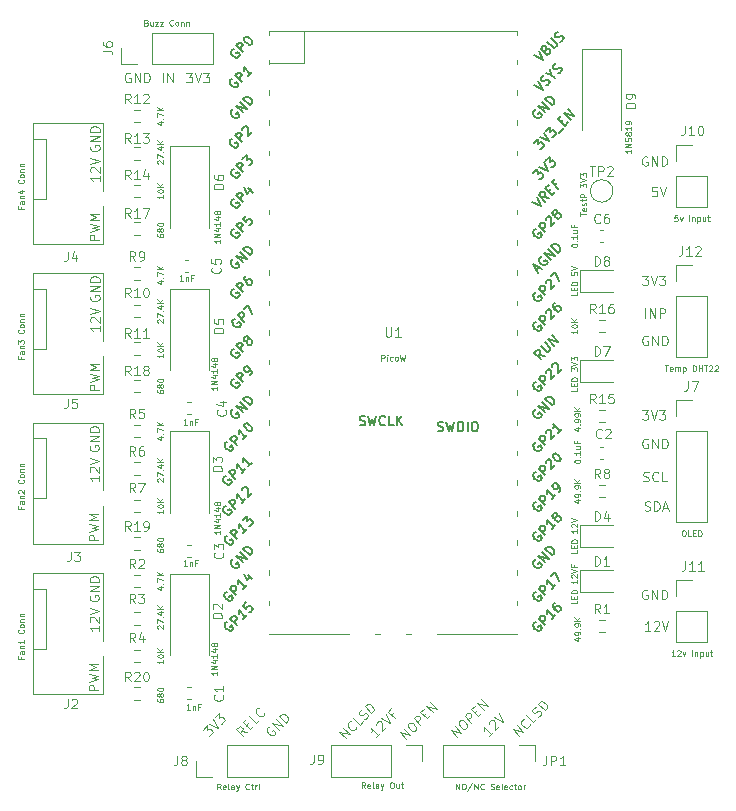
<source format=gto>
%TF.GenerationSoftware,KiCad,Pcbnew,(6.0.8)*%
%TF.CreationDate,2022-10-30T19:36:15+01:00*%
%TF.ProjectId,fan.picow,66616e2e-7069-4636-9f77-2e6b69636164,rev?*%
%TF.SameCoordinates,Original*%
%TF.FileFunction,Legend,Top*%
%TF.FilePolarity,Positive*%
%FSLAX46Y46*%
G04 Gerber Fmt 4.6, Leading zero omitted, Abs format (unit mm)*
G04 Created by KiCad (PCBNEW (6.0.8)) date 2022-10-30 19:36:15*
%MOMM*%
%LPD*%
G01*
G04 APERTURE LIST*
%ADD10C,0.100000*%
%ADD11C,0.050000*%
%ADD12C,0.150000*%
%ADD13C,0.120000*%
G04 APERTURE END LIST*
D10*
X169773619Y-55543504D02*
X169392666Y-55543504D01*
X169354571Y-55924457D01*
X169392666Y-55886361D01*
X169468857Y-55848266D01*
X169659333Y-55848266D01*
X169735523Y-55886361D01*
X169773619Y-55924457D01*
X169811714Y-56000647D01*
X169811714Y-56191123D01*
X169773619Y-56267314D01*
X169735523Y-56305409D01*
X169659333Y-56343504D01*
X169468857Y-56343504D01*
X169392666Y-56305409D01*
X169354571Y-56267314D01*
X170040285Y-55543504D02*
X170306952Y-56343504D01*
X170573619Y-55543504D01*
X125171276Y-45929600D02*
X125095085Y-45891504D01*
X124980800Y-45891504D01*
X124866514Y-45929600D01*
X124790323Y-46005790D01*
X124752228Y-46081980D01*
X124714133Y-46234361D01*
X124714133Y-46348647D01*
X124752228Y-46501028D01*
X124790323Y-46577219D01*
X124866514Y-46653409D01*
X124980800Y-46691504D01*
X125056990Y-46691504D01*
X125171276Y-46653409D01*
X125209371Y-46615314D01*
X125209371Y-46348647D01*
X125056990Y-46348647D01*
X125552228Y-46691504D02*
X125552228Y-45891504D01*
X126009371Y-46691504D01*
X126009371Y-45891504D01*
X126390323Y-46691504D02*
X126390323Y-45891504D01*
X126580800Y-45891504D01*
X126695085Y-45929600D01*
X126771276Y-46005790D01*
X126809371Y-46081980D01*
X126847466Y-46234361D01*
X126847466Y-46348647D01*
X126809371Y-46501028D01*
X126771276Y-46577219D01*
X126695085Y-46653409D01*
X126580800Y-46691504D01*
X126390323Y-46691504D01*
X169011676Y-76917600D02*
X168935485Y-76879504D01*
X168821200Y-76879504D01*
X168706914Y-76917600D01*
X168630723Y-76993790D01*
X168592628Y-77069980D01*
X168554533Y-77222361D01*
X168554533Y-77336647D01*
X168592628Y-77489028D01*
X168630723Y-77565219D01*
X168706914Y-77641409D01*
X168821200Y-77679504D01*
X168897390Y-77679504D01*
X169011676Y-77641409D01*
X169049771Y-77603314D01*
X169049771Y-77336647D01*
X168897390Y-77336647D01*
X169392628Y-77679504D02*
X169392628Y-76879504D01*
X169849771Y-77679504D01*
X169849771Y-76879504D01*
X170230723Y-77679504D02*
X170230723Y-76879504D01*
X170421200Y-76879504D01*
X170535485Y-76917600D01*
X170611676Y-76993790D01*
X170649771Y-77069980D01*
X170687866Y-77222361D01*
X170687866Y-77336647D01*
X170649771Y-77489028D01*
X170611676Y-77565219D01*
X170535485Y-77641409D01*
X170421200Y-77679504D01*
X170230723Y-77679504D01*
X131323847Y-101482592D02*
X131674033Y-101132406D01*
X131700971Y-101536467D01*
X131781783Y-101455654D01*
X131862595Y-101428717D01*
X131916470Y-101428717D01*
X131997282Y-101455654D01*
X132131969Y-101590341D01*
X132158906Y-101671154D01*
X132158906Y-101725028D01*
X132131969Y-101805841D01*
X131970345Y-101967465D01*
X131889532Y-101994402D01*
X131835658Y-101994402D01*
X131835658Y-100970781D02*
X132589905Y-101347905D01*
X132212781Y-100593658D01*
X132347468Y-100458971D02*
X132697654Y-100108784D01*
X132724592Y-100512845D01*
X132805404Y-100432033D01*
X132886216Y-100405096D01*
X132940091Y-100405096D01*
X133020903Y-100432033D01*
X133155590Y-100566720D01*
X133182528Y-100647532D01*
X133182528Y-100701407D01*
X133155590Y-100782219D01*
X132993966Y-100943844D01*
X132913154Y-100970781D01*
X132859279Y-100970781D01*
X122485104Y-85451809D02*
X121685104Y-85451809D01*
X121685104Y-85147047D01*
X121723200Y-85070857D01*
X121761295Y-85032761D01*
X121837485Y-84994666D01*
X121951771Y-84994666D01*
X122027961Y-85032761D01*
X122066057Y-85070857D01*
X122104152Y-85147047D01*
X122104152Y-85451809D01*
X121685104Y-84728000D02*
X122485104Y-84537523D01*
X121913676Y-84385142D01*
X122485104Y-84232761D01*
X121685104Y-84042285D01*
X122485104Y-83737523D02*
X121685104Y-83737523D01*
X122256533Y-83470857D01*
X121685104Y-83204190D01*
X122485104Y-83204190D01*
X121824800Y-52069923D02*
X121786704Y-52146114D01*
X121786704Y-52260400D01*
X121824800Y-52374685D01*
X121900990Y-52450876D01*
X121977180Y-52488971D01*
X122129561Y-52527066D01*
X122243847Y-52527066D01*
X122396228Y-52488971D01*
X122472419Y-52450876D01*
X122548609Y-52374685D01*
X122586704Y-52260400D01*
X122586704Y-52184209D01*
X122548609Y-52069923D01*
X122510514Y-52031828D01*
X122243847Y-52031828D01*
X122243847Y-52184209D01*
X122586704Y-51688971D02*
X121786704Y-51688971D01*
X122586704Y-51231828D01*
X121786704Y-51231828D01*
X122586704Y-50850876D02*
X121786704Y-50850876D01*
X121786704Y-50660400D01*
X121824800Y-50546114D01*
X121900990Y-50469923D01*
X121977180Y-50431828D01*
X122129561Y-50393733D01*
X122243847Y-50393733D01*
X122396228Y-50431828D01*
X122472419Y-50469923D01*
X122548609Y-50546114D01*
X122586704Y-50660400D01*
X122586704Y-50850876D01*
X168802152Y-66605104D02*
X168802152Y-65805104D01*
X169183104Y-66605104D02*
X169183104Y-65805104D01*
X169640247Y-66605104D01*
X169640247Y-65805104D01*
X170021200Y-66605104D02*
X170021200Y-65805104D01*
X170325961Y-65805104D01*
X170402152Y-65843200D01*
X170440247Y-65881295D01*
X170478342Y-65957485D01*
X170478342Y-66071771D01*
X170440247Y-66147961D01*
X170402152Y-66186057D01*
X170325961Y-66224152D01*
X170021200Y-66224152D01*
X148568910Y-102285300D02*
X148003224Y-101719615D01*
X148892158Y-101962051D01*
X148326473Y-101396366D01*
X148703597Y-101019242D02*
X148811346Y-100911493D01*
X148892158Y-100884555D01*
X148999908Y-100884555D01*
X149134595Y-100965367D01*
X149323157Y-101153929D01*
X149403969Y-101288616D01*
X149403969Y-101396366D01*
X149377032Y-101477178D01*
X149269282Y-101584928D01*
X149188470Y-101611865D01*
X149080720Y-101611865D01*
X148946033Y-101531053D01*
X148757471Y-101342491D01*
X148676659Y-101207804D01*
X148676659Y-101100054D01*
X148703597Y-101019242D01*
X149754155Y-101100054D02*
X149188470Y-100534369D01*
X149403969Y-100318870D01*
X149484781Y-100291932D01*
X149538656Y-100291932D01*
X149619468Y-100318870D01*
X149700280Y-100399682D01*
X149727218Y-100480494D01*
X149727218Y-100534369D01*
X149700280Y-100615181D01*
X149484781Y-100830680D01*
X150023529Y-100238058D02*
X150212091Y-100049496D01*
X150589215Y-100264995D02*
X150319841Y-100534369D01*
X149754155Y-99968684D01*
X150023529Y-99699310D01*
X150831651Y-100022558D02*
X150265966Y-99456873D01*
X151154900Y-99699310D01*
X150589215Y-99133624D01*
X168618019Y-80435409D02*
X168732304Y-80473504D01*
X168922780Y-80473504D01*
X168998971Y-80435409D01*
X169037066Y-80397314D01*
X169075161Y-80321123D01*
X169075161Y-80244933D01*
X169037066Y-80168742D01*
X168998971Y-80130647D01*
X168922780Y-80092552D01*
X168770400Y-80054457D01*
X168694209Y-80016361D01*
X168656114Y-79978266D01*
X168618019Y-79902076D01*
X168618019Y-79825885D01*
X168656114Y-79749695D01*
X168694209Y-79711600D01*
X168770400Y-79673504D01*
X168960876Y-79673504D01*
X169075161Y-79711600D01*
X169875161Y-80397314D02*
X169837066Y-80435409D01*
X169722780Y-80473504D01*
X169646590Y-80473504D01*
X169532304Y-80435409D01*
X169456114Y-80359219D01*
X169418019Y-80283028D01*
X169379923Y-80130647D01*
X169379923Y-80016361D01*
X169418019Y-79863980D01*
X169456114Y-79787790D01*
X169532304Y-79711600D01*
X169646590Y-79673504D01*
X169722780Y-79673504D01*
X169837066Y-79711600D01*
X169875161Y-79749695D01*
X170598971Y-80473504D02*
X170218019Y-80473504D01*
X170218019Y-79673504D01*
X121824800Y-64769923D02*
X121786704Y-64846114D01*
X121786704Y-64960400D01*
X121824800Y-65074685D01*
X121900990Y-65150876D01*
X121977180Y-65188971D01*
X122129561Y-65227066D01*
X122243847Y-65227066D01*
X122396228Y-65188971D01*
X122472419Y-65150876D01*
X122548609Y-65074685D01*
X122586704Y-64960400D01*
X122586704Y-64884209D01*
X122548609Y-64769923D01*
X122510514Y-64731828D01*
X122243847Y-64731828D01*
X122243847Y-64884209D01*
X122586704Y-64388971D02*
X121786704Y-64388971D01*
X122586704Y-63931828D01*
X121786704Y-63931828D01*
X122586704Y-63550876D02*
X121786704Y-63550876D01*
X121786704Y-63360400D01*
X121824800Y-63246114D01*
X121900990Y-63169923D01*
X121977180Y-63131828D01*
X122129561Y-63093733D01*
X122243847Y-63093733D01*
X122396228Y-63131828D01*
X122472419Y-63169923D01*
X122548609Y-63246114D01*
X122586704Y-63360400D01*
X122586704Y-63550876D01*
X168960876Y-52990800D02*
X168884685Y-52952704D01*
X168770400Y-52952704D01*
X168656114Y-52990800D01*
X168579923Y-53066990D01*
X168541828Y-53143180D01*
X168503733Y-53295561D01*
X168503733Y-53409847D01*
X168541828Y-53562228D01*
X168579923Y-53638419D01*
X168656114Y-53714609D01*
X168770400Y-53752704D01*
X168846590Y-53752704D01*
X168960876Y-53714609D01*
X168998971Y-53676514D01*
X168998971Y-53409847D01*
X168846590Y-53409847D01*
X169341828Y-53752704D02*
X169341828Y-52952704D01*
X169798971Y-53752704D01*
X169798971Y-52952704D01*
X170179923Y-53752704D02*
X170179923Y-52952704D01*
X170370400Y-52952704D01*
X170484685Y-52990800D01*
X170560876Y-53066990D01*
X170598971Y-53143180D01*
X170637066Y-53295561D01*
X170637066Y-53409847D01*
X170598971Y-53562228D01*
X170560876Y-53638419D01*
X170484685Y-53714609D01*
X170370400Y-53752704D01*
X170179923Y-53752704D01*
X122485104Y-98151809D02*
X121685104Y-98151809D01*
X121685104Y-97847047D01*
X121723200Y-97770857D01*
X121761295Y-97732761D01*
X121837485Y-97694666D01*
X121951771Y-97694666D01*
X122027961Y-97732761D01*
X122066057Y-97770857D01*
X122104152Y-97847047D01*
X122104152Y-98151809D01*
X121685104Y-97428000D02*
X122485104Y-97237523D01*
X121913676Y-97085142D01*
X122485104Y-96932761D01*
X121685104Y-96742285D01*
X122485104Y-96437523D02*
X121685104Y-96437523D01*
X122256533Y-96170857D01*
X121685104Y-95904190D01*
X122485104Y-95904190D01*
X146322882Y-101788128D02*
X145999633Y-102111376D01*
X146161258Y-101949752D02*
X145595572Y-101384067D01*
X145622510Y-101518754D01*
X145622510Y-101626503D01*
X145595572Y-101707315D01*
X146026571Y-101060818D02*
X146026571Y-101006943D01*
X146053508Y-100926131D01*
X146188195Y-100791444D01*
X146269007Y-100764506D01*
X146322882Y-100764506D01*
X146403694Y-100791444D01*
X146457569Y-100845319D01*
X146511444Y-100953068D01*
X146511444Y-101599566D01*
X146861630Y-101249380D01*
X146457569Y-100522070D02*
X147211816Y-100899193D01*
X146834693Y-100144946D01*
X147481190Y-100037197D02*
X147292628Y-100225758D01*
X147588940Y-100522070D02*
X147023254Y-99956384D01*
X147292628Y-99687010D01*
X155861719Y-101698091D02*
X155538470Y-102021340D01*
X155700094Y-101859715D02*
X155134409Y-101294030D01*
X155161346Y-101428717D01*
X155161346Y-101536467D01*
X155134409Y-101617279D01*
X155565407Y-100970781D02*
X155565407Y-100916906D01*
X155592345Y-100836094D01*
X155727032Y-100701407D01*
X155807844Y-100674470D01*
X155861719Y-100674470D01*
X155942531Y-100701407D01*
X155996406Y-100755282D01*
X156050280Y-100863032D01*
X156050280Y-101509529D01*
X156400467Y-101159343D01*
X155996406Y-100432033D02*
X156750653Y-100809157D01*
X156373529Y-100054910D01*
X122586704Y-54597238D02*
X122586704Y-55054380D01*
X122586704Y-54825809D02*
X121786704Y-54825809D01*
X121900990Y-54902000D01*
X121977180Y-54978190D01*
X122015276Y-55054380D01*
X121862895Y-54292476D02*
X121824800Y-54254380D01*
X121786704Y-54178190D01*
X121786704Y-53987714D01*
X121824800Y-53911523D01*
X121862895Y-53873428D01*
X121939085Y-53835333D01*
X122015276Y-53835333D01*
X122129561Y-53873428D01*
X122586704Y-54330571D01*
X122586704Y-53835333D01*
X121786704Y-53606761D02*
X122586704Y-53340095D01*
X121786704Y-53073428D01*
X121774000Y-90169923D02*
X121735904Y-90246114D01*
X121735904Y-90360400D01*
X121774000Y-90474685D01*
X121850190Y-90550876D01*
X121926380Y-90588971D01*
X122078761Y-90627066D01*
X122193047Y-90627066D01*
X122345428Y-90588971D01*
X122421619Y-90550876D01*
X122497809Y-90474685D01*
X122535904Y-90360400D01*
X122535904Y-90284209D01*
X122497809Y-90169923D01*
X122459714Y-90131828D01*
X122193047Y-90131828D01*
X122193047Y-90284209D01*
X122535904Y-89788971D02*
X121735904Y-89788971D01*
X122535904Y-89331828D01*
X121735904Y-89331828D01*
X122535904Y-88950876D02*
X121735904Y-88950876D01*
X121735904Y-88760400D01*
X121774000Y-88646114D01*
X121850190Y-88569923D01*
X121926380Y-88531828D01*
X122078761Y-88493733D01*
X122193047Y-88493733D01*
X122345428Y-88531828D01*
X122421619Y-88569923D01*
X122497809Y-88646114D01*
X122535904Y-88760400D01*
X122535904Y-88950876D01*
X127952552Y-46691504D02*
X127952552Y-45891504D01*
X128333504Y-46691504D02*
X128333504Y-45891504D01*
X128790647Y-46691504D01*
X128790647Y-45891504D01*
X121774000Y-77469923D02*
X121735904Y-77546114D01*
X121735904Y-77660400D01*
X121774000Y-77774685D01*
X121850190Y-77850876D01*
X121926380Y-77888971D01*
X122078761Y-77927066D01*
X122193047Y-77927066D01*
X122345428Y-77888971D01*
X122421619Y-77850876D01*
X122497809Y-77774685D01*
X122535904Y-77660400D01*
X122535904Y-77584209D01*
X122497809Y-77469923D01*
X122459714Y-77431828D01*
X122193047Y-77431828D01*
X122193047Y-77584209D01*
X122535904Y-77088971D02*
X121735904Y-77088971D01*
X122535904Y-76631828D01*
X121735904Y-76631828D01*
X122535904Y-76250876D02*
X121735904Y-76250876D01*
X121735904Y-76060400D01*
X121774000Y-75946114D01*
X121850190Y-75869923D01*
X121926380Y-75831828D01*
X122078761Y-75793733D01*
X122193047Y-75793733D01*
X122345428Y-75831828D01*
X122421619Y-75869923D01*
X122497809Y-75946114D01*
X122535904Y-76060400D01*
X122535904Y-76250876D01*
X169011676Y-68180000D02*
X168935485Y-68141904D01*
X168821200Y-68141904D01*
X168706914Y-68180000D01*
X168630723Y-68256190D01*
X168592628Y-68332380D01*
X168554533Y-68484761D01*
X168554533Y-68599047D01*
X168592628Y-68751428D01*
X168630723Y-68827619D01*
X168706914Y-68903809D01*
X168821200Y-68941904D01*
X168897390Y-68941904D01*
X169011676Y-68903809D01*
X169049771Y-68865714D01*
X169049771Y-68599047D01*
X168897390Y-68599047D01*
X169392628Y-68941904D02*
X169392628Y-68141904D01*
X169849771Y-68941904D01*
X169849771Y-68141904D01*
X170230723Y-68941904D02*
X170230723Y-68141904D01*
X170421200Y-68141904D01*
X170535485Y-68180000D01*
X170611676Y-68256190D01*
X170649771Y-68332380D01*
X170687866Y-68484761D01*
X170687866Y-68599047D01*
X170649771Y-68751428D01*
X170611676Y-68827619D01*
X170535485Y-68903809D01*
X170421200Y-68941904D01*
X170230723Y-68941904D01*
X122535904Y-72751809D02*
X121735904Y-72751809D01*
X121735904Y-72447047D01*
X121774000Y-72370857D01*
X121812095Y-72332761D01*
X121888285Y-72294666D01*
X122002571Y-72294666D01*
X122078761Y-72332761D01*
X122116857Y-72370857D01*
X122154952Y-72447047D01*
X122154952Y-72751809D01*
X121735904Y-72028000D02*
X122535904Y-71837523D01*
X121964476Y-71685142D01*
X122535904Y-71532761D01*
X121735904Y-71342285D01*
X122535904Y-71037523D02*
X121735904Y-71037523D01*
X122307333Y-70770857D01*
X121735904Y-70504190D01*
X122535904Y-70504190D01*
X168960876Y-89668400D02*
X168884685Y-89630304D01*
X168770400Y-89630304D01*
X168656114Y-89668400D01*
X168579923Y-89744590D01*
X168541828Y-89820780D01*
X168503733Y-89973161D01*
X168503733Y-90087447D01*
X168541828Y-90239828D01*
X168579923Y-90316019D01*
X168656114Y-90392209D01*
X168770400Y-90430304D01*
X168846590Y-90430304D01*
X168960876Y-90392209D01*
X168998971Y-90354114D01*
X168998971Y-90087447D01*
X168846590Y-90087447D01*
X169341828Y-90430304D02*
X169341828Y-89630304D01*
X169798971Y-90430304D01*
X169798971Y-89630304D01*
X170179923Y-90430304D02*
X170179923Y-89630304D01*
X170370400Y-89630304D01*
X170484685Y-89668400D01*
X170560876Y-89744590D01*
X170598971Y-89820780D01*
X170637066Y-89973161D01*
X170637066Y-90087447D01*
X170598971Y-90239828D01*
X170560876Y-90316019D01*
X170484685Y-90392209D01*
X170370400Y-90430304D01*
X170179923Y-90430304D01*
X135045282Y-101686528D02*
X134587346Y-101605715D01*
X134722033Y-102009776D02*
X134156348Y-101444091D01*
X134371847Y-101228592D01*
X134452659Y-101201654D01*
X134506534Y-101201654D01*
X134587346Y-101228592D01*
X134668158Y-101309404D01*
X134695096Y-101390216D01*
X134695096Y-101444091D01*
X134668158Y-101524903D01*
X134452659Y-101740402D01*
X134991407Y-101147780D02*
X135179969Y-100959218D01*
X135557093Y-101174717D02*
X135287719Y-101444091D01*
X134722033Y-100878406D01*
X134991407Y-100609032D01*
X136068903Y-100662906D02*
X135799529Y-100932280D01*
X135233844Y-100366595D01*
X136526839Y-100097221D02*
X136526839Y-100151096D01*
X136472964Y-100258845D01*
X136419089Y-100312720D01*
X136311340Y-100366595D01*
X136203590Y-100366595D01*
X136122778Y-100339658D01*
X135988091Y-100258845D01*
X135907279Y-100178033D01*
X135826467Y-100043346D01*
X135799529Y-99962534D01*
X135799529Y-99854784D01*
X135853404Y-99747035D01*
X135907279Y-99693160D01*
X136015028Y-99639285D01*
X136068903Y-99639285D01*
X143454653Y-102217957D02*
X142888968Y-101652271D01*
X143777902Y-101894708D01*
X143212216Y-101329022D01*
X144316650Y-101248210D02*
X144316650Y-101302085D01*
X144262775Y-101409835D01*
X144208900Y-101463709D01*
X144101151Y-101517584D01*
X143993401Y-101517584D01*
X143912589Y-101490647D01*
X143777902Y-101409835D01*
X143697090Y-101329022D01*
X143616277Y-101194335D01*
X143589340Y-101113523D01*
X143589340Y-101005774D01*
X143643215Y-100898024D01*
X143697090Y-100844149D01*
X143804839Y-100790274D01*
X143858714Y-100790274D01*
X144882335Y-100790274D02*
X144612961Y-101059648D01*
X144047276Y-100493963D01*
X145017022Y-100601712D02*
X145124772Y-100547838D01*
X145259459Y-100413151D01*
X145286396Y-100332338D01*
X145286396Y-100278464D01*
X145259459Y-100197651D01*
X145205584Y-100143777D01*
X145124772Y-100116839D01*
X145070897Y-100116839D01*
X144990085Y-100143777D01*
X144855398Y-100224589D01*
X144774586Y-100251526D01*
X144720711Y-100251526D01*
X144639899Y-100224589D01*
X144586024Y-100170714D01*
X144559087Y-100089902D01*
X144559087Y-100036027D01*
X144586024Y-99955215D01*
X144720711Y-99820528D01*
X144828461Y-99766653D01*
X145609645Y-100062964D02*
X145043960Y-99497279D01*
X145178647Y-99362592D01*
X145286396Y-99308717D01*
X145394146Y-99308717D01*
X145474958Y-99335655D01*
X145609645Y-99416467D01*
X145690457Y-99497279D01*
X145771270Y-99631966D01*
X145798207Y-99712778D01*
X145798207Y-99820528D01*
X145744332Y-99928277D01*
X145609645Y-100062964D01*
X129921123Y-45891504D02*
X130416361Y-45891504D01*
X130149695Y-46196266D01*
X130263980Y-46196266D01*
X130340171Y-46234361D01*
X130378266Y-46272457D01*
X130416361Y-46348647D01*
X130416361Y-46539123D01*
X130378266Y-46615314D01*
X130340171Y-46653409D01*
X130263980Y-46691504D01*
X130035409Y-46691504D01*
X129959219Y-46653409D01*
X129921123Y-46615314D01*
X130644933Y-45891504D02*
X130911600Y-46691504D01*
X131178266Y-45891504D01*
X131368742Y-45891504D02*
X131863980Y-45891504D01*
X131597314Y-46196266D01*
X131711600Y-46196266D01*
X131787790Y-46234361D01*
X131825885Y-46272457D01*
X131863980Y-46348647D01*
X131863980Y-46539123D01*
X131825885Y-46615314D01*
X131787790Y-46653409D01*
X131711600Y-46691504D01*
X131483028Y-46691504D01*
X131406838Y-46653409D01*
X131368742Y-46615314D01*
X122586704Y-67297238D02*
X122586704Y-67754380D01*
X122586704Y-67525809D02*
X121786704Y-67525809D01*
X121900990Y-67602000D01*
X121977180Y-67678190D01*
X122015276Y-67754380D01*
X121862895Y-66992476D02*
X121824800Y-66954380D01*
X121786704Y-66878190D01*
X121786704Y-66687714D01*
X121824800Y-66611523D01*
X121862895Y-66573428D01*
X121939085Y-66535333D01*
X122015276Y-66535333D01*
X122129561Y-66573428D01*
X122586704Y-67030571D01*
X122586704Y-66535333D01*
X121786704Y-66306761D02*
X122586704Y-66040095D01*
X121786704Y-65773428D01*
X122535904Y-92697238D02*
X122535904Y-93154380D01*
X122535904Y-92925809D02*
X121735904Y-92925809D01*
X121850190Y-93002000D01*
X121926380Y-93078190D01*
X121964476Y-93154380D01*
X121812095Y-92392476D02*
X121774000Y-92354380D01*
X121735904Y-92278190D01*
X121735904Y-92087714D01*
X121774000Y-92011523D01*
X121812095Y-91973428D01*
X121888285Y-91935333D01*
X121964476Y-91935333D01*
X122078761Y-91973428D01*
X122535904Y-92430571D01*
X122535904Y-91935333D01*
X121735904Y-91706761D02*
X122535904Y-91440095D01*
X121735904Y-91173428D01*
X169227561Y-93122704D02*
X168770419Y-93122704D01*
X168998990Y-93122704D02*
X168998990Y-92322704D01*
X168922800Y-92436990D01*
X168846609Y-92513180D01*
X168770419Y-92551276D01*
X169532323Y-92398895D02*
X169570419Y-92360800D01*
X169646609Y-92322704D01*
X169837085Y-92322704D01*
X169913276Y-92360800D01*
X169951371Y-92398895D01*
X169989466Y-92475085D01*
X169989466Y-92551276D01*
X169951371Y-92665561D01*
X169494228Y-93122704D01*
X169989466Y-93122704D01*
X170218038Y-92322704D02*
X170484704Y-93122704D01*
X170751371Y-92322704D01*
X158135853Y-102014757D02*
X157570168Y-101449071D01*
X158459102Y-101691508D01*
X157893416Y-101125822D01*
X158997850Y-101045010D02*
X158997850Y-101098885D01*
X158943975Y-101206635D01*
X158890100Y-101260509D01*
X158782351Y-101314384D01*
X158674601Y-101314384D01*
X158593789Y-101287447D01*
X158459102Y-101206635D01*
X158378290Y-101125822D01*
X158297477Y-100991135D01*
X158270540Y-100910323D01*
X158270540Y-100802574D01*
X158324415Y-100694824D01*
X158378290Y-100640949D01*
X158486039Y-100587074D01*
X158539914Y-100587074D01*
X159563535Y-100587074D02*
X159294161Y-100856448D01*
X158728476Y-100290763D01*
X159698222Y-100398512D02*
X159805972Y-100344638D01*
X159940659Y-100209951D01*
X159967596Y-100129138D01*
X159967596Y-100075264D01*
X159940659Y-99994451D01*
X159886784Y-99940577D01*
X159805972Y-99913639D01*
X159752097Y-99913639D01*
X159671285Y-99940577D01*
X159536598Y-100021389D01*
X159455786Y-100048326D01*
X159401911Y-100048326D01*
X159321099Y-100021389D01*
X159267224Y-99967514D01*
X159240287Y-99886702D01*
X159240287Y-99832827D01*
X159267224Y-99752015D01*
X159401911Y-99617328D01*
X159509661Y-99563453D01*
X160290845Y-99859764D02*
X159725160Y-99294079D01*
X159859847Y-99159392D01*
X159967596Y-99105517D01*
X160075346Y-99105517D01*
X160156158Y-99132455D01*
X160290845Y-99213267D01*
X160371657Y-99294079D01*
X160452470Y-99428766D01*
X160479407Y-99509578D01*
X160479407Y-99617328D01*
X160425532Y-99725077D01*
X160290845Y-99859764D01*
X168529123Y-74441104D02*
X169024361Y-74441104D01*
X168757695Y-74745866D01*
X168871980Y-74745866D01*
X168948171Y-74783961D01*
X168986266Y-74822057D01*
X169024361Y-74898247D01*
X169024361Y-75088723D01*
X168986266Y-75164914D01*
X168948171Y-75203009D01*
X168871980Y-75241104D01*
X168643409Y-75241104D01*
X168567219Y-75203009D01*
X168529123Y-75164914D01*
X169252933Y-74441104D02*
X169519600Y-75241104D01*
X169786266Y-74441104D01*
X169976742Y-74441104D02*
X170471980Y-74441104D01*
X170205314Y-74745866D01*
X170319600Y-74745866D01*
X170395790Y-74783961D01*
X170433885Y-74822057D01*
X170471980Y-74898247D01*
X170471980Y-75088723D01*
X170433885Y-75164914D01*
X170395790Y-75203009D01*
X170319600Y-75241104D01*
X170091028Y-75241104D01*
X170014838Y-75203009D01*
X169976742Y-75164914D01*
X122535904Y-60051809D02*
X121735904Y-60051809D01*
X121735904Y-59747047D01*
X121774000Y-59670857D01*
X121812095Y-59632761D01*
X121888285Y-59594666D01*
X122002571Y-59594666D01*
X122078761Y-59632761D01*
X122116857Y-59670857D01*
X122154952Y-59747047D01*
X122154952Y-60051809D01*
X121735904Y-59328000D02*
X122535904Y-59137523D01*
X121964476Y-58985142D01*
X122535904Y-58832761D01*
X121735904Y-58642285D01*
X122535904Y-58337523D02*
X121735904Y-58337523D01*
X122307333Y-58070857D01*
X121735904Y-57804190D01*
X122535904Y-57804190D01*
X168529123Y-63061904D02*
X169024361Y-63061904D01*
X168757695Y-63366666D01*
X168871980Y-63366666D01*
X168948171Y-63404761D01*
X168986266Y-63442857D01*
X169024361Y-63519047D01*
X169024361Y-63709523D01*
X168986266Y-63785714D01*
X168948171Y-63823809D01*
X168871980Y-63861904D01*
X168643409Y-63861904D01*
X168567219Y-63823809D01*
X168529123Y-63785714D01*
X169252933Y-63061904D02*
X169519600Y-63861904D01*
X169786266Y-63061904D01*
X169976742Y-63061904D02*
X170471980Y-63061904D01*
X170205314Y-63366666D01*
X170319600Y-63366666D01*
X170395790Y-63404761D01*
X170433885Y-63442857D01*
X170471980Y-63519047D01*
X170471980Y-63709523D01*
X170433885Y-63785714D01*
X170395790Y-63823809D01*
X170319600Y-63861904D01*
X170091028Y-63861904D01*
X170014838Y-63823809D01*
X169976742Y-63785714D01*
X122535904Y-79997238D02*
X122535904Y-80454380D01*
X122535904Y-80225809D02*
X121735904Y-80225809D01*
X121850190Y-80302000D01*
X121926380Y-80378190D01*
X121964476Y-80454380D01*
X121812095Y-79692476D02*
X121774000Y-79654380D01*
X121735904Y-79578190D01*
X121735904Y-79387714D01*
X121774000Y-79311523D01*
X121812095Y-79273428D01*
X121888285Y-79235333D01*
X121964476Y-79235333D01*
X122078761Y-79273428D01*
X122535904Y-79730571D01*
X122535904Y-79235333D01*
X121735904Y-79006761D02*
X122535904Y-78740095D01*
X121735904Y-78473428D01*
X152886910Y-102082100D02*
X152321224Y-101516415D01*
X153210158Y-101758851D01*
X152644473Y-101193166D01*
X153021597Y-100816042D02*
X153129346Y-100708293D01*
X153210158Y-100681355D01*
X153317908Y-100681355D01*
X153452595Y-100762167D01*
X153641157Y-100950729D01*
X153721969Y-101085416D01*
X153721969Y-101193166D01*
X153695032Y-101273978D01*
X153587282Y-101381728D01*
X153506470Y-101408665D01*
X153398720Y-101408665D01*
X153264033Y-101327853D01*
X153075471Y-101139291D01*
X152994659Y-101004604D01*
X152994659Y-100896854D01*
X153021597Y-100816042D01*
X154072155Y-100896854D02*
X153506470Y-100331169D01*
X153721969Y-100115670D01*
X153802781Y-100088732D01*
X153856656Y-100088732D01*
X153937468Y-100115670D01*
X154018280Y-100196482D01*
X154045218Y-100277294D01*
X154045218Y-100331169D01*
X154018280Y-100411981D01*
X153802781Y-100627480D01*
X154341529Y-100034858D02*
X154530091Y-99846296D01*
X154907215Y-100061795D02*
X154637841Y-100331169D01*
X154072155Y-99765484D01*
X154341529Y-99496110D01*
X155149651Y-99819358D02*
X154583966Y-99253673D01*
X155472900Y-99496110D01*
X154907215Y-98930424D01*
X136954158Y-101240155D02*
X136873346Y-101267093D01*
X136792534Y-101347905D01*
X136738659Y-101455654D01*
X136738659Y-101563404D01*
X136765597Y-101644216D01*
X136846409Y-101778903D01*
X136927221Y-101859715D01*
X137061908Y-101940528D01*
X137142720Y-101967465D01*
X137250470Y-101967465D01*
X137358219Y-101913590D01*
X137412094Y-101859715D01*
X137465969Y-101751966D01*
X137465969Y-101698091D01*
X137277407Y-101509529D01*
X137169658Y-101617279D01*
X137762280Y-101509529D02*
X137196595Y-100943844D01*
X138085529Y-101186280D01*
X137519844Y-100620595D01*
X138354903Y-100916906D02*
X137789218Y-100351221D01*
X137923905Y-100216534D01*
X138031654Y-100162659D01*
X138139404Y-100162659D01*
X138220216Y-100189597D01*
X138354903Y-100270409D01*
X138435715Y-100351221D01*
X138516528Y-100485908D01*
X138543465Y-100566720D01*
X138543465Y-100674470D01*
X138489590Y-100782219D01*
X138354903Y-100916906D01*
X168751371Y-82924609D02*
X168865657Y-82962704D01*
X169056133Y-82962704D01*
X169132323Y-82924609D01*
X169170419Y-82886514D01*
X169208514Y-82810323D01*
X169208514Y-82734133D01*
X169170419Y-82657942D01*
X169132323Y-82619847D01*
X169056133Y-82581752D01*
X168903752Y-82543657D01*
X168827561Y-82505561D01*
X168789466Y-82467466D01*
X168751371Y-82391276D01*
X168751371Y-82315085D01*
X168789466Y-82238895D01*
X168827561Y-82200800D01*
X168903752Y-82162704D01*
X169094228Y-82162704D01*
X169208514Y-82200800D01*
X169551371Y-82962704D02*
X169551371Y-82162704D01*
X169741847Y-82162704D01*
X169856133Y-82200800D01*
X169932323Y-82276990D01*
X169970419Y-82353180D01*
X170008514Y-82505561D01*
X170008514Y-82619847D01*
X169970419Y-82772228D01*
X169932323Y-82848419D01*
X169856133Y-82924609D01*
X169741847Y-82962704D01*
X169551371Y-82962704D01*
X170313276Y-82734133D02*
X170694228Y-82734133D01*
X170237085Y-82962704D02*
X170503752Y-82162704D01*
X170770419Y-82962704D01*
%TO.C,D7*%
X164509523Y-69831904D02*
X164509523Y-69031904D01*
X164700000Y-69031904D01*
X164814285Y-69070000D01*
X164890476Y-69146190D01*
X164928571Y-69222380D01*
X164966666Y-69374761D01*
X164966666Y-69489047D01*
X164928571Y-69641428D01*
X164890476Y-69717619D01*
X164814285Y-69793809D01*
X164700000Y-69831904D01*
X164509523Y-69831904D01*
X165233333Y-69031904D02*
X165766666Y-69031904D01*
X165423809Y-69831904D01*
D11*
X163040190Y-72576380D02*
X163040190Y-72814476D01*
X162540190Y-72814476D01*
X162778285Y-72409714D02*
X162778285Y-72243047D01*
X163040190Y-72171619D02*
X163040190Y-72409714D01*
X162540190Y-72409714D01*
X162540190Y-72171619D01*
X163040190Y-71957333D02*
X162540190Y-71957333D01*
X162540190Y-71838285D01*
X162564000Y-71766857D01*
X162611619Y-71719238D01*
X162659238Y-71695428D01*
X162754476Y-71671619D01*
X162825904Y-71671619D01*
X162921142Y-71695428D01*
X162968761Y-71719238D01*
X163016380Y-71766857D01*
X163040190Y-71838285D01*
X163040190Y-71957333D01*
X162540190Y-71124000D02*
X162540190Y-70814476D01*
X162730666Y-70981142D01*
X162730666Y-70909714D01*
X162754476Y-70862095D01*
X162778285Y-70838285D01*
X162825904Y-70814476D01*
X162944952Y-70814476D01*
X162992571Y-70838285D01*
X163016380Y-70862095D01*
X163040190Y-70909714D01*
X163040190Y-71052571D01*
X163016380Y-71100190D01*
X162992571Y-71124000D01*
X162540190Y-70671619D02*
X163040190Y-70504952D01*
X162540190Y-70338285D01*
X162540190Y-70219238D02*
X162540190Y-69909714D01*
X162730666Y-70076380D01*
X162730666Y-70004952D01*
X162754476Y-69957333D01*
X162778285Y-69933523D01*
X162825904Y-69909714D01*
X162944952Y-69909714D01*
X162992571Y-69933523D01*
X163016380Y-69957333D01*
X163040190Y-70004952D01*
X163040190Y-70147809D01*
X163016380Y-70195428D01*
X162992571Y-70219238D01*
D10*
%TO.C,D3*%
X132949904Y-79584476D02*
X132149904Y-79584476D01*
X132149904Y-79394000D01*
X132188000Y-79279714D01*
X132264190Y-79203523D01*
X132340380Y-79165428D01*
X132492761Y-79127333D01*
X132607047Y-79127333D01*
X132759428Y-79165428D01*
X132835619Y-79203523D01*
X132911809Y-79279714D01*
X132949904Y-79394000D01*
X132949904Y-79584476D01*
X132149904Y-78860666D02*
X132149904Y-78365428D01*
X132454666Y-78632095D01*
X132454666Y-78517809D01*
X132492761Y-78441619D01*
X132530857Y-78403523D01*
X132607047Y-78365428D01*
X132797523Y-78365428D01*
X132873714Y-78403523D01*
X132911809Y-78441619D01*
X132949904Y-78517809D01*
X132949904Y-78746380D01*
X132911809Y-78822571D01*
X132873714Y-78860666D01*
D11*
X132814190Y-84637428D02*
X132814190Y-84923142D01*
X132814190Y-84780285D02*
X132314190Y-84780285D01*
X132385619Y-84827904D01*
X132433238Y-84875523D01*
X132457047Y-84923142D01*
X132814190Y-84423142D02*
X132314190Y-84423142D01*
X132814190Y-84137428D01*
X132314190Y-84137428D01*
X132480857Y-83685047D02*
X132814190Y-83685047D01*
X132290380Y-83804095D02*
X132647523Y-83923142D01*
X132647523Y-83613619D01*
X132814190Y-83161238D02*
X132814190Y-83446952D01*
X132814190Y-83304095D02*
X132314190Y-83304095D01*
X132385619Y-83351714D01*
X132433238Y-83399333D01*
X132457047Y-83446952D01*
X132480857Y-82732666D02*
X132814190Y-82732666D01*
X132290380Y-82851714D02*
X132647523Y-82970761D01*
X132647523Y-82661238D01*
X132528476Y-82399333D02*
X132504666Y-82446952D01*
X132480857Y-82470761D01*
X132433238Y-82494571D01*
X132409428Y-82494571D01*
X132361809Y-82470761D01*
X132338000Y-82446952D01*
X132314190Y-82399333D01*
X132314190Y-82304095D01*
X132338000Y-82256476D01*
X132361809Y-82232666D01*
X132409428Y-82208857D01*
X132433238Y-82208857D01*
X132480857Y-82232666D01*
X132504666Y-82256476D01*
X132528476Y-82304095D01*
X132528476Y-82399333D01*
X132552285Y-82446952D01*
X132576095Y-82470761D01*
X132623714Y-82494571D01*
X132718952Y-82494571D01*
X132766571Y-82470761D01*
X132790380Y-82446952D01*
X132814190Y-82399333D01*
X132814190Y-82304095D01*
X132790380Y-82256476D01*
X132766571Y-82232666D01*
X132718952Y-82208857D01*
X132623714Y-82208857D01*
X132576095Y-82232666D01*
X132552285Y-82256476D01*
X132528476Y-82304095D01*
D10*
%TO.C,R3*%
X125596666Y-90785904D02*
X125330000Y-90404952D01*
X125139523Y-90785904D02*
X125139523Y-89985904D01*
X125444285Y-89985904D01*
X125520476Y-90024000D01*
X125558571Y-90062095D01*
X125596666Y-90138285D01*
X125596666Y-90252571D01*
X125558571Y-90328761D01*
X125520476Y-90366857D01*
X125444285Y-90404952D01*
X125139523Y-90404952D01*
X125863333Y-89985904D02*
X126358571Y-89985904D01*
X126091904Y-90290666D01*
X126206190Y-90290666D01*
X126282380Y-90328761D01*
X126320476Y-90366857D01*
X126358571Y-90443047D01*
X126358571Y-90633523D01*
X126320476Y-90709714D01*
X126282380Y-90747809D01*
X126206190Y-90785904D01*
X125977619Y-90785904D01*
X125901428Y-90747809D01*
X125863333Y-90709714D01*
D11*
X127535809Y-92936095D02*
X127512000Y-92912285D01*
X127488190Y-92864666D01*
X127488190Y-92745619D01*
X127512000Y-92698000D01*
X127535809Y-92674190D01*
X127583428Y-92650380D01*
X127631047Y-92650380D01*
X127702476Y-92674190D01*
X127988190Y-92959904D01*
X127988190Y-92650380D01*
X127488190Y-92483714D02*
X127488190Y-92150380D01*
X127988190Y-92364666D01*
X127940571Y-91959904D02*
X127964380Y-91936095D01*
X127988190Y-91959904D01*
X127964380Y-91983714D01*
X127940571Y-91959904D01*
X127988190Y-91959904D01*
X127654857Y-91507523D02*
X127988190Y-91507523D01*
X127464380Y-91626571D02*
X127821523Y-91745619D01*
X127821523Y-91436095D01*
X127988190Y-91245619D02*
X127488190Y-91245619D01*
X127988190Y-90959904D02*
X127702476Y-91174190D01*
X127488190Y-90959904D02*
X127773904Y-91245619D01*
D10*
%TO.C,J5*%
X119875333Y-73475904D02*
X119875333Y-74047333D01*
X119837238Y-74161619D01*
X119761047Y-74237809D01*
X119646761Y-74275904D01*
X119570571Y-74275904D01*
X120637238Y-73475904D02*
X120256285Y-73475904D01*
X120218190Y-73856857D01*
X120256285Y-73818761D01*
X120332476Y-73780666D01*
X120522952Y-73780666D01*
X120599142Y-73818761D01*
X120637238Y-73856857D01*
X120675333Y-73933047D01*
X120675333Y-74123523D01*
X120637238Y-74199714D01*
X120599142Y-74237809D01*
X120522952Y-74275904D01*
X120332476Y-74275904D01*
X120256285Y-74237809D01*
X120218190Y-74199714D01*
D11*
X115929285Y-69933095D02*
X115929285Y-70099761D01*
X116191190Y-70099761D02*
X115691190Y-70099761D01*
X115691190Y-69861666D01*
X116191190Y-69456904D02*
X115929285Y-69456904D01*
X115881666Y-69480714D01*
X115857857Y-69528333D01*
X115857857Y-69623571D01*
X115881666Y-69671190D01*
X116167380Y-69456904D02*
X116191190Y-69504523D01*
X116191190Y-69623571D01*
X116167380Y-69671190D01*
X116119761Y-69695000D01*
X116072142Y-69695000D01*
X116024523Y-69671190D01*
X116000714Y-69623571D01*
X116000714Y-69504523D01*
X115976904Y-69456904D01*
X115857857Y-69218809D02*
X116191190Y-69218809D01*
X115905476Y-69218809D02*
X115881666Y-69195000D01*
X115857857Y-69147380D01*
X115857857Y-69075952D01*
X115881666Y-69028333D01*
X115929285Y-69004523D01*
X116191190Y-69004523D01*
X115691190Y-68814047D02*
X115691190Y-68504523D01*
X115881666Y-68671190D01*
X115881666Y-68599761D01*
X115905476Y-68552142D01*
X115929285Y-68528333D01*
X115976904Y-68504523D01*
X116095952Y-68504523D01*
X116143571Y-68528333D01*
X116167380Y-68552142D01*
X116191190Y-68599761D01*
X116191190Y-68742619D01*
X116167380Y-68790238D01*
X116143571Y-68814047D01*
X116143571Y-67623571D02*
X116167380Y-67647380D01*
X116191190Y-67718809D01*
X116191190Y-67766428D01*
X116167380Y-67837857D01*
X116119761Y-67885476D01*
X116072142Y-67909285D01*
X115976904Y-67933095D01*
X115905476Y-67933095D01*
X115810238Y-67909285D01*
X115762619Y-67885476D01*
X115715000Y-67837857D01*
X115691190Y-67766428D01*
X115691190Y-67718809D01*
X115715000Y-67647380D01*
X115738809Y-67623571D01*
X116191190Y-67337857D02*
X116167380Y-67385476D01*
X116143571Y-67409285D01*
X116095952Y-67433095D01*
X115953095Y-67433095D01*
X115905476Y-67409285D01*
X115881666Y-67385476D01*
X115857857Y-67337857D01*
X115857857Y-67266428D01*
X115881666Y-67218809D01*
X115905476Y-67195000D01*
X115953095Y-67171190D01*
X116095952Y-67171190D01*
X116143571Y-67195000D01*
X116167380Y-67218809D01*
X116191190Y-67266428D01*
X116191190Y-67337857D01*
X115857857Y-66956904D02*
X116191190Y-66956904D01*
X115905476Y-66956904D02*
X115881666Y-66933095D01*
X115857857Y-66885476D01*
X115857857Y-66814047D01*
X115881666Y-66766428D01*
X115929285Y-66742619D01*
X116191190Y-66742619D01*
X115857857Y-66504523D02*
X116191190Y-66504523D01*
X115905476Y-66504523D02*
X115881666Y-66480714D01*
X115857857Y-66433095D01*
X115857857Y-66361666D01*
X115881666Y-66314047D01*
X115929285Y-66290238D01*
X116191190Y-66290238D01*
D10*
%TO.C,D8*%
X164509523Y-62211904D02*
X164509523Y-61411904D01*
X164700000Y-61411904D01*
X164814285Y-61450000D01*
X164890476Y-61526190D01*
X164928571Y-61602380D01*
X164966666Y-61754761D01*
X164966666Y-61869047D01*
X164928571Y-62021428D01*
X164890476Y-62097619D01*
X164814285Y-62173809D01*
X164700000Y-62211904D01*
X164509523Y-62211904D01*
X165423809Y-61754761D02*
X165347619Y-61716666D01*
X165309523Y-61678571D01*
X165271428Y-61602380D01*
X165271428Y-61564285D01*
X165309523Y-61488095D01*
X165347619Y-61450000D01*
X165423809Y-61411904D01*
X165576190Y-61411904D01*
X165652380Y-61450000D01*
X165690476Y-61488095D01*
X165728571Y-61564285D01*
X165728571Y-61602380D01*
X165690476Y-61678571D01*
X165652380Y-61716666D01*
X165576190Y-61754761D01*
X165423809Y-61754761D01*
X165347619Y-61792857D01*
X165309523Y-61830952D01*
X165271428Y-61907142D01*
X165271428Y-62059523D01*
X165309523Y-62135714D01*
X165347619Y-62173809D01*
X165423809Y-62211904D01*
X165576190Y-62211904D01*
X165652380Y-62173809D01*
X165690476Y-62135714D01*
X165728571Y-62059523D01*
X165728571Y-61907142D01*
X165690476Y-61830952D01*
X165652380Y-61792857D01*
X165576190Y-61754761D01*
D11*
X163040190Y-64464285D02*
X163040190Y-64702380D01*
X162540190Y-64702380D01*
X162778285Y-64297619D02*
X162778285Y-64130952D01*
X163040190Y-64059523D02*
X163040190Y-64297619D01*
X162540190Y-64297619D01*
X162540190Y-64059523D01*
X163040190Y-63845238D02*
X162540190Y-63845238D01*
X162540190Y-63726190D01*
X162564000Y-63654761D01*
X162611619Y-63607142D01*
X162659238Y-63583333D01*
X162754476Y-63559523D01*
X162825904Y-63559523D01*
X162921142Y-63583333D01*
X162968761Y-63607142D01*
X163016380Y-63654761D01*
X163040190Y-63726190D01*
X163040190Y-63845238D01*
X162540190Y-62726190D02*
X162540190Y-62964285D01*
X162778285Y-62988095D01*
X162754476Y-62964285D01*
X162730666Y-62916666D01*
X162730666Y-62797619D01*
X162754476Y-62750000D01*
X162778285Y-62726190D01*
X162825904Y-62702380D01*
X162944952Y-62702380D01*
X162992571Y-62726190D01*
X163016380Y-62750000D01*
X163040190Y-62797619D01*
X163040190Y-62916666D01*
X163016380Y-62964285D01*
X162992571Y-62988095D01*
X162540190Y-62559523D02*
X163040190Y-62392857D01*
X162540190Y-62226190D01*
D10*
%TO.C,D6*%
X133076904Y-55708476D02*
X132276904Y-55708476D01*
X132276904Y-55518000D01*
X132315000Y-55403714D01*
X132391190Y-55327523D01*
X132467380Y-55289428D01*
X132619761Y-55251333D01*
X132734047Y-55251333D01*
X132886428Y-55289428D01*
X132962619Y-55327523D01*
X133038809Y-55403714D01*
X133076904Y-55518000D01*
X133076904Y-55708476D01*
X132276904Y-54565619D02*
X132276904Y-54718000D01*
X132315000Y-54794190D01*
X132353095Y-54832285D01*
X132467380Y-54908476D01*
X132619761Y-54946571D01*
X132924523Y-54946571D01*
X133000714Y-54908476D01*
X133038809Y-54870380D01*
X133076904Y-54794190D01*
X133076904Y-54641809D01*
X133038809Y-54565619D01*
X133000714Y-54527523D01*
X132924523Y-54489428D01*
X132734047Y-54489428D01*
X132657857Y-54527523D01*
X132619761Y-54565619D01*
X132581666Y-54641809D01*
X132581666Y-54794190D01*
X132619761Y-54870380D01*
X132657857Y-54908476D01*
X132734047Y-54946571D01*
D11*
X132814190Y-59999428D02*
X132814190Y-60285142D01*
X132814190Y-60142285D02*
X132314190Y-60142285D01*
X132385619Y-60189904D01*
X132433238Y-60237523D01*
X132457047Y-60285142D01*
X132814190Y-59785142D02*
X132314190Y-59785142D01*
X132814190Y-59499428D01*
X132314190Y-59499428D01*
X132480857Y-59047047D02*
X132814190Y-59047047D01*
X132290380Y-59166095D02*
X132647523Y-59285142D01*
X132647523Y-58975619D01*
X132814190Y-58523238D02*
X132814190Y-58808952D01*
X132814190Y-58666095D02*
X132314190Y-58666095D01*
X132385619Y-58713714D01*
X132433238Y-58761333D01*
X132457047Y-58808952D01*
X132480857Y-58094666D02*
X132814190Y-58094666D01*
X132290380Y-58213714D02*
X132647523Y-58332761D01*
X132647523Y-58023238D01*
X132528476Y-57761333D02*
X132504666Y-57808952D01*
X132480857Y-57832761D01*
X132433238Y-57856571D01*
X132409428Y-57856571D01*
X132361809Y-57832761D01*
X132338000Y-57808952D01*
X132314190Y-57761333D01*
X132314190Y-57666095D01*
X132338000Y-57618476D01*
X132361809Y-57594666D01*
X132409428Y-57570857D01*
X132433238Y-57570857D01*
X132480857Y-57594666D01*
X132504666Y-57618476D01*
X132528476Y-57666095D01*
X132528476Y-57761333D01*
X132552285Y-57808952D01*
X132576095Y-57832761D01*
X132623714Y-57856571D01*
X132718952Y-57856571D01*
X132766571Y-57832761D01*
X132790380Y-57808952D01*
X132814190Y-57761333D01*
X132814190Y-57666095D01*
X132790380Y-57618476D01*
X132766571Y-57594666D01*
X132718952Y-57570857D01*
X132623714Y-57570857D01*
X132576095Y-57594666D01*
X132552285Y-57618476D01*
X132528476Y-57666095D01*
D10*
%TO.C,JP1*%
X160420133Y-103701904D02*
X160420133Y-104273333D01*
X160382038Y-104387619D01*
X160305847Y-104463809D01*
X160191561Y-104501904D01*
X160115371Y-104501904D01*
X160801085Y-104501904D02*
X160801085Y-103701904D01*
X161105847Y-103701904D01*
X161182038Y-103740000D01*
X161220133Y-103778095D01*
X161258228Y-103854285D01*
X161258228Y-103968571D01*
X161220133Y-104044761D01*
X161182038Y-104082857D01*
X161105847Y-104120952D01*
X160801085Y-104120952D01*
X162020133Y-104501904D02*
X161562990Y-104501904D01*
X161791561Y-104501904D02*
X161791561Y-103701904D01*
X161715371Y-103816190D01*
X161639180Y-103892380D01*
X161562990Y-103930476D01*
D11*
X152746438Y-106550590D02*
X152746438Y-106050590D01*
X153032152Y-106550590D01*
X153032152Y-106050590D01*
X153365485Y-106050590D02*
X153460723Y-106050590D01*
X153508342Y-106074400D01*
X153555961Y-106122019D01*
X153579771Y-106217257D01*
X153579771Y-106383923D01*
X153555961Y-106479161D01*
X153508342Y-106526780D01*
X153460723Y-106550590D01*
X153365485Y-106550590D01*
X153317866Y-106526780D01*
X153270247Y-106479161D01*
X153246438Y-106383923D01*
X153246438Y-106217257D01*
X153270247Y-106122019D01*
X153317866Y-106074400D01*
X153365485Y-106050590D01*
X154151200Y-106026780D02*
X153722628Y-106669638D01*
X154317866Y-106550590D02*
X154317866Y-106050590D01*
X154603580Y-106550590D01*
X154603580Y-106050590D01*
X155127390Y-106502971D02*
X155103580Y-106526780D01*
X155032152Y-106550590D01*
X154984533Y-106550590D01*
X154913104Y-106526780D01*
X154865485Y-106479161D01*
X154841676Y-106431542D01*
X154817866Y-106336304D01*
X154817866Y-106264876D01*
X154841676Y-106169638D01*
X154865485Y-106122019D01*
X154913104Y-106074400D01*
X154984533Y-106050590D01*
X155032152Y-106050590D01*
X155103580Y-106074400D01*
X155127390Y-106098209D01*
X155698819Y-106526780D02*
X155770247Y-106550590D01*
X155889295Y-106550590D01*
X155936914Y-106526780D01*
X155960723Y-106502971D01*
X155984533Y-106455352D01*
X155984533Y-106407733D01*
X155960723Y-106360114D01*
X155936914Y-106336304D01*
X155889295Y-106312495D01*
X155794057Y-106288685D01*
X155746438Y-106264876D01*
X155722628Y-106241066D01*
X155698819Y-106193447D01*
X155698819Y-106145828D01*
X155722628Y-106098209D01*
X155746438Y-106074400D01*
X155794057Y-106050590D01*
X155913104Y-106050590D01*
X155984533Y-106074400D01*
X156389295Y-106526780D02*
X156341676Y-106550590D01*
X156246438Y-106550590D01*
X156198819Y-106526780D01*
X156175009Y-106479161D01*
X156175009Y-106288685D01*
X156198819Y-106241066D01*
X156246438Y-106217257D01*
X156341676Y-106217257D01*
X156389295Y-106241066D01*
X156413104Y-106288685D01*
X156413104Y-106336304D01*
X156175009Y-106383923D01*
X156698819Y-106550590D02*
X156651200Y-106526780D01*
X156627390Y-106479161D01*
X156627390Y-106050590D01*
X157079771Y-106526780D02*
X157032152Y-106550590D01*
X156936914Y-106550590D01*
X156889295Y-106526780D01*
X156865485Y-106479161D01*
X156865485Y-106288685D01*
X156889295Y-106241066D01*
X156936914Y-106217257D01*
X157032152Y-106217257D01*
X157079771Y-106241066D01*
X157103580Y-106288685D01*
X157103580Y-106336304D01*
X156865485Y-106383923D01*
X157532152Y-106526780D02*
X157484533Y-106550590D01*
X157389295Y-106550590D01*
X157341676Y-106526780D01*
X157317866Y-106502971D01*
X157294057Y-106455352D01*
X157294057Y-106312495D01*
X157317866Y-106264876D01*
X157341676Y-106241066D01*
X157389295Y-106217257D01*
X157484533Y-106217257D01*
X157532152Y-106241066D01*
X157675009Y-106217257D02*
X157865485Y-106217257D01*
X157746438Y-106050590D02*
X157746438Y-106479161D01*
X157770247Y-106526780D01*
X157817866Y-106550590D01*
X157865485Y-106550590D01*
X158103580Y-106550590D02*
X158055961Y-106526780D01*
X158032152Y-106502971D01*
X158008342Y-106455352D01*
X158008342Y-106312495D01*
X158032152Y-106264876D01*
X158055961Y-106241066D01*
X158103580Y-106217257D01*
X158175009Y-106217257D01*
X158222628Y-106241066D01*
X158246438Y-106264876D01*
X158270247Y-106312495D01*
X158270247Y-106455352D01*
X158246438Y-106502971D01*
X158222628Y-106526780D01*
X158175009Y-106550590D01*
X158103580Y-106550590D01*
X158484533Y-106550590D02*
X158484533Y-106217257D01*
X158484533Y-106312495D02*
X158508342Y-106264876D01*
X158532152Y-106241066D01*
X158579771Y-106217257D01*
X158627390Y-106217257D01*
D10*
%TO.C,R12*%
X125215714Y-48461904D02*
X124949047Y-48080952D01*
X124758571Y-48461904D02*
X124758571Y-47661904D01*
X125063333Y-47661904D01*
X125139523Y-47700000D01*
X125177619Y-47738095D01*
X125215714Y-47814285D01*
X125215714Y-47928571D01*
X125177619Y-48004761D01*
X125139523Y-48042857D01*
X125063333Y-48080952D01*
X124758571Y-48080952D01*
X125977619Y-48461904D02*
X125520476Y-48461904D01*
X125749047Y-48461904D02*
X125749047Y-47661904D01*
X125672857Y-47776190D01*
X125596666Y-47852380D01*
X125520476Y-47890476D01*
X126282380Y-47738095D02*
X126320476Y-47700000D01*
X126396666Y-47661904D01*
X126587142Y-47661904D01*
X126663333Y-47700000D01*
X126701428Y-47738095D01*
X126739523Y-47814285D01*
X126739523Y-47890476D01*
X126701428Y-48004761D01*
X126244285Y-48461904D01*
X126739523Y-48461904D01*
D11*
X127654857Y-50041904D02*
X127988190Y-50041904D01*
X127464380Y-50160952D02*
X127821523Y-50280000D01*
X127821523Y-49970476D01*
X127940571Y-49780000D02*
X127964380Y-49756190D01*
X127988190Y-49780000D01*
X127964380Y-49803809D01*
X127940571Y-49780000D01*
X127988190Y-49780000D01*
X127488190Y-49589523D02*
X127488190Y-49256190D01*
X127988190Y-49470476D01*
X127988190Y-49065714D02*
X127488190Y-49065714D01*
X127988190Y-48780000D02*
X127702476Y-48994285D01*
X127488190Y-48780000D02*
X127773904Y-49065714D01*
D10*
%TO.C,D4*%
X164509523Y-83801904D02*
X164509523Y-83001904D01*
X164700000Y-83001904D01*
X164814285Y-83040000D01*
X164890476Y-83116190D01*
X164928571Y-83192380D01*
X164966666Y-83344761D01*
X164966666Y-83459047D01*
X164928571Y-83611428D01*
X164890476Y-83687619D01*
X164814285Y-83763809D01*
X164700000Y-83801904D01*
X164509523Y-83801904D01*
X165652380Y-83268571D02*
X165652380Y-83801904D01*
X165461904Y-82963809D02*
X165271428Y-83535238D01*
X165766666Y-83535238D01*
D11*
X163040190Y-86292380D02*
X163040190Y-86530476D01*
X162540190Y-86530476D01*
X162778285Y-86125714D02*
X162778285Y-85959047D01*
X163040190Y-85887619D02*
X163040190Y-86125714D01*
X162540190Y-86125714D01*
X162540190Y-85887619D01*
X163040190Y-85673333D02*
X162540190Y-85673333D01*
X162540190Y-85554285D01*
X162564000Y-85482857D01*
X162611619Y-85435238D01*
X162659238Y-85411428D01*
X162754476Y-85387619D01*
X162825904Y-85387619D01*
X162921142Y-85411428D01*
X162968761Y-85435238D01*
X163016380Y-85482857D01*
X163040190Y-85554285D01*
X163040190Y-85673333D01*
X163040190Y-84530476D02*
X163040190Y-84816190D01*
X163040190Y-84673333D02*
X162540190Y-84673333D01*
X162611619Y-84720952D01*
X162659238Y-84768571D01*
X162683047Y-84816190D01*
X162587809Y-84340000D02*
X162564000Y-84316190D01*
X162540190Y-84268571D01*
X162540190Y-84149523D01*
X162564000Y-84101904D01*
X162587809Y-84078095D01*
X162635428Y-84054285D01*
X162683047Y-84054285D01*
X162754476Y-84078095D01*
X163040190Y-84363809D01*
X163040190Y-84054285D01*
X162540190Y-83911428D02*
X163040190Y-83744761D01*
X162540190Y-83578095D01*
D10*
%TO.C,TP2*%
X164090476Y-53793904D02*
X164547619Y-53793904D01*
X164319047Y-54593904D02*
X164319047Y-53793904D01*
X164814285Y-54593904D02*
X164814285Y-53793904D01*
X165119047Y-53793904D01*
X165195238Y-53832000D01*
X165233333Y-53870095D01*
X165271428Y-53946285D01*
X165271428Y-54060571D01*
X165233333Y-54136761D01*
X165195238Y-54174857D01*
X165119047Y-54212952D01*
X164814285Y-54212952D01*
X165576190Y-53870095D02*
X165614285Y-53832000D01*
X165690476Y-53793904D01*
X165880952Y-53793904D01*
X165957142Y-53832000D01*
X165995238Y-53870095D01*
X166033333Y-53946285D01*
X166033333Y-54022476D01*
X165995238Y-54136761D01*
X165538095Y-54593904D01*
X166033333Y-54593904D01*
D11*
X163302190Y-57967333D02*
X163302190Y-57681619D01*
X163802190Y-57824476D02*
X163302190Y-57824476D01*
X163778380Y-57324476D02*
X163802190Y-57372095D01*
X163802190Y-57467333D01*
X163778380Y-57514952D01*
X163730761Y-57538761D01*
X163540285Y-57538761D01*
X163492666Y-57514952D01*
X163468857Y-57467333D01*
X163468857Y-57372095D01*
X163492666Y-57324476D01*
X163540285Y-57300666D01*
X163587904Y-57300666D01*
X163635523Y-57538761D01*
X163778380Y-57110190D02*
X163802190Y-57062571D01*
X163802190Y-56967333D01*
X163778380Y-56919714D01*
X163730761Y-56895904D01*
X163706952Y-56895904D01*
X163659333Y-56919714D01*
X163635523Y-56967333D01*
X163635523Y-57038761D01*
X163611714Y-57086380D01*
X163564095Y-57110190D01*
X163540285Y-57110190D01*
X163492666Y-57086380D01*
X163468857Y-57038761D01*
X163468857Y-56967333D01*
X163492666Y-56919714D01*
X163468857Y-56753047D02*
X163468857Y-56562571D01*
X163302190Y-56681619D02*
X163730761Y-56681619D01*
X163778380Y-56657809D01*
X163802190Y-56610190D01*
X163802190Y-56562571D01*
X163802190Y-56395904D02*
X163302190Y-56395904D01*
X163302190Y-56205428D01*
X163326000Y-56157809D01*
X163349809Y-56134000D01*
X163397428Y-56110190D01*
X163468857Y-56110190D01*
X163516476Y-56134000D01*
X163540285Y-56157809D01*
X163564095Y-56205428D01*
X163564095Y-56395904D01*
X163302190Y-55562571D02*
X163302190Y-55253047D01*
X163492666Y-55419714D01*
X163492666Y-55348285D01*
X163516476Y-55300666D01*
X163540285Y-55276857D01*
X163587904Y-55253047D01*
X163706952Y-55253047D01*
X163754571Y-55276857D01*
X163778380Y-55300666D01*
X163802190Y-55348285D01*
X163802190Y-55491142D01*
X163778380Y-55538761D01*
X163754571Y-55562571D01*
X163302190Y-55110190D02*
X163802190Y-54943523D01*
X163302190Y-54776857D01*
X163302190Y-54657809D02*
X163302190Y-54348285D01*
X163492666Y-54514952D01*
X163492666Y-54443523D01*
X163516476Y-54395904D01*
X163540285Y-54372095D01*
X163587904Y-54348285D01*
X163706952Y-54348285D01*
X163754571Y-54372095D01*
X163778380Y-54395904D01*
X163802190Y-54443523D01*
X163802190Y-54586380D01*
X163778380Y-54634000D01*
X163754571Y-54657809D01*
D10*
%TO.C,R19*%
X125215714Y-84656904D02*
X124949047Y-84275952D01*
X124758571Y-84656904D02*
X124758571Y-83856904D01*
X125063333Y-83856904D01*
X125139523Y-83895000D01*
X125177619Y-83933095D01*
X125215714Y-84009285D01*
X125215714Y-84123571D01*
X125177619Y-84199761D01*
X125139523Y-84237857D01*
X125063333Y-84275952D01*
X124758571Y-84275952D01*
X125977619Y-84656904D02*
X125520476Y-84656904D01*
X125749047Y-84656904D02*
X125749047Y-83856904D01*
X125672857Y-83971190D01*
X125596666Y-84047380D01*
X125520476Y-84085476D01*
X126358571Y-84656904D02*
X126510952Y-84656904D01*
X126587142Y-84618809D01*
X126625238Y-84580714D01*
X126701428Y-84466428D01*
X126739523Y-84314047D01*
X126739523Y-84009285D01*
X126701428Y-83933095D01*
X126663333Y-83895000D01*
X126587142Y-83856904D01*
X126434761Y-83856904D01*
X126358571Y-83895000D01*
X126320476Y-83933095D01*
X126282380Y-84009285D01*
X126282380Y-84199761D01*
X126320476Y-84275952D01*
X126358571Y-84314047D01*
X126434761Y-84352142D01*
X126587142Y-84352142D01*
X126663333Y-84314047D01*
X126701428Y-84275952D01*
X126739523Y-84199761D01*
D11*
X127488190Y-86232952D02*
X127488190Y-86328190D01*
X127512000Y-86375809D01*
X127535809Y-86399619D01*
X127607238Y-86447238D01*
X127702476Y-86471047D01*
X127892952Y-86471047D01*
X127940571Y-86447238D01*
X127964380Y-86423428D01*
X127988190Y-86375809D01*
X127988190Y-86280571D01*
X127964380Y-86232952D01*
X127940571Y-86209142D01*
X127892952Y-86185333D01*
X127773904Y-86185333D01*
X127726285Y-86209142D01*
X127702476Y-86232952D01*
X127678666Y-86280571D01*
X127678666Y-86375809D01*
X127702476Y-86423428D01*
X127726285Y-86447238D01*
X127773904Y-86471047D01*
X127702476Y-85899619D02*
X127678666Y-85947238D01*
X127654857Y-85971047D01*
X127607238Y-85994857D01*
X127583428Y-85994857D01*
X127535809Y-85971047D01*
X127512000Y-85947238D01*
X127488190Y-85899619D01*
X127488190Y-85804380D01*
X127512000Y-85756761D01*
X127535809Y-85732952D01*
X127583428Y-85709142D01*
X127607238Y-85709142D01*
X127654857Y-85732952D01*
X127678666Y-85756761D01*
X127702476Y-85804380D01*
X127702476Y-85899619D01*
X127726285Y-85947238D01*
X127750095Y-85971047D01*
X127797714Y-85994857D01*
X127892952Y-85994857D01*
X127940571Y-85971047D01*
X127964380Y-85947238D01*
X127988190Y-85899619D01*
X127988190Y-85804380D01*
X127964380Y-85756761D01*
X127940571Y-85732952D01*
X127892952Y-85709142D01*
X127797714Y-85709142D01*
X127750095Y-85732952D01*
X127726285Y-85756761D01*
X127702476Y-85804380D01*
X127488190Y-85399619D02*
X127488190Y-85352000D01*
X127512000Y-85304380D01*
X127535809Y-85280571D01*
X127583428Y-85256761D01*
X127678666Y-85232952D01*
X127797714Y-85232952D01*
X127892952Y-85256761D01*
X127940571Y-85280571D01*
X127964380Y-85304380D01*
X127988190Y-85352000D01*
X127988190Y-85399619D01*
X127964380Y-85447238D01*
X127940571Y-85471047D01*
X127892952Y-85494857D01*
X127797714Y-85518666D01*
X127678666Y-85518666D01*
X127583428Y-85494857D01*
X127535809Y-85471047D01*
X127512000Y-85447238D01*
X127488190Y-85399619D01*
D10*
%TO.C,C3*%
X133000714Y-86493333D02*
X133038809Y-86531428D01*
X133076904Y-86645714D01*
X133076904Y-86721904D01*
X133038809Y-86836190D01*
X132962619Y-86912380D01*
X132886428Y-86950476D01*
X132734047Y-86988571D01*
X132619761Y-86988571D01*
X132467380Y-86950476D01*
X132391190Y-86912380D01*
X132315000Y-86836190D01*
X132276904Y-86721904D01*
X132276904Y-86645714D01*
X132315000Y-86531428D01*
X132353095Y-86493333D01*
X132276904Y-86226666D02*
X132276904Y-85731428D01*
X132581666Y-85998095D01*
X132581666Y-85883809D01*
X132619761Y-85807619D01*
X132657857Y-85769523D01*
X132734047Y-85731428D01*
X132924523Y-85731428D01*
X133000714Y-85769523D01*
X133038809Y-85807619D01*
X133076904Y-85883809D01*
X133076904Y-86112380D01*
X133038809Y-86188571D01*
X133000714Y-86226666D01*
D11*
X130004380Y-87602190D02*
X129718666Y-87602190D01*
X129861523Y-87602190D02*
X129861523Y-87102190D01*
X129813904Y-87173619D01*
X129766285Y-87221238D01*
X129718666Y-87245047D01*
X130218666Y-87268857D02*
X130218666Y-87602190D01*
X130218666Y-87316476D02*
X130242476Y-87292666D01*
X130290095Y-87268857D01*
X130361523Y-87268857D01*
X130409142Y-87292666D01*
X130432952Y-87340285D01*
X130432952Y-87602190D01*
X130837714Y-87340285D02*
X130671047Y-87340285D01*
X130671047Y-87602190D02*
X130671047Y-87102190D01*
X130909142Y-87102190D01*
D10*
%TO.C,R20*%
X125215714Y-97389904D02*
X124949047Y-97008952D01*
X124758571Y-97389904D02*
X124758571Y-96589904D01*
X125063333Y-96589904D01*
X125139523Y-96628000D01*
X125177619Y-96666095D01*
X125215714Y-96742285D01*
X125215714Y-96856571D01*
X125177619Y-96932761D01*
X125139523Y-96970857D01*
X125063333Y-97008952D01*
X124758571Y-97008952D01*
X125520476Y-96666095D02*
X125558571Y-96628000D01*
X125634761Y-96589904D01*
X125825238Y-96589904D01*
X125901428Y-96628000D01*
X125939523Y-96666095D01*
X125977619Y-96742285D01*
X125977619Y-96818476D01*
X125939523Y-96932761D01*
X125482380Y-97389904D01*
X125977619Y-97389904D01*
X126472857Y-96589904D02*
X126549047Y-96589904D01*
X126625238Y-96628000D01*
X126663333Y-96666095D01*
X126701428Y-96742285D01*
X126739523Y-96894666D01*
X126739523Y-97085142D01*
X126701428Y-97237523D01*
X126663333Y-97313714D01*
X126625238Y-97351809D01*
X126549047Y-97389904D01*
X126472857Y-97389904D01*
X126396666Y-97351809D01*
X126358571Y-97313714D01*
X126320476Y-97237523D01*
X126282380Y-97085142D01*
X126282380Y-96894666D01*
X126320476Y-96742285D01*
X126358571Y-96666095D01*
X126396666Y-96628000D01*
X126472857Y-96589904D01*
D11*
X127488190Y-98932952D02*
X127488190Y-99028190D01*
X127512000Y-99075809D01*
X127535809Y-99099619D01*
X127607238Y-99147238D01*
X127702476Y-99171047D01*
X127892952Y-99171047D01*
X127940571Y-99147238D01*
X127964380Y-99123428D01*
X127988190Y-99075809D01*
X127988190Y-98980571D01*
X127964380Y-98932952D01*
X127940571Y-98909142D01*
X127892952Y-98885333D01*
X127773904Y-98885333D01*
X127726285Y-98909142D01*
X127702476Y-98932952D01*
X127678666Y-98980571D01*
X127678666Y-99075809D01*
X127702476Y-99123428D01*
X127726285Y-99147238D01*
X127773904Y-99171047D01*
X127702476Y-98599619D02*
X127678666Y-98647238D01*
X127654857Y-98671047D01*
X127607238Y-98694857D01*
X127583428Y-98694857D01*
X127535809Y-98671047D01*
X127512000Y-98647238D01*
X127488190Y-98599619D01*
X127488190Y-98504380D01*
X127512000Y-98456761D01*
X127535809Y-98432952D01*
X127583428Y-98409142D01*
X127607238Y-98409142D01*
X127654857Y-98432952D01*
X127678666Y-98456761D01*
X127702476Y-98504380D01*
X127702476Y-98599619D01*
X127726285Y-98647238D01*
X127750095Y-98671047D01*
X127797714Y-98694857D01*
X127892952Y-98694857D01*
X127940571Y-98671047D01*
X127964380Y-98647238D01*
X127988190Y-98599619D01*
X127988190Y-98504380D01*
X127964380Y-98456761D01*
X127940571Y-98432952D01*
X127892952Y-98409142D01*
X127797714Y-98409142D01*
X127750095Y-98432952D01*
X127726285Y-98456761D01*
X127702476Y-98504380D01*
X127488190Y-98099619D02*
X127488190Y-98052000D01*
X127512000Y-98004380D01*
X127535809Y-97980571D01*
X127583428Y-97956761D01*
X127678666Y-97932952D01*
X127797714Y-97932952D01*
X127892952Y-97956761D01*
X127940571Y-97980571D01*
X127964380Y-98004380D01*
X127988190Y-98052000D01*
X127988190Y-98099619D01*
X127964380Y-98147238D01*
X127940571Y-98171047D01*
X127892952Y-98194857D01*
X127797714Y-98218666D01*
X127678666Y-98218666D01*
X127583428Y-98194857D01*
X127535809Y-98171047D01*
X127512000Y-98147238D01*
X127488190Y-98099619D01*
D10*
%TO.C,J4*%
X119875333Y-61029904D02*
X119875333Y-61601333D01*
X119837238Y-61715619D01*
X119761047Y-61791809D01*
X119646761Y-61829904D01*
X119570571Y-61829904D01*
X120599142Y-61296571D02*
X120599142Y-61829904D01*
X120408666Y-60991809D02*
X120218190Y-61563238D01*
X120713428Y-61563238D01*
D11*
X115929285Y-57233095D02*
X115929285Y-57399761D01*
X116191190Y-57399761D02*
X115691190Y-57399761D01*
X115691190Y-57161666D01*
X116191190Y-56756904D02*
X115929285Y-56756904D01*
X115881666Y-56780714D01*
X115857857Y-56828333D01*
X115857857Y-56923571D01*
X115881666Y-56971190D01*
X116167380Y-56756904D02*
X116191190Y-56804523D01*
X116191190Y-56923571D01*
X116167380Y-56971190D01*
X116119761Y-56995000D01*
X116072142Y-56995000D01*
X116024523Y-56971190D01*
X116000714Y-56923571D01*
X116000714Y-56804523D01*
X115976904Y-56756904D01*
X115857857Y-56518809D02*
X116191190Y-56518809D01*
X115905476Y-56518809D02*
X115881666Y-56495000D01*
X115857857Y-56447380D01*
X115857857Y-56375952D01*
X115881666Y-56328333D01*
X115929285Y-56304523D01*
X116191190Y-56304523D01*
X115857857Y-55852142D02*
X116191190Y-55852142D01*
X115667380Y-55971190D02*
X116024523Y-56090238D01*
X116024523Y-55780714D01*
X116143571Y-54923571D02*
X116167380Y-54947380D01*
X116191190Y-55018809D01*
X116191190Y-55066428D01*
X116167380Y-55137857D01*
X116119761Y-55185476D01*
X116072142Y-55209285D01*
X115976904Y-55233095D01*
X115905476Y-55233095D01*
X115810238Y-55209285D01*
X115762619Y-55185476D01*
X115715000Y-55137857D01*
X115691190Y-55066428D01*
X115691190Y-55018809D01*
X115715000Y-54947380D01*
X115738809Y-54923571D01*
X116191190Y-54637857D02*
X116167380Y-54685476D01*
X116143571Y-54709285D01*
X116095952Y-54733095D01*
X115953095Y-54733095D01*
X115905476Y-54709285D01*
X115881666Y-54685476D01*
X115857857Y-54637857D01*
X115857857Y-54566428D01*
X115881666Y-54518809D01*
X115905476Y-54495000D01*
X115953095Y-54471190D01*
X116095952Y-54471190D01*
X116143571Y-54495000D01*
X116167380Y-54518809D01*
X116191190Y-54566428D01*
X116191190Y-54637857D01*
X115857857Y-54256904D02*
X116191190Y-54256904D01*
X115905476Y-54256904D02*
X115881666Y-54233095D01*
X115857857Y-54185476D01*
X115857857Y-54114047D01*
X115881666Y-54066428D01*
X115929285Y-54042619D01*
X116191190Y-54042619D01*
X115857857Y-53804523D02*
X116191190Y-53804523D01*
X115905476Y-53804523D02*
X115881666Y-53780714D01*
X115857857Y-53733095D01*
X115857857Y-53661666D01*
X115881666Y-53614047D01*
X115929285Y-53590238D01*
X116191190Y-53590238D01*
D10*
%TO.C,R11*%
X125215714Y-68306904D02*
X124949047Y-67925952D01*
X124758571Y-68306904D02*
X124758571Y-67506904D01*
X125063333Y-67506904D01*
X125139523Y-67545000D01*
X125177619Y-67583095D01*
X125215714Y-67659285D01*
X125215714Y-67773571D01*
X125177619Y-67849761D01*
X125139523Y-67887857D01*
X125063333Y-67925952D01*
X124758571Y-67925952D01*
X125977619Y-68306904D02*
X125520476Y-68306904D01*
X125749047Y-68306904D02*
X125749047Y-67506904D01*
X125672857Y-67621190D01*
X125596666Y-67697380D01*
X125520476Y-67735476D01*
X126739523Y-68306904D02*
X126282380Y-68306904D01*
X126510952Y-68306904D02*
X126510952Y-67506904D01*
X126434761Y-67621190D01*
X126358571Y-67697380D01*
X126282380Y-67735476D01*
D11*
X127988190Y-69687238D02*
X127988190Y-69972952D01*
X127988190Y-69830095D02*
X127488190Y-69830095D01*
X127559619Y-69877714D01*
X127607238Y-69925333D01*
X127631047Y-69972952D01*
X127488190Y-69377714D02*
X127488190Y-69330095D01*
X127512000Y-69282476D01*
X127535809Y-69258666D01*
X127583428Y-69234857D01*
X127678666Y-69211047D01*
X127797714Y-69211047D01*
X127892952Y-69234857D01*
X127940571Y-69258666D01*
X127964380Y-69282476D01*
X127988190Y-69330095D01*
X127988190Y-69377714D01*
X127964380Y-69425333D01*
X127940571Y-69449142D01*
X127892952Y-69472952D01*
X127797714Y-69496761D01*
X127678666Y-69496761D01*
X127583428Y-69472952D01*
X127535809Y-69449142D01*
X127512000Y-69425333D01*
X127488190Y-69377714D01*
X127988190Y-68996761D02*
X127488190Y-68996761D01*
X127988190Y-68711047D02*
X127702476Y-68925333D01*
X127488190Y-68711047D02*
X127773904Y-68996761D01*
D10*
%TO.C,R13*%
X125215714Y-51796904D02*
X124949047Y-51415952D01*
X124758571Y-51796904D02*
X124758571Y-50996904D01*
X125063333Y-50996904D01*
X125139523Y-51035000D01*
X125177619Y-51073095D01*
X125215714Y-51149285D01*
X125215714Y-51263571D01*
X125177619Y-51339761D01*
X125139523Y-51377857D01*
X125063333Y-51415952D01*
X124758571Y-51415952D01*
X125977619Y-51796904D02*
X125520476Y-51796904D01*
X125749047Y-51796904D02*
X125749047Y-50996904D01*
X125672857Y-51111190D01*
X125596666Y-51187380D01*
X125520476Y-51225476D01*
X126244285Y-50996904D02*
X126739523Y-50996904D01*
X126472857Y-51301666D01*
X126587142Y-51301666D01*
X126663333Y-51339761D01*
X126701428Y-51377857D01*
X126739523Y-51454047D01*
X126739523Y-51644523D01*
X126701428Y-51720714D01*
X126663333Y-51758809D01*
X126587142Y-51796904D01*
X126358571Y-51796904D01*
X126282380Y-51758809D01*
X126244285Y-51720714D01*
D11*
X127535809Y-53566095D02*
X127512000Y-53542285D01*
X127488190Y-53494666D01*
X127488190Y-53375619D01*
X127512000Y-53328000D01*
X127535809Y-53304190D01*
X127583428Y-53280380D01*
X127631047Y-53280380D01*
X127702476Y-53304190D01*
X127988190Y-53589904D01*
X127988190Y-53280380D01*
X127488190Y-53113714D02*
X127488190Y-52780380D01*
X127988190Y-52994666D01*
X127940571Y-52589904D02*
X127964380Y-52566095D01*
X127988190Y-52589904D01*
X127964380Y-52613714D01*
X127940571Y-52589904D01*
X127988190Y-52589904D01*
X127654857Y-52137523D02*
X127988190Y-52137523D01*
X127464380Y-52256571D02*
X127821523Y-52375619D01*
X127821523Y-52066095D01*
X127988190Y-51875619D02*
X127488190Y-51875619D01*
X127988190Y-51589904D02*
X127702476Y-51804190D01*
X127488190Y-51589904D02*
X127773904Y-51875619D01*
D10*
%TO.C,C2*%
X165112933Y-76739714D02*
X165074838Y-76777809D01*
X164960552Y-76815904D01*
X164884362Y-76815904D01*
X164770076Y-76777809D01*
X164693886Y-76701619D01*
X164655790Y-76625428D01*
X164617695Y-76473047D01*
X164617695Y-76358761D01*
X164655790Y-76206380D01*
X164693886Y-76130190D01*
X164770076Y-76054000D01*
X164884362Y-76015904D01*
X164960552Y-76015904D01*
X165074838Y-76054000D01*
X165112933Y-76092095D01*
X165417695Y-76092095D02*
X165455790Y-76054000D01*
X165531981Y-76015904D01*
X165722457Y-76015904D01*
X165798647Y-76054000D01*
X165836743Y-76092095D01*
X165874838Y-76168285D01*
X165874838Y-76244476D01*
X165836743Y-76358761D01*
X165379600Y-76815904D01*
X165874838Y-76815904D01*
D11*
X162794190Y-78799428D02*
X162794190Y-78751809D01*
X162818000Y-78704190D01*
X162841809Y-78680380D01*
X162889428Y-78656571D01*
X162984666Y-78632761D01*
X163103714Y-78632761D01*
X163198952Y-78656571D01*
X163246571Y-78680380D01*
X163270380Y-78704190D01*
X163294190Y-78751809D01*
X163294190Y-78799428D01*
X163270380Y-78847047D01*
X163246571Y-78870857D01*
X163198952Y-78894666D01*
X163103714Y-78918476D01*
X162984666Y-78918476D01*
X162889428Y-78894666D01*
X162841809Y-78870857D01*
X162818000Y-78847047D01*
X162794190Y-78799428D01*
X163246571Y-78418476D02*
X163270380Y-78394666D01*
X163294190Y-78418476D01*
X163270380Y-78442285D01*
X163246571Y-78418476D01*
X163294190Y-78418476D01*
X163294190Y-77918476D02*
X163294190Y-78204190D01*
X163294190Y-78061333D02*
X162794190Y-78061333D01*
X162865619Y-78108952D01*
X162913238Y-78156571D01*
X162937047Y-78204190D01*
X162960857Y-77489904D02*
X163294190Y-77489904D01*
X162960857Y-77704190D02*
X163222761Y-77704190D01*
X163270380Y-77680380D01*
X163294190Y-77632761D01*
X163294190Y-77561333D01*
X163270380Y-77513714D01*
X163246571Y-77489904D01*
X163032285Y-77085142D02*
X163032285Y-77251809D01*
X163294190Y-77251809D02*
X162794190Y-77251809D01*
X162794190Y-77013714D01*
D10*
%TO.C,R2*%
X125596666Y-87831904D02*
X125330000Y-87450952D01*
X125139523Y-87831904D02*
X125139523Y-87031904D01*
X125444285Y-87031904D01*
X125520476Y-87070000D01*
X125558571Y-87108095D01*
X125596666Y-87184285D01*
X125596666Y-87298571D01*
X125558571Y-87374761D01*
X125520476Y-87412857D01*
X125444285Y-87450952D01*
X125139523Y-87450952D01*
X125901428Y-87108095D02*
X125939523Y-87070000D01*
X126015714Y-87031904D01*
X126206190Y-87031904D01*
X126282380Y-87070000D01*
X126320476Y-87108095D01*
X126358571Y-87184285D01*
X126358571Y-87260476D01*
X126320476Y-87374761D01*
X125863333Y-87831904D01*
X126358571Y-87831904D01*
D11*
X127654857Y-89411904D02*
X127988190Y-89411904D01*
X127464380Y-89530952D02*
X127821523Y-89650000D01*
X127821523Y-89340476D01*
X127940571Y-89150000D02*
X127964380Y-89126190D01*
X127988190Y-89150000D01*
X127964380Y-89173809D01*
X127940571Y-89150000D01*
X127988190Y-89150000D01*
X127488190Y-88959523D02*
X127488190Y-88626190D01*
X127988190Y-88840476D01*
X127988190Y-88435714D02*
X127488190Y-88435714D01*
X127988190Y-88150000D02*
X127702476Y-88364285D01*
X127488190Y-88150000D02*
X127773904Y-88435714D01*
D10*
%TO.C,D2*%
X132949904Y-92030476D02*
X132149904Y-92030476D01*
X132149904Y-91840000D01*
X132188000Y-91725714D01*
X132264190Y-91649523D01*
X132340380Y-91611428D01*
X132492761Y-91573333D01*
X132607047Y-91573333D01*
X132759428Y-91611428D01*
X132835619Y-91649523D01*
X132911809Y-91725714D01*
X132949904Y-91840000D01*
X132949904Y-92030476D01*
X132226095Y-91268571D02*
X132188000Y-91230476D01*
X132149904Y-91154285D01*
X132149904Y-90963809D01*
X132188000Y-90887619D01*
X132226095Y-90849523D01*
X132302285Y-90811428D01*
X132378476Y-90811428D01*
X132492761Y-90849523D01*
X132949904Y-91306666D01*
X132949904Y-90811428D01*
D11*
X132560190Y-96575428D02*
X132560190Y-96861142D01*
X132560190Y-96718285D02*
X132060190Y-96718285D01*
X132131619Y-96765904D01*
X132179238Y-96813523D01*
X132203047Y-96861142D01*
X132560190Y-96361142D02*
X132060190Y-96361142D01*
X132560190Y-96075428D01*
X132060190Y-96075428D01*
X132226857Y-95623047D02*
X132560190Y-95623047D01*
X132036380Y-95742095D02*
X132393523Y-95861142D01*
X132393523Y-95551619D01*
X132560190Y-95099238D02*
X132560190Y-95384952D01*
X132560190Y-95242095D02*
X132060190Y-95242095D01*
X132131619Y-95289714D01*
X132179238Y-95337333D01*
X132203047Y-95384952D01*
X132226857Y-94670666D02*
X132560190Y-94670666D01*
X132036380Y-94789714D02*
X132393523Y-94908761D01*
X132393523Y-94599238D01*
X132274476Y-94337333D02*
X132250666Y-94384952D01*
X132226857Y-94408761D01*
X132179238Y-94432571D01*
X132155428Y-94432571D01*
X132107809Y-94408761D01*
X132084000Y-94384952D01*
X132060190Y-94337333D01*
X132060190Y-94242095D01*
X132084000Y-94194476D01*
X132107809Y-94170666D01*
X132155428Y-94146857D01*
X132179238Y-94146857D01*
X132226857Y-94170666D01*
X132250666Y-94194476D01*
X132274476Y-94242095D01*
X132274476Y-94337333D01*
X132298285Y-94384952D01*
X132322095Y-94408761D01*
X132369714Y-94432571D01*
X132464952Y-94432571D01*
X132512571Y-94408761D01*
X132536380Y-94384952D01*
X132560190Y-94337333D01*
X132560190Y-94242095D01*
X132536380Y-94194476D01*
X132512571Y-94170666D01*
X132464952Y-94146857D01*
X132369714Y-94146857D01*
X132322095Y-94170666D01*
X132298285Y-94194476D01*
X132274476Y-94242095D01*
D10*
%TO.C,J8*%
X129171733Y-103701904D02*
X129171733Y-104273333D01*
X129133638Y-104387619D01*
X129057447Y-104463809D01*
X128943161Y-104501904D01*
X128866971Y-104501904D01*
X129666971Y-104044761D02*
X129590780Y-104006666D01*
X129552685Y-103968571D01*
X129514590Y-103892380D01*
X129514590Y-103854285D01*
X129552685Y-103778095D01*
X129590780Y-103740000D01*
X129666971Y-103701904D01*
X129819352Y-103701904D01*
X129895542Y-103740000D01*
X129933638Y-103778095D01*
X129971733Y-103854285D01*
X129971733Y-103892380D01*
X129933638Y-103968571D01*
X129895542Y-104006666D01*
X129819352Y-104044761D01*
X129666971Y-104044761D01*
X129590780Y-104082857D01*
X129552685Y-104120952D01*
X129514590Y-104197142D01*
X129514590Y-104349523D01*
X129552685Y-104425714D01*
X129590780Y-104463809D01*
X129666971Y-104501904D01*
X129819352Y-104501904D01*
X129895542Y-104463809D01*
X129933638Y-104425714D01*
X129971733Y-104349523D01*
X129971733Y-104197142D01*
X129933638Y-104120952D01*
X129895542Y-104082857D01*
X129819352Y-104044761D01*
D11*
X132839009Y-106550590D02*
X132672342Y-106312495D01*
X132553295Y-106550590D02*
X132553295Y-106050590D01*
X132743771Y-106050590D01*
X132791390Y-106074400D01*
X132815200Y-106098209D01*
X132839009Y-106145828D01*
X132839009Y-106217257D01*
X132815200Y-106264876D01*
X132791390Y-106288685D01*
X132743771Y-106312495D01*
X132553295Y-106312495D01*
X133243771Y-106526780D02*
X133196152Y-106550590D01*
X133100914Y-106550590D01*
X133053295Y-106526780D01*
X133029485Y-106479161D01*
X133029485Y-106288685D01*
X133053295Y-106241066D01*
X133100914Y-106217257D01*
X133196152Y-106217257D01*
X133243771Y-106241066D01*
X133267580Y-106288685D01*
X133267580Y-106336304D01*
X133029485Y-106383923D01*
X133553295Y-106550590D02*
X133505676Y-106526780D01*
X133481866Y-106479161D01*
X133481866Y-106050590D01*
X133958057Y-106550590D02*
X133958057Y-106288685D01*
X133934247Y-106241066D01*
X133886628Y-106217257D01*
X133791390Y-106217257D01*
X133743771Y-106241066D01*
X133958057Y-106526780D02*
X133910438Y-106550590D01*
X133791390Y-106550590D01*
X133743771Y-106526780D01*
X133719961Y-106479161D01*
X133719961Y-106431542D01*
X133743771Y-106383923D01*
X133791390Y-106360114D01*
X133910438Y-106360114D01*
X133958057Y-106336304D01*
X134148533Y-106217257D02*
X134267580Y-106550590D01*
X134386628Y-106217257D02*
X134267580Y-106550590D01*
X134219961Y-106669638D01*
X134196152Y-106693447D01*
X134148533Y-106717257D01*
X135243771Y-106502971D02*
X135219961Y-106526780D01*
X135148533Y-106550590D01*
X135100914Y-106550590D01*
X135029485Y-106526780D01*
X134981866Y-106479161D01*
X134958057Y-106431542D01*
X134934247Y-106336304D01*
X134934247Y-106264876D01*
X134958057Y-106169638D01*
X134981866Y-106122019D01*
X135029485Y-106074400D01*
X135100914Y-106050590D01*
X135148533Y-106050590D01*
X135219961Y-106074400D01*
X135243771Y-106098209D01*
X135386628Y-106217257D02*
X135577104Y-106217257D01*
X135458057Y-106050590D02*
X135458057Y-106479161D01*
X135481866Y-106526780D01*
X135529485Y-106550590D01*
X135577104Y-106550590D01*
X135743771Y-106550590D02*
X135743771Y-106217257D01*
X135743771Y-106312495D02*
X135767580Y-106264876D01*
X135791390Y-106241066D01*
X135839009Y-106217257D01*
X135886628Y-106217257D01*
X136124723Y-106550590D02*
X136077104Y-106526780D01*
X136053295Y-106479161D01*
X136053295Y-106050590D01*
D10*
%TO.C,R4*%
X125596666Y-94087904D02*
X125330000Y-93706952D01*
X125139523Y-94087904D02*
X125139523Y-93287904D01*
X125444285Y-93287904D01*
X125520476Y-93326000D01*
X125558571Y-93364095D01*
X125596666Y-93440285D01*
X125596666Y-93554571D01*
X125558571Y-93630761D01*
X125520476Y-93668857D01*
X125444285Y-93706952D01*
X125139523Y-93706952D01*
X126282380Y-93554571D02*
X126282380Y-94087904D01*
X126091904Y-93249809D02*
X125901428Y-93821238D01*
X126396666Y-93821238D01*
D11*
X127988190Y-95595238D02*
X127988190Y-95880952D01*
X127988190Y-95738095D02*
X127488190Y-95738095D01*
X127559619Y-95785714D01*
X127607238Y-95833333D01*
X127631047Y-95880952D01*
X127488190Y-95285714D02*
X127488190Y-95238095D01*
X127512000Y-95190476D01*
X127535809Y-95166666D01*
X127583428Y-95142857D01*
X127678666Y-95119047D01*
X127797714Y-95119047D01*
X127892952Y-95142857D01*
X127940571Y-95166666D01*
X127964380Y-95190476D01*
X127988190Y-95238095D01*
X127988190Y-95285714D01*
X127964380Y-95333333D01*
X127940571Y-95357142D01*
X127892952Y-95380952D01*
X127797714Y-95404761D01*
X127678666Y-95404761D01*
X127583428Y-95380952D01*
X127535809Y-95357142D01*
X127512000Y-95333333D01*
X127488190Y-95285714D01*
X127988190Y-94904761D02*
X127488190Y-94904761D01*
X127988190Y-94619047D02*
X127702476Y-94833333D01*
X127488190Y-94619047D02*
X127773904Y-94904761D01*
D10*
%TO.C,J11*%
X172173980Y-87242704D02*
X172173980Y-87814133D01*
X172135885Y-87928419D01*
X172059695Y-88004609D01*
X171945409Y-88042704D01*
X171869219Y-88042704D01*
X172973980Y-88042704D02*
X172516838Y-88042704D01*
X172745409Y-88042704D02*
X172745409Y-87242704D01*
X172669219Y-87356990D01*
X172593028Y-87433180D01*
X172516838Y-87471276D01*
X173735885Y-88042704D02*
X173278742Y-88042704D01*
X173507314Y-88042704D02*
X173507314Y-87242704D01*
X173431123Y-87356990D01*
X173354933Y-87433180D01*
X173278742Y-87471276D01*
D11*
X171303333Y-95266190D02*
X171017619Y-95266190D01*
X171160476Y-95266190D02*
X171160476Y-94766190D01*
X171112857Y-94837619D01*
X171065238Y-94885238D01*
X171017619Y-94909047D01*
X171493809Y-94813809D02*
X171517619Y-94790000D01*
X171565238Y-94766190D01*
X171684285Y-94766190D01*
X171731904Y-94790000D01*
X171755714Y-94813809D01*
X171779523Y-94861428D01*
X171779523Y-94909047D01*
X171755714Y-94980476D01*
X171470000Y-95266190D01*
X171779523Y-95266190D01*
X171946190Y-94932857D02*
X172065238Y-95266190D01*
X172184285Y-94932857D01*
X172755714Y-95266190D02*
X172755714Y-94766190D01*
X172993809Y-94932857D02*
X172993809Y-95266190D01*
X172993809Y-94980476D02*
X173017619Y-94956666D01*
X173065238Y-94932857D01*
X173136666Y-94932857D01*
X173184285Y-94956666D01*
X173208095Y-95004285D01*
X173208095Y-95266190D01*
X173446190Y-94932857D02*
X173446190Y-95432857D01*
X173446190Y-94956666D02*
X173493809Y-94932857D01*
X173589047Y-94932857D01*
X173636666Y-94956666D01*
X173660476Y-94980476D01*
X173684285Y-95028095D01*
X173684285Y-95170952D01*
X173660476Y-95218571D01*
X173636666Y-95242380D01*
X173589047Y-95266190D01*
X173493809Y-95266190D01*
X173446190Y-95242380D01*
X174112857Y-94932857D02*
X174112857Y-95266190D01*
X173898571Y-94932857D02*
X173898571Y-95194761D01*
X173922380Y-95242380D01*
X173970000Y-95266190D01*
X174041428Y-95266190D01*
X174089047Y-95242380D01*
X174112857Y-95218571D01*
X174279523Y-94932857D02*
X174470000Y-94932857D01*
X174350952Y-94766190D02*
X174350952Y-95194761D01*
X174374761Y-95242380D01*
X174422380Y-95266190D01*
X174470000Y-95266190D01*
D10*
%TO.C,R8*%
X164966666Y-80211904D02*
X164700000Y-79830952D01*
X164509523Y-80211904D02*
X164509523Y-79411904D01*
X164814285Y-79411904D01*
X164890476Y-79450000D01*
X164928571Y-79488095D01*
X164966666Y-79564285D01*
X164966666Y-79678571D01*
X164928571Y-79754761D01*
X164890476Y-79792857D01*
X164814285Y-79830952D01*
X164509523Y-79830952D01*
X165423809Y-79754761D02*
X165347619Y-79716666D01*
X165309523Y-79678571D01*
X165271428Y-79602380D01*
X165271428Y-79564285D01*
X165309523Y-79488095D01*
X165347619Y-79450000D01*
X165423809Y-79411904D01*
X165576190Y-79411904D01*
X165652380Y-79450000D01*
X165690476Y-79488095D01*
X165728571Y-79564285D01*
X165728571Y-79602380D01*
X165690476Y-79678571D01*
X165652380Y-79716666D01*
X165576190Y-79754761D01*
X165423809Y-79754761D01*
X165347619Y-79792857D01*
X165309523Y-79830952D01*
X165271428Y-79907142D01*
X165271428Y-80059523D01*
X165309523Y-80135714D01*
X165347619Y-80173809D01*
X165423809Y-80211904D01*
X165576190Y-80211904D01*
X165652380Y-80173809D01*
X165690476Y-80135714D01*
X165728571Y-80059523D01*
X165728571Y-79907142D01*
X165690476Y-79830952D01*
X165652380Y-79792857D01*
X165576190Y-79754761D01*
D11*
X162960857Y-82030000D02*
X163294190Y-82030000D01*
X162770380Y-82149047D02*
X163127523Y-82268095D01*
X163127523Y-81958571D01*
X163294190Y-81744285D02*
X163294190Y-81649047D01*
X163270380Y-81601428D01*
X163246571Y-81577619D01*
X163175142Y-81530000D01*
X163079904Y-81506190D01*
X162889428Y-81506190D01*
X162841809Y-81530000D01*
X162818000Y-81553809D01*
X162794190Y-81601428D01*
X162794190Y-81696666D01*
X162818000Y-81744285D01*
X162841809Y-81768095D01*
X162889428Y-81791904D01*
X163008476Y-81791904D01*
X163056095Y-81768095D01*
X163079904Y-81744285D01*
X163103714Y-81696666D01*
X163103714Y-81601428D01*
X163079904Y-81553809D01*
X163056095Y-81530000D01*
X163008476Y-81506190D01*
X163246571Y-81291904D02*
X163270380Y-81268095D01*
X163294190Y-81291904D01*
X163270380Y-81315714D01*
X163246571Y-81291904D01*
X163294190Y-81291904D01*
X163294190Y-81030000D02*
X163294190Y-80934761D01*
X163270380Y-80887142D01*
X163246571Y-80863333D01*
X163175142Y-80815714D01*
X163079904Y-80791904D01*
X162889428Y-80791904D01*
X162841809Y-80815714D01*
X162818000Y-80839523D01*
X162794190Y-80887142D01*
X162794190Y-80982380D01*
X162818000Y-81030000D01*
X162841809Y-81053809D01*
X162889428Y-81077619D01*
X163008476Y-81077619D01*
X163056095Y-81053809D01*
X163079904Y-81030000D01*
X163103714Y-80982380D01*
X163103714Y-80887142D01*
X163079904Y-80839523D01*
X163056095Y-80815714D01*
X163008476Y-80791904D01*
X163294190Y-80577619D02*
X162794190Y-80577619D01*
X163294190Y-80291904D02*
X163008476Y-80506190D01*
X162794190Y-80291904D02*
X163079904Y-80577619D01*
D10*
%TO.C,D9*%
X167961904Y-48850476D02*
X167161904Y-48850476D01*
X167161904Y-48660000D01*
X167200000Y-48545714D01*
X167276190Y-48469523D01*
X167352380Y-48431428D01*
X167504761Y-48393333D01*
X167619047Y-48393333D01*
X167771428Y-48431428D01*
X167847619Y-48469523D01*
X167923809Y-48545714D01*
X167961904Y-48660000D01*
X167961904Y-48850476D01*
X167961904Y-48012380D02*
X167961904Y-47860000D01*
X167923809Y-47783809D01*
X167885714Y-47745714D01*
X167771428Y-47669523D01*
X167619047Y-47631428D01*
X167314285Y-47631428D01*
X167238095Y-47669523D01*
X167200000Y-47707619D01*
X167161904Y-47783809D01*
X167161904Y-47936190D01*
X167200000Y-48012380D01*
X167238095Y-48050476D01*
X167314285Y-48088571D01*
X167504761Y-48088571D01*
X167580952Y-48050476D01*
X167619047Y-48012380D01*
X167657142Y-47936190D01*
X167657142Y-47783809D01*
X167619047Y-47707619D01*
X167580952Y-47669523D01*
X167504761Y-47631428D01*
D11*
X167612190Y-52379428D02*
X167612190Y-52665142D01*
X167612190Y-52522285D02*
X167112190Y-52522285D01*
X167183619Y-52569904D01*
X167231238Y-52617523D01*
X167255047Y-52665142D01*
X167612190Y-52165142D02*
X167112190Y-52165142D01*
X167612190Y-51879428D01*
X167112190Y-51879428D01*
X167112190Y-51403238D02*
X167112190Y-51641333D01*
X167350285Y-51665142D01*
X167326476Y-51641333D01*
X167302666Y-51593714D01*
X167302666Y-51474666D01*
X167326476Y-51427047D01*
X167350285Y-51403238D01*
X167397904Y-51379428D01*
X167516952Y-51379428D01*
X167564571Y-51403238D01*
X167588380Y-51427047D01*
X167612190Y-51474666D01*
X167612190Y-51593714D01*
X167588380Y-51641333D01*
X167564571Y-51665142D01*
X167326476Y-51093714D02*
X167302666Y-51141333D01*
X167278857Y-51165142D01*
X167231238Y-51188952D01*
X167207428Y-51188952D01*
X167159809Y-51165142D01*
X167136000Y-51141333D01*
X167112190Y-51093714D01*
X167112190Y-50998476D01*
X167136000Y-50950857D01*
X167159809Y-50927047D01*
X167207428Y-50903238D01*
X167231238Y-50903238D01*
X167278857Y-50927047D01*
X167302666Y-50950857D01*
X167326476Y-50998476D01*
X167326476Y-51093714D01*
X167350285Y-51141333D01*
X167374095Y-51165142D01*
X167421714Y-51188952D01*
X167516952Y-51188952D01*
X167564571Y-51165142D01*
X167588380Y-51141333D01*
X167612190Y-51093714D01*
X167612190Y-50998476D01*
X167588380Y-50950857D01*
X167564571Y-50927047D01*
X167516952Y-50903238D01*
X167421714Y-50903238D01*
X167374095Y-50927047D01*
X167350285Y-50950857D01*
X167326476Y-50998476D01*
X167612190Y-50427047D02*
X167612190Y-50712761D01*
X167612190Y-50569904D02*
X167112190Y-50569904D01*
X167183619Y-50617523D01*
X167231238Y-50665142D01*
X167255047Y-50712761D01*
X167612190Y-50188952D02*
X167612190Y-50093714D01*
X167588380Y-50046095D01*
X167564571Y-50022285D01*
X167493142Y-49974666D01*
X167397904Y-49950857D01*
X167207428Y-49950857D01*
X167159809Y-49974666D01*
X167136000Y-49998476D01*
X167112190Y-50046095D01*
X167112190Y-50141333D01*
X167136000Y-50188952D01*
X167159809Y-50212761D01*
X167207428Y-50236571D01*
X167326476Y-50236571D01*
X167374095Y-50212761D01*
X167397904Y-50188952D01*
X167421714Y-50141333D01*
X167421714Y-50046095D01*
X167397904Y-49998476D01*
X167374095Y-49974666D01*
X167326476Y-49950857D01*
D10*
%TO.C,R10*%
X125215714Y-64877904D02*
X124949047Y-64496952D01*
X124758571Y-64877904D02*
X124758571Y-64077904D01*
X125063333Y-64077904D01*
X125139523Y-64116000D01*
X125177619Y-64154095D01*
X125215714Y-64230285D01*
X125215714Y-64344571D01*
X125177619Y-64420761D01*
X125139523Y-64458857D01*
X125063333Y-64496952D01*
X124758571Y-64496952D01*
X125977619Y-64877904D02*
X125520476Y-64877904D01*
X125749047Y-64877904D02*
X125749047Y-64077904D01*
X125672857Y-64192190D01*
X125596666Y-64268380D01*
X125520476Y-64306476D01*
X126472857Y-64077904D02*
X126549047Y-64077904D01*
X126625238Y-64116000D01*
X126663333Y-64154095D01*
X126701428Y-64230285D01*
X126739523Y-64382666D01*
X126739523Y-64573142D01*
X126701428Y-64725523D01*
X126663333Y-64801714D01*
X126625238Y-64839809D01*
X126549047Y-64877904D01*
X126472857Y-64877904D01*
X126396666Y-64839809D01*
X126358571Y-64801714D01*
X126320476Y-64725523D01*
X126282380Y-64573142D01*
X126282380Y-64382666D01*
X126320476Y-64230285D01*
X126358571Y-64154095D01*
X126396666Y-64116000D01*
X126472857Y-64077904D01*
D11*
X127535809Y-67028095D02*
X127512000Y-67004285D01*
X127488190Y-66956666D01*
X127488190Y-66837619D01*
X127512000Y-66790000D01*
X127535809Y-66766190D01*
X127583428Y-66742380D01*
X127631047Y-66742380D01*
X127702476Y-66766190D01*
X127988190Y-67051904D01*
X127988190Y-66742380D01*
X127488190Y-66575714D02*
X127488190Y-66242380D01*
X127988190Y-66456666D01*
X127940571Y-66051904D02*
X127964380Y-66028095D01*
X127988190Y-66051904D01*
X127964380Y-66075714D01*
X127940571Y-66051904D01*
X127988190Y-66051904D01*
X127654857Y-65599523D02*
X127988190Y-65599523D01*
X127464380Y-65718571D02*
X127821523Y-65837619D01*
X127821523Y-65528095D01*
X127988190Y-65337619D02*
X127488190Y-65337619D01*
X127988190Y-65051904D02*
X127702476Y-65266190D01*
X127488190Y-65051904D02*
X127773904Y-65337619D01*
D10*
%TO.C,J9*%
X140703333Y-103600304D02*
X140703333Y-104171733D01*
X140665238Y-104286019D01*
X140589047Y-104362209D01*
X140474761Y-104400304D01*
X140398571Y-104400304D01*
X141122380Y-104400304D02*
X141274761Y-104400304D01*
X141350952Y-104362209D01*
X141389047Y-104324114D01*
X141465238Y-104209828D01*
X141503333Y-104057447D01*
X141503333Y-103752685D01*
X141465238Y-103676495D01*
X141427142Y-103638400D01*
X141350952Y-103600304D01*
X141198571Y-103600304D01*
X141122380Y-103638400D01*
X141084285Y-103676495D01*
X141046190Y-103752685D01*
X141046190Y-103943161D01*
X141084285Y-104019352D01*
X141122380Y-104057447D01*
X141198571Y-104095542D01*
X141350952Y-104095542D01*
X141427142Y-104057447D01*
X141465238Y-104019352D01*
X141503333Y-103943161D01*
D11*
X145078628Y-106448990D02*
X144911961Y-106210895D01*
X144792914Y-106448990D02*
X144792914Y-105948990D01*
X144983390Y-105948990D01*
X145031009Y-105972800D01*
X145054819Y-105996609D01*
X145078628Y-106044228D01*
X145078628Y-106115657D01*
X145054819Y-106163276D01*
X145031009Y-106187085D01*
X144983390Y-106210895D01*
X144792914Y-106210895D01*
X145483390Y-106425180D02*
X145435771Y-106448990D01*
X145340533Y-106448990D01*
X145292914Y-106425180D01*
X145269104Y-106377561D01*
X145269104Y-106187085D01*
X145292914Y-106139466D01*
X145340533Y-106115657D01*
X145435771Y-106115657D01*
X145483390Y-106139466D01*
X145507200Y-106187085D01*
X145507200Y-106234704D01*
X145269104Y-106282323D01*
X145792914Y-106448990D02*
X145745295Y-106425180D01*
X145721485Y-106377561D01*
X145721485Y-105948990D01*
X146197676Y-106448990D02*
X146197676Y-106187085D01*
X146173866Y-106139466D01*
X146126247Y-106115657D01*
X146031009Y-106115657D01*
X145983390Y-106139466D01*
X146197676Y-106425180D02*
X146150057Y-106448990D01*
X146031009Y-106448990D01*
X145983390Y-106425180D01*
X145959580Y-106377561D01*
X145959580Y-106329942D01*
X145983390Y-106282323D01*
X146031009Y-106258514D01*
X146150057Y-106258514D01*
X146197676Y-106234704D01*
X146388152Y-106115657D02*
X146507200Y-106448990D01*
X146626247Y-106115657D02*
X146507200Y-106448990D01*
X146459580Y-106568038D01*
X146435771Y-106591847D01*
X146388152Y-106615657D01*
X147292914Y-105948990D02*
X147388152Y-105948990D01*
X147435771Y-105972800D01*
X147483390Y-106020419D01*
X147507200Y-106115657D01*
X147507200Y-106282323D01*
X147483390Y-106377561D01*
X147435771Y-106425180D01*
X147388152Y-106448990D01*
X147292914Y-106448990D01*
X147245295Y-106425180D01*
X147197676Y-106377561D01*
X147173866Y-106282323D01*
X147173866Y-106115657D01*
X147197676Y-106020419D01*
X147245295Y-105972800D01*
X147292914Y-105948990D01*
X147935771Y-106115657D02*
X147935771Y-106448990D01*
X147721485Y-106115657D02*
X147721485Y-106377561D01*
X147745295Y-106425180D01*
X147792914Y-106448990D01*
X147864342Y-106448990D01*
X147911961Y-106425180D01*
X147935771Y-106401371D01*
X148102438Y-106115657D02*
X148292914Y-106115657D01*
X148173866Y-105948990D02*
X148173866Y-106377561D01*
X148197676Y-106425180D01*
X148245295Y-106448990D01*
X148292914Y-106448990D01*
D10*
%TO.C,J7*%
X172402533Y-72002704D02*
X172402533Y-72574133D01*
X172364438Y-72688419D01*
X172288247Y-72764609D01*
X172173961Y-72802704D01*
X172097771Y-72802704D01*
X172707295Y-72002704D02*
X173240628Y-72002704D01*
X172897771Y-72802704D01*
D11*
X171993809Y-84616190D02*
X172089047Y-84616190D01*
X172136666Y-84640000D01*
X172184285Y-84687619D01*
X172208095Y-84782857D01*
X172208095Y-84949523D01*
X172184285Y-85044761D01*
X172136666Y-85092380D01*
X172089047Y-85116190D01*
X171993809Y-85116190D01*
X171946190Y-85092380D01*
X171898571Y-85044761D01*
X171874761Y-84949523D01*
X171874761Y-84782857D01*
X171898571Y-84687619D01*
X171946190Y-84640000D01*
X171993809Y-84616190D01*
X172660476Y-85116190D02*
X172422380Y-85116190D01*
X172422380Y-84616190D01*
X172827142Y-84854285D02*
X172993809Y-84854285D01*
X173065238Y-85116190D02*
X172827142Y-85116190D01*
X172827142Y-84616190D01*
X173065238Y-84616190D01*
X173279523Y-85116190D02*
X173279523Y-84616190D01*
X173398571Y-84616190D01*
X173470000Y-84640000D01*
X173517619Y-84687619D01*
X173541428Y-84735238D01*
X173565238Y-84830476D01*
X173565238Y-84901904D01*
X173541428Y-84997142D01*
X173517619Y-85044761D01*
X173470000Y-85092380D01*
X173398571Y-85116190D01*
X173279523Y-85116190D01*
D10*
%TO.C,J6*%
X122853504Y-44005466D02*
X123424933Y-44005466D01*
X123539219Y-44043561D01*
X123615409Y-44119752D01*
X123653504Y-44234038D01*
X123653504Y-44310228D01*
X122853504Y-43281657D02*
X122853504Y-43434038D01*
X122891600Y-43510228D01*
X122929695Y-43548323D01*
X123043980Y-43624514D01*
X123196361Y-43662609D01*
X123501123Y-43662609D01*
X123577314Y-43624514D01*
X123615409Y-43586419D01*
X123653504Y-43510228D01*
X123653504Y-43357847D01*
X123615409Y-43281657D01*
X123577314Y-43243561D01*
X123501123Y-43205466D01*
X123310647Y-43205466D01*
X123234457Y-43243561D01*
X123196361Y-43281657D01*
X123158266Y-43357847D01*
X123158266Y-43510228D01*
X123196361Y-43586419D01*
X123234457Y-43624514D01*
X123310647Y-43662609D01*
D11*
X126555714Y-41620285D02*
X126627142Y-41644095D01*
X126650952Y-41667904D01*
X126674761Y-41715523D01*
X126674761Y-41786952D01*
X126650952Y-41834571D01*
X126627142Y-41858380D01*
X126579523Y-41882190D01*
X126389047Y-41882190D01*
X126389047Y-41382190D01*
X126555714Y-41382190D01*
X126603333Y-41406000D01*
X126627142Y-41429809D01*
X126650952Y-41477428D01*
X126650952Y-41525047D01*
X126627142Y-41572666D01*
X126603333Y-41596476D01*
X126555714Y-41620285D01*
X126389047Y-41620285D01*
X127103333Y-41548857D02*
X127103333Y-41882190D01*
X126889047Y-41548857D02*
X126889047Y-41810761D01*
X126912857Y-41858380D01*
X126960476Y-41882190D01*
X127031904Y-41882190D01*
X127079523Y-41858380D01*
X127103333Y-41834571D01*
X127293809Y-41548857D02*
X127555714Y-41548857D01*
X127293809Y-41882190D01*
X127555714Y-41882190D01*
X127698571Y-41548857D02*
X127960476Y-41548857D01*
X127698571Y-41882190D01*
X127960476Y-41882190D01*
X128817619Y-41834571D02*
X128793809Y-41858380D01*
X128722380Y-41882190D01*
X128674761Y-41882190D01*
X128603333Y-41858380D01*
X128555714Y-41810761D01*
X128531904Y-41763142D01*
X128508095Y-41667904D01*
X128508095Y-41596476D01*
X128531904Y-41501238D01*
X128555714Y-41453619D01*
X128603333Y-41406000D01*
X128674761Y-41382190D01*
X128722380Y-41382190D01*
X128793809Y-41406000D01*
X128817619Y-41429809D01*
X129103333Y-41882190D02*
X129055714Y-41858380D01*
X129031904Y-41834571D01*
X129008095Y-41786952D01*
X129008095Y-41644095D01*
X129031904Y-41596476D01*
X129055714Y-41572666D01*
X129103333Y-41548857D01*
X129174761Y-41548857D01*
X129222380Y-41572666D01*
X129246190Y-41596476D01*
X129270000Y-41644095D01*
X129270000Y-41786952D01*
X129246190Y-41834571D01*
X129222380Y-41858380D01*
X129174761Y-41882190D01*
X129103333Y-41882190D01*
X129484285Y-41548857D02*
X129484285Y-41882190D01*
X129484285Y-41596476D02*
X129508095Y-41572666D01*
X129555714Y-41548857D01*
X129627142Y-41548857D01*
X129674761Y-41572666D01*
X129698571Y-41620285D01*
X129698571Y-41882190D01*
X129936666Y-41548857D02*
X129936666Y-41882190D01*
X129936666Y-41596476D02*
X129960476Y-41572666D01*
X130008095Y-41548857D01*
X130079523Y-41548857D01*
X130127142Y-41572666D01*
X130150952Y-41620285D01*
X130150952Y-41882190D01*
D10*
%TO.C,C6*%
X164966666Y-58545714D02*
X164928571Y-58583809D01*
X164814285Y-58621904D01*
X164738095Y-58621904D01*
X164623809Y-58583809D01*
X164547619Y-58507619D01*
X164509523Y-58431428D01*
X164471428Y-58279047D01*
X164471428Y-58164761D01*
X164509523Y-58012380D01*
X164547619Y-57936190D01*
X164623809Y-57860000D01*
X164738095Y-57821904D01*
X164814285Y-57821904D01*
X164928571Y-57860000D01*
X164966666Y-57898095D01*
X165652380Y-57821904D02*
X165500000Y-57821904D01*
X165423809Y-57860000D01*
X165385714Y-57898095D01*
X165309523Y-58012380D01*
X165271428Y-58164761D01*
X165271428Y-58469523D01*
X165309523Y-58545714D01*
X165347619Y-58583809D01*
X165423809Y-58621904D01*
X165576190Y-58621904D01*
X165652380Y-58583809D01*
X165690476Y-58545714D01*
X165728571Y-58469523D01*
X165728571Y-58279047D01*
X165690476Y-58202857D01*
X165652380Y-58164761D01*
X165576190Y-58126666D01*
X165423809Y-58126666D01*
X165347619Y-58164761D01*
X165309523Y-58202857D01*
X165271428Y-58279047D01*
D11*
X162540190Y-60511428D02*
X162540190Y-60463809D01*
X162564000Y-60416190D01*
X162587809Y-60392380D01*
X162635428Y-60368571D01*
X162730666Y-60344761D01*
X162849714Y-60344761D01*
X162944952Y-60368571D01*
X162992571Y-60392380D01*
X163016380Y-60416190D01*
X163040190Y-60463809D01*
X163040190Y-60511428D01*
X163016380Y-60559047D01*
X162992571Y-60582857D01*
X162944952Y-60606666D01*
X162849714Y-60630476D01*
X162730666Y-60630476D01*
X162635428Y-60606666D01*
X162587809Y-60582857D01*
X162564000Y-60559047D01*
X162540190Y-60511428D01*
X162992571Y-60130476D02*
X163016380Y-60106666D01*
X163040190Y-60130476D01*
X163016380Y-60154285D01*
X162992571Y-60130476D01*
X163040190Y-60130476D01*
X163040190Y-59630476D02*
X163040190Y-59916190D01*
X163040190Y-59773333D02*
X162540190Y-59773333D01*
X162611619Y-59820952D01*
X162659238Y-59868571D01*
X162683047Y-59916190D01*
X162706857Y-59201904D02*
X163040190Y-59201904D01*
X162706857Y-59416190D02*
X162968761Y-59416190D01*
X163016380Y-59392380D01*
X163040190Y-59344761D01*
X163040190Y-59273333D01*
X163016380Y-59225714D01*
X162992571Y-59201904D01*
X162778285Y-58797142D02*
X162778285Y-58963809D01*
X163040190Y-58963809D02*
X162540190Y-58963809D01*
X162540190Y-58725714D01*
D10*
%TO.C,J3*%
X120129333Y-86429904D02*
X120129333Y-87001333D01*
X120091238Y-87115619D01*
X120015047Y-87191809D01*
X119900761Y-87229904D01*
X119824571Y-87229904D01*
X120434095Y-86429904D02*
X120929333Y-86429904D01*
X120662666Y-86734666D01*
X120776952Y-86734666D01*
X120853142Y-86772761D01*
X120891238Y-86810857D01*
X120929333Y-86887047D01*
X120929333Y-87077523D01*
X120891238Y-87153714D01*
X120853142Y-87191809D01*
X120776952Y-87229904D01*
X120548380Y-87229904D01*
X120472190Y-87191809D01*
X120434095Y-87153714D01*
D11*
X115929285Y-82623095D02*
X115929285Y-82789761D01*
X116191190Y-82789761D02*
X115691190Y-82789761D01*
X115691190Y-82551666D01*
X116191190Y-82146904D02*
X115929285Y-82146904D01*
X115881666Y-82170714D01*
X115857857Y-82218333D01*
X115857857Y-82313571D01*
X115881666Y-82361190D01*
X116167380Y-82146904D02*
X116191190Y-82194523D01*
X116191190Y-82313571D01*
X116167380Y-82361190D01*
X116119761Y-82385000D01*
X116072142Y-82385000D01*
X116024523Y-82361190D01*
X116000714Y-82313571D01*
X116000714Y-82194523D01*
X115976904Y-82146904D01*
X115857857Y-81908809D02*
X116191190Y-81908809D01*
X115905476Y-81908809D02*
X115881666Y-81885000D01*
X115857857Y-81837380D01*
X115857857Y-81765952D01*
X115881666Y-81718333D01*
X115929285Y-81694523D01*
X116191190Y-81694523D01*
X115738809Y-81480238D02*
X115715000Y-81456428D01*
X115691190Y-81408809D01*
X115691190Y-81289761D01*
X115715000Y-81242142D01*
X115738809Y-81218333D01*
X115786428Y-81194523D01*
X115834047Y-81194523D01*
X115905476Y-81218333D01*
X116191190Y-81504047D01*
X116191190Y-81194523D01*
X116143571Y-80313571D02*
X116167380Y-80337380D01*
X116191190Y-80408809D01*
X116191190Y-80456428D01*
X116167380Y-80527857D01*
X116119761Y-80575476D01*
X116072142Y-80599285D01*
X115976904Y-80623095D01*
X115905476Y-80623095D01*
X115810238Y-80599285D01*
X115762619Y-80575476D01*
X115715000Y-80527857D01*
X115691190Y-80456428D01*
X115691190Y-80408809D01*
X115715000Y-80337380D01*
X115738809Y-80313571D01*
X116191190Y-80027857D02*
X116167380Y-80075476D01*
X116143571Y-80099285D01*
X116095952Y-80123095D01*
X115953095Y-80123095D01*
X115905476Y-80099285D01*
X115881666Y-80075476D01*
X115857857Y-80027857D01*
X115857857Y-79956428D01*
X115881666Y-79908809D01*
X115905476Y-79885000D01*
X115953095Y-79861190D01*
X116095952Y-79861190D01*
X116143571Y-79885000D01*
X116167380Y-79908809D01*
X116191190Y-79956428D01*
X116191190Y-80027857D01*
X115857857Y-79646904D02*
X116191190Y-79646904D01*
X115905476Y-79646904D02*
X115881666Y-79623095D01*
X115857857Y-79575476D01*
X115857857Y-79504047D01*
X115881666Y-79456428D01*
X115929285Y-79432619D01*
X116191190Y-79432619D01*
X115857857Y-79194523D02*
X116191190Y-79194523D01*
X115905476Y-79194523D02*
X115881666Y-79170714D01*
X115857857Y-79123095D01*
X115857857Y-79051666D01*
X115881666Y-79004047D01*
X115929285Y-78980238D01*
X116191190Y-78980238D01*
D10*
%TO.C,C5*%
X132773214Y-62363333D02*
X132811309Y-62401428D01*
X132849404Y-62515714D01*
X132849404Y-62591904D01*
X132811309Y-62706190D01*
X132735119Y-62782380D01*
X132658928Y-62820476D01*
X132506547Y-62858571D01*
X132392261Y-62858571D01*
X132239880Y-62820476D01*
X132163690Y-62782380D01*
X132087500Y-62706190D01*
X132049404Y-62591904D01*
X132049404Y-62515714D01*
X132087500Y-62401428D01*
X132125595Y-62363333D01*
X132049404Y-61639523D02*
X132049404Y-62020476D01*
X132430357Y-62058571D01*
X132392261Y-62020476D01*
X132354166Y-61944285D01*
X132354166Y-61753809D01*
X132392261Y-61677619D01*
X132430357Y-61639523D01*
X132506547Y-61601428D01*
X132697023Y-61601428D01*
X132773214Y-61639523D01*
X132811309Y-61677619D01*
X132849404Y-61753809D01*
X132849404Y-61944285D01*
X132811309Y-62020476D01*
X132773214Y-62058571D01*
D11*
X129649880Y-63472190D02*
X129364166Y-63472190D01*
X129507023Y-63472190D02*
X129507023Y-62972190D01*
X129459404Y-63043619D01*
X129411785Y-63091238D01*
X129364166Y-63115047D01*
X129864166Y-63138857D02*
X129864166Y-63472190D01*
X129864166Y-63186476D02*
X129887976Y-63162666D01*
X129935595Y-63138857D01*
X130007023Y-63138857D01*
X130054642Y-63162666D01*
X130078452Y-63210285D01*
X130078452Y-63472190D01*
X130483214Y-63210285D02*
X130316547Y-63210285D01*
X130316547Y-63472190D02*
X130316547Y-62972190D01*
X130554642Y-62972190D01*
D10*
%TO.C,R1*%
X164966666Y-91641904D02*
X164700000Y-91260952D01*
X164509523Y-91641904D02*
X164509523Y-90841904D01*
X164814285Y-90841904D01*
X164890476Y-90880000D01*
X164928571Y-90918095D01*
X164966666Y-90994285D01*
X164966666Y-91108571D01*
X164928571Y-91184761D01*
X164890476Y-91222857D01*
X164814285Y-91260952D01*
X164509523Y-91260952D01*
X165728571Y-91641904D02*
X165271428Y-91641904D01*
X165500000Y-91641904D02*
X165500000Y-90841904D01*
X165423809Y-90956190D01*
X165347619Y-91032380D01*
X165271428Y-91070476D01*
D11*
X162960857Y-93714000D02*
X163294190Y-93714000D01*
X162770380Y-93833047D02*
X163127523Y-93952095D01*
X163127523Y-93642571D01*
X163294190Y-93428285D02*
X163294190Y-93333047D01*
X163270380Y-93285428D01*
X163246571Y-93261619D01*
X163175142Y-93214000D01*
X163079904Y-93190190D01*
X162889428Y-93190190D01*
X162841809Y-93214000D01*
X162818000Y-93237809D01*
X162794190Y-93285428D01*
X162794190Y-93380666D01*
X162818000Y-93428285D01*
X162841809Y-93452095D01*
X162889428Y-93475904D01*
X163008476Y-93475904D01*
X163056095Y-93452095D01*
X163079904Y-93428285D01*
X163103714Y-93380666D01*
X163103714Y-93285428D01*
X163079904Y-93237809D01*
X163056095Y-93214000D01*
X163008476Y-93190190D01*
X163246571Y-92975904D02*
X163270380Y-92952095D01*
X163294190Y-92975904D01*
X163270380Y-92999714D01*
X163246571Y-92975904D01*
X163294190Y-92975904D01*
X163294190Y-92714000D02*
X163294190Y-92618761D01*
X163270380Y-92571142D01*
X163246571Y-92547333D01*
X163175142Y-92499714D01*
X163079904Y-92475904D01*
X162889428Y-92475904D01*
X162841809Y-92499714D01*
X162818000Y-92523523D01*
X162794190Y-92571142D01*
X162794190Y-92666380D01*
X162818000Y-92714000D01*
X162841809Y-92737809D01*
X162889428Y-92761619D01*
X163008476Y-92761619D01*
X163056095Y-92737809D01*
X163079904Y-92714000D01*
X163103714Y-92666380D01*
X163103714Y-92571142D01*
X163079904Y-92523523D01*
X163056095Y-92499714D01*
X163008476Y-92475904D01*
X163294190Y-92261619D02*
X162794190Y-92261619D01*
X163294190Y-91975904D02*
X163008476Y-92190190D01*
X162794190Y-91975904D02*
X163079904Y-92261619D01*
D10*
%TO.C,R14*%
X125215714Y-54891904D02*
X124949047Y-54510952D01*
X124758571Y-54891904D02*
X124758571Y-54091904D01*
X125063333Y-54091904D01*
X125139523Y-54130000D01*
X125177619Y-54168095D01*
X125215714Y-54244285D01*
X125215714Y-54358571D01*
X125177619Y-54434761D01*
X125139523Y-54472857D01*
X125063333Y-54510952D01*
X124758571Y-54510952D01*
X125977619Y-54891904D02*
X125520476Y-54891904D01*
X125749047Y-54891904D02*
X125749047Y-54091904D01*
X125672857Y-54206190D01*
X125596666Y-54282380D01*
X125520476Y-54320476D01*
X126663333Y-54358571D02*
X126663333Y-54891904D01*
X126472857Y-54053809D02*
X126282380Y-54625238D01*
X126777619Y-54625238D01*
D11*
X127988190Y-56225238D02*
X127988190Y-56510952D01*
X127988190Y-56368095D02*
X127488190Y-56368095D01*
X127559619Y-56415714D01*
X127607238Y-56463333D01*
X127631047Y-56510952D01*
X127488190Y-55915714D02*
X127488190Y-55868095D01*
X127512000Y-55820476D01*
X127535809Y-55796666D01*
X127583428Y-55772857D01*
X127678666Y-55749047D01*
X127797714Y-55749047D01*
X127892952Y-55772857D01*
X127940571Y-55796666D01*
X127964380Y-55820476D01*
X127988190Y-55868095D01*
X127988190Y-55915714D01*
X127964380Y-55963333D01*
X127940571Y-55987142D01*
X127892952Y-56010952D01*
X127797714Y-56034761D01*
X127678666Y-56034761D01*
X127583428Y-56010952D01*
X127535809Y-55987142D01*
X127512000Y-55963333D01*
X127488190Y-55915714D01*
X127988190Y-55534761D02*
X127488190Y-55534761D01*
X127988190Y-55249047D02*
X127702476Y-55463333D01*
X127488190Y-55249047D02*
X127773904Y-55534761D01*
D10*
%TO.C,R15*%
X164585714Y-73861904D02*
X164319047Y-73480952D01*
X164128571Y-73861904D02*
X164128571Y-73061904D01*
X164433333Y-73061904D01*
X164509523Y-73100000D01*
X164547619Y-73138095D01*
X164585714Y-73214285D01*
X164585714Y-73328571D01*
X164547619Y-73404761D01*
X164509523Y-73442857D01*
X164433333Y-73480952D01*
X164128571Y-73480952D01*
X165347619Y-73861904D02*
X164890476Y-73861904D01*
X165119047Y-73861904D02*
X165119047Y-73061904D01*
X165042857Y-73176190D01*
X164966666Y-73252380D01*
X164890476Y-73290476D01*
X166071428Y-73061904D02*
X165690476Y-73061904D01*
X165652380Y-73442857D01*
X165690476Y-73404761D01*
X165766666Y-73366666D01*
X165957142Y-73366666D01*
X166033333Y-73404761D01*
X166071428Y-73442857D01*
X166109523Y-73519047D01*
X166109523Y-73709523D01*
X166071428Y-73785714D01*
X166033333Y-73823809D01*
X165957142Y-73861904D01*
X165766666Y-73861904D01*
X165690476Y-73823809D01*
X165652380Y-73785714D01*
D11*
X162960857Y-75934000D02*
X163294190Y-75934000D01*
X162770380Y-76053047D02*
X163127523Y-76172095D01*
X163127523Y-75862571D01*
X163246571Y-75672095D02*
X163270380Y-75648285D01*
X163294190Y-75672095D01*
X163270380Y-75695904D01*
X163246571Y-75672095D01*
X163294190Y-75672095D01*
X163294190Y-75410190D02*
X163294190Y-75314952D01*
X163270380Y-75267333D01*
X163246571Y-75243523D01*
X163175142Y-75195904D01*
X163079904Y-75172095D01*
X162889428Y-75172095D01*
X162841809Y-75195904D01*
X162818000Y-75219714D01*
X162794190Y-75267333D01*
X162794190Y-75362571D01*
X162818000Y-75410190D01*
X162841809Y-75434000D01*
X162889428Y-75457809D01*
X163008476Y-75457809D01*
X163056095Y-75434000D01*
X163079904Y-75410190D01*
X163103714Y-75362571D01*
X163103714Y-75267333D01*
X163079904Y-75219714D01*
X163056095Y-75195904D01*
X163008476Y-75172095D01*
X163294190Y-74934000D02*
X163294190Y-74838761D01*
X163270380Y-74791142D01*
X163246571Y-74767333D01*
X163175142Y-74719714D01*
X163079904Y-74695904D01*
X162889428Y-74695904D01*
X162841809Y-74719714D01*
X162818000Y-74743523D01*
X162794190Y-74791142D01*
X162794190Y-74886380D01*
X162818000Y-74934000D01*
X162841809Y-74957809D01*
X162889428Y-74981619D01*
X163008476Y-74981619D01*
X163056095Y-74957809D01*
X163079904Y-74934000D01*
X163103714Y-74886380D01*
X163103714Y-74791142D01*
X163079904Y-74743523D01*
X163056095Y-74719714D01*
X163008476Y-74695904D01*
X163294190Y-74481619D02*
X162794190Y-74481619D01*
X163294190Y-74195904D02*
X163008476Y-74410190D01*
X162794190Y-74195904D02*
X163079904Y-74481619D01*
D10*
%TO.C,D5*%
X133076904Y-67900476D02*
X132276904Y-67900476D01*
X132276904Y-67710000D01*
X132315000Y-67595714D01*
X132391190Y-67519523D01*
X132467380Y-67481428D01*
X132619761Y-67443333D01*
X132734047Y-67443333D01*
X132886428Y-67481428D01*
X132962619Y-67519523D01*
X133038809Y-67595714D01*
X133076904Y-67710000D01*
X133076904Y-67900476D01*
X132276904Y-66719523D02*
X132276904Y-67100476D01*
X132657857Y-67138571D01*
X132619761Y-67100476D01*
X132581666Y-67024285D01*
X132581666Y-66833809D01*
X132619761Y-66757619D01*
X132657857Y-66719523D01*
X132734047Y-66681428D01*
X132924523Y-66681428D01*
X133000714Y-66719523D01*
X133038809Y-66757619D01*
X133076904Y-66833809D01*
X133076904Y-67024285D01*
X133038809Y-67100476D01*
X133000714Y-67138571D01*
D11*
X132560190Y-72445428D02*
X132560190Y-72731142D01*
X132560190Y-72588285D02*
X132060190Y-72588285D01*
X132131619Y-72635904D01*
X132179238Y-72683523D01*
X132203047Y-72731142D01*
X132560190Y-72231142D02*
X132060190Y-72231142D01*
X132560190Y-71945428D01*
X132060190Y-71945428D01*
X132226857Y-71493047D02*
X132560190Y-71493047D01*
X132036380Y-71612095D02*
X132393523Y-71731142D01*
X132393523Y-71421619D01*
X132560190Y-70969238D02*
X132560190Y-71254952D01*
X132560190Y-71112095D02*
X132060190Y-71112095D01*
X132131619Y-71159714D01*
X132179238Y-71207333D01*
X132203047Y-71254952D01*
X132226857Y-70540666D02*
X132560190Y-70540666D01*
X132036380Y-70659714D02*
X132393523Y-70778761D01*
X132393523Y-70469238D01*
X132274476Y-70207333D02*
X132250666Y-70254952D01*
X132226857Y-70278761D01*
X132179238Y-70302571D01*
X132155428Y-70302571D01*
X132107809Y-70278761D01*
X132084000Y-70254952D01*
X132060190Y-70207333D01*
X132060190Y-70112095D01*
X132084000Y-70064476D01*
X132107809Y-70040666D01*
X132155428Y-70016857D01*
X132179238Y-70016857D01*
X132226857Y-70040666D01*
X132250666Y-70064476D01*
X132274476Y-70112095D01*
X132274476Y-70207333D01*
X132298285Y-70254952D01*
X132322095Y-70278761D01*
X132369714Y-70302571D01*
X132464952Y-70302571D01*
X132512571Y-70278761D01*
X132536380Y-70254952D01*
X132560190Y-70207333D01*
X132560190Y-70112095D01*
X132536380Y-70064476D01*
X132512571Y-70040666D01*
X132464952Y-70016857D01*
X132369714Y-70016857D01*
X132322095Y-70040666D01*
X132298285Y-70064476D01*
X132274476Y-70112095D01*
D10*
%TO.C,R17*%
X125215714Y-58146904D02*
X124949047Y-57765952D01*
X124758571Y-58146904D02*
X124758571Y-57346904D01*
X125063333Y-57346904D01*
X125139523Y-57385000D01*
X125177619Y-57423095D01*
X125215714Y-57499285D01*
X125215714Y-57613571D01*
X125177619Y-57689761D01*
X125139523Y-57727857D01*
X125063333Y-57765952D01*
X124758571Y-57765952D01*
X125977619Y-58146904D02*
X125520476Y-58146904D01*
X125749047Y-58146904D02*
X125749047Y-57346904D01*
X125672857Y-57461190D01*
X125596666Y-57537380D01*
X125520476Y-57575476D01*
X126244285Y-57346904D02*
X126777619Y-57346904D01*
X126434761Y-58146904D01*
D11*
X127488190Y-59562952D02*
X127488190Y-59658190D01*
X127512000Y-59705809D01*
X127535809Y-59729619D01*
X127607238Y-59777238D01*
X127702476Y-59801047D01*
X127892952Y-59801047D01*
X127940571Y-59777238D01*
X127964380Y-59753428D01*
X127988190Y-59705809D01*
X127988190Y-59610571D01*
X127964380Y-59562952D01*
X127940571Y-59539142D01*
X127892952Y-59515333D01*
X127773904Y-59515333D01*
X127726285Y-59539142D01*
X127702476Y-59562952D01*
X127678666Y-59610571D01*
X127678666Y-59705809D01*
X127702476Y-59753428D01*
X127726285Y-59777238D01*
X127773904Y-59801047D01*
X127702476Y-59229619D02*
X127678666Y-59277238D01*
X127654857Y-59301047D01*
X127607238Y-59324857D01*
X127583428Y-59324857D01*
X127535809Y-59301047D01*
X127512000Y-59277238D01*
X127488190Y-59229619D01*
X127488190Y-59134380D01*
X127512000Y-59086761D01*
X127535809Y-59062952D01*
X127583428Y-59039142D01*
X127607238Y-59039142D01*
X127654857Y-59062952D01*
X127678666Y-59086761D01*
X127702476Y-59134380D01*
X127702476Y-59229619D01*
X127726285Y-59277238D01*
X127750095Y-59301047D01*
X127797714Y-59324857D01*
X127892952Y-59324857D01*
X127940571Y-59301047D01*
X127964380Y-59277238D01*
X127988190Y-59229619D01*
X127988190Y-59134380D01*
X127964380Y-59086761D01*
X127940571Y-59062952D01*
X127892952Y-59039142D01*
X127797714Y-59039142D01*
X127750095Y-59062952D01*
X127726285Y-59086761D01*
X127702476Y-59134380D01*
X127488190Y-58729619D02*
X127488190Y-58682000D01*
X127512000Y-58634380D01*
X127535809Y-58610571D01*
X127583428Y-58586761D01*
X127678666Y-58562952D01*
X127797714Y-58562952D01*
X127892952Y-58586761D01*
X127940571Y-58610571D01*
X127964380Y-58634380D01*
X127988190Y-58682000D01*
X127988190Y-58729619D01*
X127964380Y-58777238D01*
X127940571Y-58801047D01*
X127892952Y-58824857D01*
X127797714Y-58848666D01*
X127678666Y-58848666D01*
X127583428Y-58824857D01*
X127535809Y-58801047D01*
X127512000Y-58777238D01*
X127488190Y-58729619D01*
D10*
%TO.C,R9*%
X125596666Y-61796904D02*
X125330000Y-61415952D01*
X125139523Y-61796904D02*
X125139523Y-60996904D01*
X125444285Y-60996904D01*
X125520476Y-61035000D01*
X125558571Y-61073095D01*
X125596666Y-61149285D01*
X125596666Y-61263571D01*
X125558571Y-61339761D01*
X125520476Y-61377857D01*
X125444285Y-61415952D01*
X125139523Y-61415952D01*
X125977619Y-61796904D02*
X126130000Y-61796904D01*
X126206190Y-61758809D01*
X126244285Y-61720714D01*
X126320476Y-61606428D01*
X126358571Y-61454047D01*
X126358571Y-61149285D01*
X126320476Y-61073095D01*
X126282380Y-61035000D01*
X126206190Y-60996904D01*
X126053809Y-60996904D01*
X125977619Y-61035000D01*
X125939523Y-61073095D01*
X125901428Y-61149285D01*
X125901428Y-61339761D01*
X125939523Y-61415952D01*
X125977619Y-61454047D01*
X126053809Y-61492142D01*
X126206190Y-61492142D01*
X126282380Y-61454047D01*
X126320476Y-61415952D01*
X126358571Y-61339761D01*
D11*
X127654857Y-63503904D02*
X127988190Y-63503904D01*
X127464380Y-63622952D02*
X127821523Y-63742000D01*
X127821523Y-63432476D01*
X127940571Y-63242000D02*
X127964380Y-63218190D01*
X127988190Y-63242000D01*
X127964380Y-63265809D01*
X127940571Y-63242000D01*
X127988190Y-63242000D01*
X127488190Y-63051523D02*
X127488190Y-62718190D01*
X127988190Y-62932476D01*
X127988190Y-62527714D02*
X127488190Y-62527714D01*
X127988190Y-62242000D02*
X127702476Y-62456285D01*
X127488190Y-62242000D02*
X127773904Y-62527714D01*
D10*
%TO.C,D1*%
X164509523Y-87611904D02*
X164509523Y-86811904D01*
X164700000Y-86811904D01*
X164814285Y-86850000D01*
X164890476Y-86926190D01*
X164928571Y-87002380D01*
X164966666Y-87154761D01*
X164966666Y-87269047D01*
X164928571Y-87421428D01*
X164890476Y-87497619D01*
X164814285Y-87573809D01*
X164700000Y-87611904D01*
X164509523Y-87611904D01*
X165728571Y-87611904D02*
X165271428Y-87611904D01*
X165500000Y-87611904D02*
X165500000Y-86811904D01*
X165423809Y-86926190D01*
X165347619Y-87002380D01*
X165271428Y-87040476D01*
D11*
X163040190Y-90570666D02*
X163040190Y-90808761D01*
X162540190Y-90808761D01*
X162778285Y-90404000D02*
X162778285Y-90237333D01*
X163040190Y-90165904D02*
X163040190Y-90404000D01*
X162540190Y-90404000D01*
X162540190Y-90165904D01*
X163040190Y-89951619D02*
X162540190Y-89951619D01*
X162540190Y-89832571D01*
X162564000Y-89761142D01*
X162611619Y-89713523D01*
X162659238Y-89689714D01*
X162754476Y-89665904D01*
X162825904Y-89665904D01*
X162921142Y-89689714D01*
X162968761Y-89713523D01*
X163016380Y-89761142D01*
X163040190Y-89832571D01*
X163040190Y-89951619D01*
X163040190Y-88808761D02*
X163040190Y-89094476D01*
X163040190Y-88951619D02*
X162540190Y-88951619D01*
X162611619Y-88999238D01*
X162659238Y-89046857D01*
X162683047Y-89094476D01*
X162587809Y-88618285D02*
X162564000Y-88594476D01*
X162540190Y-88546857D01*
X162540190Y-88427809D01*
X162564000Y-88380190D01*
X162587809Y-88356380D01*
X162635428Y-88332571D01*
X162683047Y-88332571D01*
X162754476Y-88356380D01*
X163040190Y-88642095D01*
X163040190Y-88332571D01*
X162540190Y-88189714D02*
X163040190Y-88023047D01*
X162540190Y-87856380D01*
X162778285Y-87523047D02*
X162778285Y-87689714D01*
X163040190Y-87689714D02*
X162540190Y-87689714D01*
X162540190Y-87451619D01*
D10*
%TO.C,R18*%
X125215714Y-71481904D02*
X124949047Y-71100952D01*
X124758571Y-71481904D02*
X124758571Y-70681904D01*
X125063333Y-70681904D01*
X125139523Y-70720000D01*
X125177619Y-70758095D01*
X125215714Y-70834285D01*
X125215714Y-70948571D01*
X125177619Y-71024761D01*
X125139523Y-71062857D01*
X125063333Y-71100952D01*
X124758571Y-71100952D01*
X125977619Y-71481904D02*
X125520476Y-71481904D01*
X125749047Y-71481904D02*
X125749047Y-70681904D01*
X125672857Y-70796190D01*
X125596666Y-70872380D01*
X125520476Y-70910476D01*
X126434761Y-71024761D02*
X126358571Y-70986666D01*
X126320476Y-70948571D01*
X126282380Y-70872380D01*
X126282380Y-70834285D01*
X126320476Y-70758095D01*
X126358571Y-70720000D01*
X126434761Y-70681904D01*
X126587142Y-70681904D01*
X126663333Y-70720000D01*
X126701428Y-70758095D01*
X126739523Y-70834285D01*
X126739523Y-70872380D01*
X126701428Y-70948571D01*
X126663333Y-70986666D01*
X126587142Y-71024761D01*
X126434761Y-71024761D01*
X126358571Y-71062857D01*
X126320476Y-71100952D01*
X126282380Y-71177142D01*
X126282380Y-71329523D01*
X126320476Y-71405714D01*
X126358571Y-71443809D01*
X126434761Y-71481904D01*
X126587142Y-71481904D01*
X126663333Y-71443809D01*
X126701428Y-71405714D01*
X126739523Y-71329523D01*
X126739523Y-71177142D01*
X126701428Y-71100952D01*
X126663333Y-71062857D01*
X126587142Y-71024761D01*
D11*
X127488190Y-72770952D02*
X127488190Y-72866190D01*
X127512000Y-72913809D01*
X127535809Y-72937619D01*
X127607238Y-72985238D01*
X127702476Y-73009047D01*
X127892952Y-73009047D01*
X127940571Y-72985238D01*
X127964380Y-72961428D01*
X127988190Y-72913809D01*
X127988190Y-72818571D01*
X127964380Y-72770952D01*
X127940571Y-72747142D01*
X127892952Y-72723333D01*
X127773904Y-72723333D01*
X127726285Y-72747142D01*
X127702476Y-72770952D01*
X127678666Y-72818571D01*
X127678666Y-72913809D01*
X127702476Y-72961428D01*
X127726285Y-72985238D01*
X127773904Y-73009047D01*
X127702476Y-72437619D02*
X127678666Y-72485238D01*
X127654857Y-72509047D01*
X127607238Y-72532857D01*
X127583428Y-72532857D01*
X127535809Y-72509047D01*
X127512000Y-72485238D01*
X127488190Y-72437619D01*
X127488190Y-72342380D01*
X127512000Y-72294761D01*
X127535809Y-72270952D01*
X127583428Y-72247142D01*
X127607238Y-72247142D01*
X127654857Y-72270952D01*
X127678666Y-72294761D01*
X127702476Y-72342380D01*
X127702476Y-72437619D01*
X127726285Y-72485238D01*
X127750095Y-72509047D01*
X127797714Y-72532857D01*
X127892952Y-72532857D01*
X127940571Y-72509047D01*
X127964380Y-72485238D01*
X127988190Y-72437619D01*
X127988190Y-72342380D01*
X127964380Y-72294761D01*
X127940571Y-72270952D01*
X127892952Y-72247142D01*
X127797714Y-72247142D01*
X127750095Y-72270952D01*
X127726285Y-72294761D01*
X127702476Y-72342380D01*
X127488190Y-71937619D02*
X127488190Y-71890000D01*
X127512000Y-71842380D01*
X127535809Y-71818571D01*
X127583428Y-71794761D01*
X127678666Y-71770952D01*
X127797714Y-71770952D01*
X127892952Y-71794761D01*
X127940571Y-71818571D01*
X127964380Y-71842380D01*
X127988190Y-71890000D01*
X127988190Y-71937619D01*
X127964380Y-71985238D01*
X127940571Y-72009047D01*
X127892952Y-72032857D01*
X127797714Y-72056666D01*
X127678666Y-72056666D01*
X127583428Y-72032857D01*
X127535809Y-72009047D01*
X127512000Y-71985238D01*
X127488190Y-71937619D01*
D10*
%TO.C,R6*%
X125596666Y-78306904D02*
X125330000Y-77925952D01*
X125139523Y-78306904D02*
X125139523Y-77506904D01*
X125444285Y-77506904D01*
X125520476Y-77545000D01*
X125558571Y-77583095D01*
X125596666Y-77659285D01*
X125596666Y-77773571D01*
X125558571Y-77849761D01*
X125520476Y-77887857D01*
X125444285Y-77925952D01*
X125139523Y-77925952D01*
X126282380Y-77506904D02*
X126130000Y-77506904D01*
X126053809Y-77545000D01*
X126015714Y-77583095D01*
X125939523Y-77697380D01*
X125901428Y-77849761D01*
X125901428Y-78154523D01*
X125939523Y-78230714D01*
X125977619Y-78268809D01*
X126053809Y-78306904D01*
X126206190Y-78306904D01*
X126282380Y-78268809D01*
X126320476Y-78230714D01*
X126358571Y-78154523D01*
X126358571Y-77964047D01*
X126320476Y-77887857D01*
X126282380Y-77849761D01*
X126206190Y-77811666D01*
X126053809Y-77811666D01*
X125977619Y-77849761D01*
X125939523Y-77887857D01*
X125901428Y-77964047D01*
D11*
X127535809Y-80490095D02*
X127512000Y-80466285D01*
X127488190Y-80418666D01*
X127488190Y-80299619D01*
X127512000Y-80252000D01*
X127535809Y-80228190D01*
X127583428Y-80204380D01*
X127631047Y-80204380D01*
X127702476Y-80228190D01*
X127988190Y-80513904D01*
X127988190Y-80204380D01*
X127488190Y-80037714D02*
X127488190Y-79704380D01*
X127988190Y-79918666D01*
X127940571Y-79513904D02*
X127964380Y-79490095D01*
X127988190Y-79513904D01*
X127964380Y-79537714D01*
X127940571Y-79513904D01*
X127988190Y-79513904D01*
X127654857Y-79061523D02*
X127988190Y-79061523D01*
X127464380Y-79180571D02*
X127821523Y-79299619D01*
X127821523Y-78990095D01*
X127988190Y-78799619D02*
X127488190Y-78799619D01*
X127988190Y-78513904D02*
X127702476Y-78728190D01*
X127488190Y-78513904D02*
X127773904Y-78799619D01*
D10*
%TO.C,J10*%
X172123180Y-50361904D02*
X172123180Y-50933333D01*
X172085085Y-51047619D01*
X172008895Y-51123809D01*
X171894609Y-51161904D01*
X171818419Y-51161904D01*
X172923180Y-51161904D02*
X172466038Y-51161904D01*
X172694609Y-51161904D02*
X172694609Y-50361904D01*
X172618419Y-50476190D01*
X172542228Y-50552380D01*
X172466038Y-50590476D01*
X173418419Y-50361904D02*
X173494609Y-50361904D01*
X173570800Y-50400000D01*
X173608895Y-50438095D01*
X173646990Y-50514285D01*
X173685085Y-50666666D01*
X173685085Y-50857142D01*
X173646990Y-51009523D01*
X173608895Y-51085714D01*
X173570800Y-51123809D01*
X173494609Y-51161904D01*
X173418419Y-51161904D01*
X173342228Y-51123809D01*
X173304133Y-51085714D01*
X173266038Y-51009523D01*
X173227942Y-50857142D01*
X173227942Y-50666666D01*
X173266038Y-50514285D01*
X173304133Y-50438095D01*
X173342228Y-50400000D01*
X173418419Y-50361904D01*
D11*
X171517619Y-57936190D02*
X171279523Y-57936190D01*
X171255714Y-58174285D01*
X171279523Y-58150476D01*
X171327142Y-58126666D01*
X171446190Y-58126666D01*
X171493809Y-58150476D01*
X171517619Y-58174285D01*
X171541428Y-58221904D01*
X171541428Y-58340952D01*
X171517619Y-58388571D01*
X171493809Y-58412380D01*
X171446190Y-58436190D01*
X171327142Y-58436190D01*
X171279523Y-58412380D01*
X171255714Y-58388571D01*
X171708095Y-58102857D02*
X171827142Y-58436190D01*
X171946190Y-58102857D01*
X172517619Y-58436190D02*
X172517619Y-57936190D01*
X172755714Y-58102857D02*
X172755714Y-58436190D01*
X172755714Y-58150476D02*
X172779523Y-58126666D01*
X172827142Y-58102857D01*
X172898571Y-58102857D01*
X172946190Y-58126666D01*
X172970000Y-58174285D01*
X172970000Y-58436190D01*
X173208095Y-58102857D02*
X173208095Y-58602857D01*
X173208095Y-58126666D02*
X173255714Y-58102857D01*
X173350952Y-58102857D01*
X173398571Y-58126666D01*
X173422380Y-58150476D01*
X173446190Y-58198095D01*
X173446190Y-58340952D01*
X173422380Y-58388571D01*
X173398571Y-58412380D01*
X173350952Y-58436190D01*
X173255714Y-58436190D01*
X173208095Y-58412380D01*
X173874761Y-58102857D02*
X173874761Y-58436190D01*
X173660476Y-58102857D02*
X173660476Y-58364761D01*
X173684285Y-58412380D01*
X173731904Y-58436190D01*
X173803333Y-58436190D01*
X173850952Y-58412380D01*
X173874761Y-58388571D01*
X174041428Y-58102857D02*
X174231904Y-58102857D01*
X174112857Y-57936190D02*
X174112857Y-58364761D01*
X174136666Y-58412380D01*
X174184285Y-58436190D01*
X174231904Y-58436190D01*
D10*
%TO.C,R5*%
X125596666Y-75131904D02*
X125330000Y-74750952D01*
X125139523Y-75131904D02*
X125139523Y-74331904D01*
X125444285Y-74331904D01*
X125520476Y-74370000D01*
X125558571Y-74408095D01*
X125596666Y-74484285D01*
X125596666Y-74598571D01*
X125558571Y-74674761D01*
X125520476Y-74712857D01*
X125444285Y-74750952D01*
X125139523Y-74750952D01*
X126320476Y-74331904D02*
X125939523Y-74331904D01*
X125901428Y-74712857D01*
X125939523Y-74674761D01*
X126015714Y-74636666D01*
X126206190Y-74636666D01*
X126282380Y-74674761D01*
X126320476Y-74712857D01*
X126358571Y-74789047D01*
X126358571Y-74979523D01*
X126320476Y-75055714D01*
X126282380Y-75093809D01*
X126206190Y-75131904D01*
X126015714Y-75131904D01*
X125939523Y-75093809D01*
X125901428Y-75055714D01*
D11*
X127654857Y-76711904D02*
X127988190Y-76711904D01*
X127464380Y-76830952D02*
X127821523Y-76950000D01*
X127821523Y-76640476D01*
X127940571Y-76450000D02*
X127964380Y-76426190D01*
X127988190Y-76450000D01*
X127964380Y-76473809D01*
X127940571Y-76450000D01*
X127988190Y-76450000D01*
X127488190Y-76259523D02*
X127488190Y-75926190D01*
X127988190Y-76140476D01*
X127988190Y-75735714D02*
X127488190Y-75735714D01*
X127988190Y-75450000D02*
X127702476Y-75664285D01*
X127488190Y-75450000D02*
X127773904Y-75735714D01*
D10*
%TO.C,U1*%
X146812076Y-67430704D02*
X146812076Y-68078323D01*
X146850171Y-68154514D01*
X146888266Y-68192609D01*
X146964457Y-68230704D01*
X147116838Y-68230704D01*
X147193028Y-68192609D01*
X147231123Y-68154514D01*
X147269219Y-68078323D01*
X147269219Y-67430704D01*
X148069219Y-68230704D02*
X147612076Y-68230704D01*
X147840647Y-68230704D02*
X147840647Y-67430704D01*
X147764457Y-67544990D01*
X147688266Y-67621180D01*
X147612076Y-67659276D01*
D11*
X146445409Y-70253990D02*
X146445409Y-69753990D01*
X146635885Y-69753990D01*
X146683504Y-69777800D01*
X146707314Y-69801609D01*
X146731123Y-69849228D01*
X146731123Y-69920657D01*
X146707314Y-69968276D01*
X146683504Y-69992085D01*
X146635885Y-70015895D01*
X146445409Y-70015895D01*
X146945409Y-70253990D02*
X146945409Y-69920657D01*
X146945409Y-69753990D02*
X146921600Y-69777800D01*
X146945409Y-69801609D01*
X146969219Y-69777800D01*
X146945409Y-69753990D01*
X146945409Y-69801609D01*
X147397790Y-70230180D02*
X147350171Y-70253990D01*
X147254933Y-70253990D01*
X147207314Y-70230180D01*
X147183504Y-70206371D01*
X147159695Y-70158752D01*
X147159695Y-70015895D01*
X147183504Y-69968276D01*
X147207314Y-69944466D01*
X147254933Y-69920657D01*
X147350171Y-69920657D01*
X147397790Y-69944466D01*
X147683504Y-70253990D02*
X147635885Y-70230180D01*
X147612076Y-70206371D01*
X147588266Y-70158752D01*
X147588266Y-70015895D01*
X147612076Y-69968276D01*
X147635885Y-69944466D01*
X147683504Y-69920657D01*
X147754933Y-69920657D01*
X147802552Y-69944466D01*
X147826361Y-69968276D01*
X147850171Y-70015895D01*
X147850171Y-70158752D01*
X147826361Y-70206371D01*
X147802552Y-70230180D01*
X147754933Y-70253990D01*
X147683504Y-70253990D01*
X148016838Y-69753990D02*
X148135885Y-70253990D01*
X148231123Y-69896847D01*
X148326361Y-70253990D01*
X148445409Y-69753990D01*
D12*
X159519322Y-92389392D02*
X159438510Y-92416329D01*
X159357697Y-92497141D01*
X159303823Y-92604891D01*
X159303823Y-92712641D01*
X159330760Y-92793453D01*
X159411572Y-92928140D01*
X159492384Y-93008952D01*
X159627071Y-93089764D01*
X159707884Y-93116702D01*
X159815633Y-93116702D01*
X159923383Y-93062827D01*
X159977258Y-93008952D01*
X160031132Y-92901202D01*
X160031132Y-92847328D01*
X159842571Y-92658766D01*
X159734821Y-92766515D01*
X160327444Y-92658766D02*
X159761758Y-92093080D01*
X159977258Y-91877581D01*
X160058070Y-91850644D01*
X160111945Y-91850644D01*
X160192757Y-91877581D01*
X160273569Y-91958393D01*
X160300506Y-92039206D01*
X160300506Y-92093080D01*
X160273569Y-92173893D01*
X160058070Y-92389392D01*
X161189441Y-91796769D02*
X160866192Y-92120018D01*
X161027816Y-91958393D02*
X160462131Y-91392708D01*
X160489068Y-91527395D01*
X160489068Y-91635145D01*
X160462131Y-91715957D01*
X161108628Y-90746210D02*
X161000879Y-90853960D01*
X160973941Y-90934772D01*
X160973941Y-90988647D01*
X161000879Y-91123334D01*
X161081691Y-91258021D01*
X161297190Y-91473520D01*
X161378002Y-91500458D01*
X161431877Y-91500458D01*
X161512689Y-91473520D01*
X161620439Y-91365771D01*
X161647376Y-91284958D01*
X161647376Y-91231084D01*
X161620439Y-91150271D01*
X161485752Y-91015584D01*
X161404940Y-90988647D01*
X161351065Y-90988647D01*
X161270253Y-91015584D01*
X161162503Y-91123334D01*
X161135566Y-91204146D01*
X161135566Y-91258021D01*
X161162503Y-91338833D01*
X133411322Y-85091892D02*
X133330510Y-85118829D01*
X133249697Y-85199641D01*
X133195823Y-85307391D01*
X133195823Y-85415141D01*
X133222760Y-85495953D01*
X133303572Y-85630640D01*
X133384384Y-85711452D01*
X133519071Y-85792264D01*
X133599884Y-85819202D01*
X133707633Y-85819202D01*
X133815383Y-85765327D01*
X133869258Y-85711452D01*
X133923132Y-85603702D01*
X133923132Y-85549828D01*
X133734571Y-85361266D01*
X133626821Y-85469015D01*
X134219444Y-85361266D02*
X133653758Y-84795580D01*
X133869258Y-84580081D01*
X133950070Y-84553144D01*
X134003945Y-84553144D01*
X134084757Y-84580081D01*
X134165569Y-84660893D01*
X134192506Y-84741706D01*
X134192506Y-84795580D01*
X134165569Y-84876393D01*
X133950070Y-85091892D01*
X135081441Y-84499269D02*
X134758192Y-84822518D01*
X134919816Y-84660893D02*
X134354131Y-84095208D01*
X134381068Y-84229895D01*
X134381068Y-84337645D01*
X134354131Y-84418457D01*
X134704317Y-83745022D02*
X135054503Y-83394836D01*
X135081441Y-83798897D01*
X135162253Y-83718084D01*
X135243065Y-83691147D01*
X135296940Y-83691147D01*
X135377752Y-83718084D01*
X135512439Y-83852771D01*
X135539376Y-83933584D01*
X135539376Y-83987458D01*
X135512439Y-84068271D01*
X135350815Y-84229895D01*
X135270002Y-84256832D01*
X135216128Y-84256832D01*
X144612076Y-75692609D02*
X144726361Y-75730704D01*
X144916838Y-75730704D01*
X144993028Y-75692609D01*
X145031123Y-75654514D01*
X145069219Y-75578323D01*
X145069219Y-75502133D01*
X145031123Y-75425942D01*
X144993028Y-75387847D01*
X144916838Y-75349752D01*
X144764457Y-75311657D01*
X144688266Y-75273561D01*
X144650171Y-75235466D01*
X144612076Y-75159276D01*
X144612076Y-75083085D01*
X144650171Y-75006895D01*
X144688266Y-74968800D01*
X144764457Y-74930704D01*
X144954933Y-74930704D01*
X145069219Y-74968800D01*
X145335885Y-74930704D02*
X145526361Y-75730704D01*
X145678742Y-75159276D01*
X145831123Y-75730704D01*
X146021600Y-74930704D01*
X146783504Y-75654514D02*
X146745409Y-75692609D01*
X146631123Y-75730704D01*
X146554933Y-75730704D01*
X146440647Y-75692609D01*
X146364457Y-75616419D01*
X146326361Y-75540228D01*
X146288266Y-75387847D01*
X146288266Y-75273561D01*
X146326361Y-75121180D01*
X146364457Y-75044990D01*
X146440647Y-74968800D01*
X146554933Y-74930704D01*
X146631123Y-74930704D01*
X146745409Y-74968800D01*
X146783504Y-75006895D01*
X147507314Y-75730704D02*
X147126361Y-75730704D01*
X147126361Y-74930704D01*
X147773980Y-75730704D02*
X147773980Y-74930704D01*
X148231123Y-75730704D02*
X147888266Y-75273561D01*
X148231123Y-74930704D02*
X147773980Y-75387847D01*
X133907758Y-87066955D02*
X133826946Y-87093893D01*
X133746134Y-87174705D01*
X133692259Y-87282454D01*
X133692259Y-87390204D01*
X133719197Y-87471016D01*
X133800009Y-87605703D01*
X133880821Y-87686515D01*
X134015508Y-87767328D01*
X134096320Y-87794265D01*
X134204070Y-87794265D01*
X134311819Y-87740390D01*
X134365694Y-87686515D01*
X134419569Y-87578766D01*
X134419569Y-87524891D01*
X134231007Y-87336329D01*
X134123258Y-87444079D01*
X134715880Y-87336329D02*
X134150195Y-86770644D01*
X135039129Y-87013080D01*
X134473444Y-86447395D01*
X135308503Y-86743706D02*
X134742818Y-86178021D01*
X134877505Y-86043334D01*
X134985254Y-85989459D01*
X135093004Y-85989459D01*
X135173816Y-86016397D01*
X135308503Y-86097209D01*
X135389315Y-86178021D01*
X135470128Y-86312708D01*
X135497065Y-86393520D01*
X135497065Y-86501270D01*
X135443190Y-86609019D01*
X135308503Y-86743706D01*
X159519322Y-59115392D02*
X159438510Y-59142329D01*
X159357697Y-59223141D01*
X159303823Y-59330891D01*
X159303823Y-59438641D01*
X159330760Y-59519453D01*
X159411572Y-59654140D01*
X159492384Y-59734952D01*
X159627071Y-59815764D01*
X159707884Y-59842702D01*
X159815633Y-59842702D01*
X159923383Y-59788827D01*
X159977258Y-59734952D01*
X160031132Y-59627202D01*
X160031132Y-59573328D01*
X159842571Y-59384766D01*
X159734821Y-59492515D01*
X160327444Y-59384766D02*
X159761758Y-58819080D01*
X159977258Y-58603581D01*
X160058070Y-58576644D01*
X160111945Y-58576644D01*
X160192757Y-58603581D01*
X160273569Y-58684393D01*
X160300506Y-58765206D01*
X160300506Y-58819080D01*
X160273569Y-58899893D01*
X160058070Y-59115392D01*
X160354381Y-58334207D02*
X160354381Y-58280332D01*
X160381319Y-58199520D01*
X160516006Y-58064833D01*
X160596818Y-58037896D01*
X160650693Y-58037896D01*
X160731505Y-58064833D01*
X160785380Y-58118708D01*
X160839254Y-58226458D01*
X160839254Y-58872955D01*
X161189441Y-58522769D01*
X161189441Y-57876271D02*
X161108628Y-57903209D01*
X161054754Y-57903209D01*
X160973941Y-57876271D01*
X160947004Y-57849334D01*
X160920067Y-57768522D01*
X160920067Y-57714647D01*
X160947004Y-57633835D01*
X161054754Y-57526085D01*
X161135566Y-57499148D01*
X161189441Y-57499148D01*
X161270253Y-57526085D01*
X161297190Y-57553023D01*
X161324128Y-57633835D01*
X161324128Y-57687710D01*
X161297190Y-57768522D01*
X161189441Y-57876271D01*
X161162503Y-57957084D01*
X161162503Y-58010958D01*
X161189441Y-58091771D01*
X161297190Y-58199520D01*
X161378002Y-58226458D01*
X161431877Y-58226458D01*
X161512689Y-58199520D01*
X161620439Y-58091771D01*
X161647376Y-58010958D01*
X161647376Y-57957084D01*
X161620439Y-57876271D01*
X161512689Y-57768522D01*
X161431877Y-57741584D01*
X161378002Y-57741584D01*
X161297190Y-57768522D01*
X133934696Y-54020018D02*
X133853884Y-54046955D01*
X133773071Y-54127767D01*
X133719197Y-54235517D01*
X133719197Y-54343267D01*
X133746134Y-54424079D01*
X133826946Y-54558766D01*
X133907758Y-54639578D01*
X134042445Y-54720390D01*
X134123258Y-54747328D01*
X134231007Y-54747328D01*
X134338757Y-54693453D01*
X134392632Y-54639578D01*
X134446506Y-54531828D01*
X134446506Y-54477954D01*
X134257945Y-54289392D01*
X134150195Y-54397141D01*
X134742818Y-54289392D02*
X134177132Y-53723706D01*
X134392632Y-53508207D01*
X134473444Y-53481270D01*
X134527319Y-53481270D01*
X134608131Y-53508207D01*
X134688943Y-53589019D01*
X134715880Y-53669832D01*
X134715880Y-53723706D01*
X134688943Y-53804519D01*
X134473444Y-54020018D01*
X134688943Y-53211896D02*
X135039129Y-52861710D01*
X135066067Y-53265771D01*
X135146879Y-53184958D01*
X135227691Y-53158021D01*
X135281566Y-53158021D01*
X135362378Y-53184958D01*
X135497065Y-53319645D01*
X135524002Y-53400458D01*
X135524002Y-53454332D01*
X135497065Y-53535145D01*
X135335441Y-53696769D01*
X135254628Y-53723706D01*
X135200754Y-53723706D01*
X133907758Y-61666955D02*
X133826946Y-61693893D01*
X133746134Y-61774705D01*
X133692259Y-61882454D01*
X133692259Y-61990204D01*
X133719197Y-62071016D01*
X133800009Y-62205703D01*
X133880821Y-62286515D01*
X134015508Y-62367328D01*
X134096320Y-62394265D01*
X134204070Y-62394265D01*
X134311819Y-62340390D01*
X134365694Y-62286515D01*
X134419569Y-62178766D01*
X134419569Y-62124891D01*
X134231007Y-61936329D01*
X134123258Y-62044079D01*
X134715880Y-61936329D02*
X134150195Y-61370644D01*
X135039129Y-61613080D01*
X134473444Y-61047395D01*
X135308503Y-61343706D02*
X134742818Y-60778021D01*
X134877505Y-60643334D01*
X134985254Y-60589459D01*
X135093004Y-60589459D01*
X135173816Y-60616397D01*
X135308503Y-60697209D01*
X135389315Y-60778021D01*
X135470128Y-60912708D01*
X135497065Y-60993520D01*
X135497065Y-61101270D01*
X135443190Y-61209019D01*
X135308503Y-61343706D01*
X159311447Y-54359392D02*
X159661633Y-54009206D01*
X159688571Y-54413267D01*
X159769383Y-54332454D01*
X159850195Y-54305517D01*
X159904070Y-54305517D01*
X159984882Y-54332454D01*
X160119569Y-54467141D01*
X160146506Y-54547954D01*
X160146506Y-54601828D01*
X160119569Y-54682641D01*
X159957945Y-54844265D01*
X159877132Y-54871202D01*
X159823258Y-54871202D01*
X159823258Y-53847581D02*
X160577505Y-54224705D01*
X160200381Y-53470458D01*
X160335068Y-53335771D02*
X160685254Y-52985584D01*
X160712192Y-53389645D01*
X160793004Y-53308833D01*
X160873816Y-53281896D01*
X160927691Y-53281896D01*
X161008503Y-53308833D01*
X161143190Y-53443520D01*
X161170128Y-53524332D01*
X161170128Y-53578207D01*
X161143190Y-53659019D01*
X160981566Y-53820644D01*
X160900754Y-53847581D01*
X160846879Y-53847581D01*
X133907758Y-74366955D02*
X133826946Y-74393893D01*
X133746134Y-74474705D01*
X133692259Y-74582454D01*
X133692259Y-74690204D01*
X133719197Y-74771016D01*
X133800009Y-74905703D01*
X133880821Y-74986515D01*
X134015508Y-75067328D01*
X134096320Y-75094265D01*
X134204070Y-75094265D01*
X134311819Y-75040390D01*
X134365694Y-74986515D01*
X134419569Y-74878766D01*
X134419569Y-74824891D01*
X134231007Y-74636329D01*
X134123258Y-74744079D01*
X134715880Y-74636329D02*
X134150195Y-74070644D01*
X135039129Y-74313080D01*
X134473444Y-73747395D01*
X135308503Y-74043706D02*
X134742818Y-73478021D01*
X134877505Y-73343334D01*
X134985254Y-73289459D01*
X135093004Y-73289459D01*
X135173816Y-73316397D01*
X135308503Y-73397209D01*
X135389315Y-73478021D01*
X135470128Y-73612708D01*
X135497065Y-73693520D01*
X135497065Y-73801270D01*
X135443190Y-73909019D01*
X135308503Y-74043706D01*
X159519322Y-89849392D02*
X159438510Y-89876329D01*
X159357697Y-89957141D01*
X159303823Y-90064891D01*
X159303823Y-90172641D01*
X159330760Y-90253453D01*
X159411572Y-90388140D01*
X159492384Y-90468952D01*
X159627071Y-90549764D01*
X159707884Y-90576702D01*
X159815633Y-90576702D01*
X159923383Y-90522827D01*
X159977258Y-90468952D01*
X160031132Y-90361202D01*
X160031132Y-90307328D01*
X159842571Y-90118766D01*
X159734821Y-90226515D01*
X160327444Y-90118766D02*
X159761758Y-89553080D01*
X159977258Y-89337581D01*
X160058070Y-89310644D01*
X160111945Y-89310644D01*
X160192757Y-89337581D01*
X160273569Y-89418393D01*
X160300506Y-89499206D01*
X160300506Y-89553080D01*
X160273569Y-89633893D01*
X160058070Y-89849392D01*
X161189441Y-89256769D02*
X160866192Y-89580018D01*
X161027816Y-89418393D02*
X160462131Y-88852708D01*
X160489068Y-88987395D01*
X160489068Y-89095145D01*
X160462131Y-89175957D01*
X160812317Y-88502522D02*
X161189441Y-88125398D01*
X161512689Y-88933520D01*
X133934696Y-69260018D02*
X133853884Y-69286955D01*
X133773071Y-69367767D01*
X133719197Y-69475517D01*
X133719197Y-69583267D01*
X133746134Y-69664079D01*
X133826946Y-69798766D01*
X133907758Y-69879578D01*
X134042445Y-69960390D01*
X134123258Y-69987328D01*
X134231007Y-69987328D01*
X134338757Y-69933453D01*
X134392632Y-69879578D01*
X134446506Y-69771828D01*
X134446506Y-69717954D01*
X134257945Y-69529392D01*
X134150195Y-69637141D01*
X134742818Y-69529392D02*
X134177132Y-68963706D01*
X134392632Y-68748207D01*
X134473444Y-68721270D01*
X134527319Y-68721270D01*
X134608131Y-68748207D01*
X134688943Y-68829019D01*
X134715880Y-68909832D01*
X134715880Y-68963706D01*
X134688943Y-69044519D01*
X134473444Y-69260018D01*
X135066067Y-68559645D02*
X134985254Y-68586583D01*
X134931380Y-68586583D01*
X134850567Y-68559645D01*
X134823630Y-68532708D01*
X134796693Y-68451896D01*
X134796693Y-68398021D01*
X134823630Y-68317209D01*
X134931380Y-68209459D01*
X135012192Y-68182522D01*
X135066067Y-68182522D01*
X135146879Y-68209459D01*
X135173816Y-68236397D01*
X135200754Y-68317209D01*
X135200754Y-68371084D01*
X135173816Y-68451896D01*
X135066067Y-68559645D01*
X135039129Y-68640458D01*
X135039129Y-68694332D01*
X135066067Y-68775145D01*
X135173816Y-68882894D01*
X135254628Y-68909832D01*
X135308503Y-68909832D01*
X135389315Y-68882894D01*
X135497065Y-68775145D01*
X135524002Y-68694332D01*
X135524002Y-68640458D01*
X135497065Y-68559645D01*
X135389315Y-68451896D01*
X135308503Y-68424958D01*
X135254628Y-68424958D01*
X135173816Y-68451896D01*
X133834696Y-46390018D02*
X133753884Y-46416955D01*
X133673071Y-46497767D01*
X133619197Y-46605517D01*
X133619197Y-46713267D01*
X133646134Y-46794079D01*
X133726946Y-46928766D01*
X133807758Y-47009578D01*
X133942445Y-47090390D01*
X134023258Y-47117328D01*
X134131007Y-47117328D01*
X134238757Y-47063453D01*
X134292632Y-47009578D01*
X134346506Y-46901828D01*
X134346506Y-46847954D01*
X134157945Y-46659392D01*
X134050195Y-46767141D01*
X134642818Y-46659392D02*
X134077132Y-46093706D01*
X134292632Y-45878207D01*
X134373444Y-45851270D01*
X134427319Y-45851270D01*
X134508131Y-45878207D01*
X134588943Y-45959019D01*
X134615880Y-46039832D01*
X134615880Y-46093706D01*
X134588943Y-46174519D01*
X134373444Y-46390018D01*
X135504815Y-45797395D02*
X135181566Y-46120644D01*
X135343190Y-45959019D02*
X134777505Y-45393334D01*
X134804442Y-45528021D01*
X134804442Y-45635771D01*
X134777505Y-45716583D01*
X133265322Y-80011892D02*
X133184510Y-80038829D01*
X133103697Y-80119641D01*
X133049823Y-80227391D01*
X133049823Y-80335141D01*
X133076760Y-80415953D01*
X133157572Y-80550640D01*
X133238384Y-80631452D01*
X133373071Y-80712264D01*
X133453884Y-80739202D01*
X133561633Y-80739202D01*
X133669383Y-80685327D01*
X133723258Y-80631452D01*
X133777132Y-80523702D01*
X133777132Y-80469828D01*
X133588571Y-80281266D01*
X133480821Y-80389015D01*
X134073444Y-80281266D02*
X133507758Y-79715580D01*
X133723258Y-79500081D01*
X133804070Y-79473144D01*
X133857945Y-79473144D01*
X133938757Y-79500081D01*
X134019569Y-79580893D01*
X134046506Y-79661706D01*
X134046506Y-79715580D01*
X134019569Y-79796393D01*
X133804070Y-80011892D01*
X134935441Y-79419269D02*
X134612192Y-79742518D01*
X134773816Y-79580893D02*
X134208131Y-79015208D01*
X134235068Y-79149895D01*
X134235068Y-79257645D01*
X134208131Y-79338457D01*
X135474189Y-78880521D02*
X135150940Y-79203770D01*
X135312564Y-79042145D02*
X134746879Y-78476460D01*
X134773816Y-78611147D01*
X134773816Y-78718897D01*
X134746879Y-78799709D01*
X133934696Y-43860018D02*
X133853884Y-43886955D01*
X133773071Y-43967767D01*
X133719197Y-44075517D01*
X133719197Y-44183267D01*
X133746134Y-44264079D01*
X133826946Y-44398766D01*
X133907758Y-44479578D01*
X134042445Y-44560390D01*
X134123258Y-44587328D01*
X134231007Y-44587328D01*
X134338757Y-44533453D01*
X134392632Y-44479578D01*
X134446506Y-44371828D01*
X134446506Y-44317954D01*
X134257945Y-44129392D01*
X134150195Y-44237141D01*
X134742818Y-44129392D02*
X134177132Y-43563706D01*
X134392632Y-43348207D01*
X134473444Y-43321270D01*
X134527319Y-43321270D01*
X134608131Y-43348207D01*
X134688943Y-43429019D01*
X134715880Y-43509832D01*
X134715880Y-43563706D01*
X134688943Y-43644519D01*
X134473444Y-43860018D01*
X134850567Y-42890271D02*
X134904442Y-42836397D01*
X134985254Y-42809459D01*
X135039129Y-42809459D01*
X135119941Y-42836397D01*
X135254628Y-42917209D01*
X135389315Y-43051896D01*
X135470128Y-43186583D01*
X135497065Y-43267395D01*
X135497065Y-43321270D01*
X135470128Y-43402082D01*
X135416253Y-43455957D01*
X135335441Y-43482894D01*
X135281566Y-43482894D01*
X135200754Y-43455957D01*
X135066067Y-43375145D01*
X134931380Y-43240458D01*
X134850567Y-43105771D01*
X134823630Y-43024958D01*
X134823630Y-42971084D01*
X134850567Y-42890271D01*
X159519322Y-79689392D02*
X159438510Y-79716329D01*
X159357697Y-79797141D01*
X159303823Y-79904891D01*
X159303823Y-80012641D01*
X159330760Y-80093453D01*
X159411572Y-80228140D01*
X159492384Y-80308952D01*
X159627071Y-80389764D01*
X159707884Y-80416702D01*
X159815633Y-80416702D01*
X159923383Y-80362827D01*
X159977258Y-80308952D01*
X160031132Y-80201202D01*
X160031132Y-80147328D01*
X159842571Y-79958766D01*
X159734821Y-80066515D01*
X160327444Y-79958766D02*
X159761758Y-79393080D01*
X159977258Y-79177581D01*
X160058070Y-79150644D01*
X160111945Y-79150644D01*
X160192757Y-79177581D01*
X160273569Y-79258393D01*
X160300506Y-79339206D01*
X160300506Y-79393080D01*
X160273569Y-79473893D01*
X160058070Y-79689392D01*
X160354381Y-78908207D02*
X160354381Y-78854332D01*
X160381319Y-78773520D01*
X160516006Y-78638833D01*
X160596818Y-78611896D01*
X160650693Y-78611896D01*
X160731505Y-78638833D01*
X160785380Y-78692708D01*
X160839254Y-78800458D01*
X160839254Y-79446955D01*
X161189441Y-79096769D01*
X160973941Y-78180897D02*
X161027816Y-78127023D01*
X161108628Y-78100085D01*
X161162503Y-78100085D01*
X161243315Y-78127023D01*
X161378002Y-78207835D01*
X161512689Y-78342522D01*
X161593502Y-78477209D01*
X161620439Y-78558021D01*
X161620439Y-78611896D01*
X161593502Y-78692708D01*
X161539627Y-78746583D01*
X161458815Y-78773520D01*
X161404940Y-78773520D01*
X161324128Y-78746583D01*
X161189441Y-78665771D01*
X161054754Y-78531084D01*
X160973941Y-78396397D01*
X160947004Y-78315584D01*
X160947004Y-78261710D01*
X160973941Y-78180897D01*
X159507758Y-48966955D02*
X159426946Y-48993893D01*
X159346134Y-49074705D01*
X159292259Y-49182454D01*
X159292259Y-49290204D01*
X159319197Y-49371016D01*
X159400009Y-49505703D01*
X159480821Y-49586515D01*
X159615508Y-49667328D01*
X159696320Y-49694265D01*
X159804070Y-49694265D01*
X159911819Y-49640390D01*
X159965694Y-49586515D01*
X160019569Y-49478766D01*
X160019569Y-49424891D01*
X159831007Y-49236329D01*
X159723258Y-49344079D01*
X160315880Y-49236329D02*
X159750195Y-48670644D01*
X160639129Y-48913080D01*
X160073444Y-48347395D01*
X160908503Y-48643706D02*
X160342818Y-48078021D01*
X160477505Y-47943334D01*
X160585254Y-47889459D01*
X160693004Y-47889459D01*
X160773816Y-47916397D01*
X160908503Y-47997209D01*
X160989315Y-48078021D01*
X161070128Y-48212708D01*
X161097065Y-48293520D01*
X161097065Y-48401270D01*
X161043190Y-48509019D01*
X160908503Y-48643706D01*
X159519322Y-66989392D02*
X159438510Y-67016329D01*
X159357697Y-67097141D01*
X159303823Y-67204891D01*
X159303823Y-67312641D01*
X159330760Y-67393453D01*
X159411572Y-67528140D01*
X159492384Y-67608952D01*
X159627071Y-67689764D01*
X159707884Y-67716702D01*
X159815633Y-67716702D01*
X159923383Y-67662827D01*
X159977258Y-67608952D01*
X160031132Y-67501202D01*
X160031132Y-67447328D01*
X159842571Y-67258766D01*
X159734821Y-67366515D01*
X160327444Y-67258766D02*
X159761758Y-66693080D01*
X159977258Y-66477581D01*
X160058070Y-66450644D01*
X160111945Y-66450644D01*
X160192757Y-66477581D01*
X160273569Y-66558393D01*
X160300506Y-66639206D01*
X160300506Y-66693080D01*
X160273569Y-66773893D01*
X160058070Y-66989392D01*
X160354381Y-66208207D02*
X160354381Y-66154332D01*
X160381319Y-66073520D01*
X160516006Y-65938833D01*
X160596818Y-65911896D01*
X160650693Y-65911896D01*
X160731505Y-65938833D01*
X160785380Y-65992708D01*
X160839254Y-66100458D01*
X160839254Y-66746955D01*
X161189441Y-66396769D01*
X161108628Y-65346210D02*
X161000879Y-65453960D01*
X160973941Y-65534772D01*
X160973941Y-65588647D01*
X161000879Y-65723334D01*
X161081691Y-65858021D01*
X161297190Y-66073520D01*
X161378002Y-66100458D01*
X161431877Y-66100458D01*
X161512689Y-66073520D01*
X161620439Y-65965771D01*
X161647376Y-65884958D01*
X161647376Y-65831084D01*
X161620439Y-65750271D01*
X161485752Y-65615584D01*
X161404940Y-65588647D01*
X161351065Y-65588647D01*
X161270253Y-65615584D01*
X161162503Y-65723334D01*
X161135566Y-65804146D01*
X161135566Y-65858021D01*
X161162503Y-65938833D01*
X133907758Y-48966955D02*
X133826946Y-48993893D01*
X133746134Y-49074705D01*
X133692259Y-49182454D01*
X133692259Y-49290204D01*
X133719197Y-49371016D01*
X133800009Y-49505703D01*
X133880821Y-49586515D01*
X134015508Y-49667328D01*
X134096320Y-49694265D01*
X134204070Y-49694265D01*
X134311819Y-49640390D01*
X134365694Y-49586515D01*
X134419569Y-49478766D01*
X134419569Y-49424891D01*
X134231007Y-49236329D01*
X134123258Y-49344079D01*
X134715880Y-49236329D02*
X134150195Y-48670644D01*
X135039129Y-48913080D01*
X134473444Y-48347395D01*
X135308503Y-48643706D02*
X134742818Y-48078021D01*
X134877505Y-47943334D01*
X134985254Y-47889459D01*
X135093004Y-47889459D01*
X135173816Y-47916397D01*
X135308503Y-47997209D01*
X135389315Y-48078021D01*
X135470128Y-48212708D01*
X135497065Y-48293520D01*
X135497065Y-48401270D01*
X135443190Y-48509019D01*
X135308503Y-48643706D01*
X133934696Y-56560018D02*
X133853884Y-56586955D01*
X133773071Y-56667767D01*
X133719197Y-56775517D01*
X133719197Y-56883267D01*
X133746134Y-56964079D01*
X133826946Y-57098766D01*
X133907758Y-57179578D01*
X134042445Y-57260390D01*
X134123258Y-57287328D01*
X134231007Y-57287328D01*
X134338757Y-57233453D01*
X134392632Y-57179578D01*
X134446506Y-57071828D01*
X134446506Y-57017954D01*
X134257945Y-56829392D01*
X134150195Y-56937141D01*
X134742818Y-56829392D02*
X134177132Y-56263706D01*
X134392632Y-56048207D01*
X134473444Y-56021270D01*
X134527319Y-56021270D01*
X134608131Y-56048207D01*
X134688943Y-56129019D01*
X134715880Y-56209832D01*
X134715880Y-56263706D01*
X134688943Y-56344519D01*
X134473444Y-56560018D01*
X135173816Y-55644146D02*
X135550940Y-56021270D01*
X134823630Y-55563334D02*
X135093004Y-56102082D01*
X135443190Y-55751896D01*
X133365322Y-89849392D02*
X133284510Y-89876329D01*
X133203697Y-89957141D01*
X133149823Y-90064891D01*
X133149823Y-90172641D01*
X133176760Y-90253453D01*
X133257572Y-90388140D01*
X133338384Y-90468952D01*
X133473071Y-90549764D01*
X133553884Y-90576702D01*
X133661633Y-90576702D01*
X133769383Y-90522827D01*
X133823258Y-90468952D01*
X133877132Y-90361202D01*
X133877132Y-90307328D01*
X133688571Y-90118766D01*
X133580821Y-90226515D01*
X134173444Y-90118766D02*
X133607758Y-89553080D01*
X133823258Y-89337581D01*
X133904070Y-89310644D01*
X133957945Y-89310644D01*
X134038757Y-89337581D01*
X134119569Y-89418393D01*
X134146506Y-89499206D01*
X134146506Y-89553080D01*
X134119569Y-89633893D01*
X133904070Y-89849392D01*
X135035441Y-89256769D02*
X134712192Y-89580018D01*
X134873816Y-89418393D02*
X134308131Y-88852708D01*
X134335068Y-88987395D01*
X134335068Y-89095145D01*
X134308131Y-89175957D01*
X135143190Y-88394772D02*
X135520314Y-88771896D01*
X134793004Y-88313960D02*
X135062378Y-88852708D01*
X135412564Y-88502522D01*
X133411322Y-77149392D02*
X133330510Y-77176329D01*
X133249697Y-77257141D01*
X133195823Y-77364891D01*
X133195823Y-77472641D01*
X133222760Y-77553453D01*
X133303572Y-77688140D01*
X133384384Y-77768952D01*
X133519071Y-77849764D01*
X133599884Y-77876702D01*
X133707633Y-77876702D01*
X133815383Y-77822827D01*
X133869258Y-77768952D01*
X133923132Y-77661202D01*
X133923132Y-77607328D01*
X133734571Y-77418766D01*
X133626821Y-77526515D01*
X134219444Y-77418766D02*
X133653758Y-76853080D01*
X133869258Y-76637581D01*
X133950070Y-76610644D01*
X134003945Y-76610644D01*
X134084757Y-76637581D01*
X134165569Y-76718393D01*
X134192506Y-76799206D01*
X134192506Y-76853080D01*
X134165569Y-76933893D01*
X133950070Y-77149392D01*
X135081441Y-76556769D02*
X134758192Y-76880018D01*
X134919816Y-76718393D02*
X134354131Y-76152708D01*
X134381068Y-76287395D01*
X134381068Y-76395145D01*
X134354131Y-76475957D01*
X134865941Y-75640897D02*
X134919816Y-75587023D01*
X135000628Y-75560085D01*
X135054503Y-75560085D01*
X135135315Y-75587023D01*
X135270002Y-75667835D01*
X135404689Y-75802522D01*
X135485502Y-75937209D01*
X135512439Y-76018021D01*
X135512439Y-76071896D01*
X135485502Y-76152708D01*
X135431627Y-76206583D01*
X135350815Y-76233520D01*
X135296940Y-76233520D01*
X135216128Y-76206583D01*
X135081441Y-76125771D01*
X134946754Y-75991084D01*
X134865941Y-75856397D01*
X134839004Y-75775584D01*
X134839004Y-75721710D01*
X134865941Y-75640897D01*
X133411322Y-92389392D02*
X133330510Y-92416329D01*
X133249697Y-92497141D01*
X133195823Y-92604891D01*
X133195823Y-92712641D01*
X133222760Y-92793453D01*
X133303572Y-92928140D01*
X133384384Y-93008952D01*
X133519071Y-93089764D01*
X133599884Y-93116702D01*
X133707633Y-93116702D01*
X133815383Y-93062827D01*
X133869258Y-93008952D01*
X133923132Y-92901202D01*
X133923132Y-92847328D01*
X133734571Y-92658766D01*
X133626821Y-92766515D01*
X134219444Y-92658766D02*
X133653758Y-92093080D01*
X133869258Y-91877581D01*
X133950070Y-91850644D01*
X134003945Y-91850644D01*
X134084757Y-91877581D01*
X134165569Y-91958393D01*
X134192506Y-92039206D01*
X134192506Y-92093080D01*
X134165569Y-92173893D01*
X133950070Y-92389392D01*
X135081441Y-91796769D02*
X134758192Y-92120018D01*
X134919816Y-91958393D02*
X134354131Y-91392708D01*
X134381068Y-91527395D01*
X134381068Y-91635145D01*
X134354131Y-91715957D01*
X135027566Y-90719273D02*
X134758192Y-90988647D01*
X135000628Y-91284958D01*
X135000628Y-91231084D01*
X135027566Y-91150271D01*
X135162253Y-91015584D01*
X135243065Y-90988647D01*
X135296940Y-90988647D01*
X135377752Y-91015584D01*
X135512439Y-91150271D01*
X135539376Y-91231084D01*
X135539376Y-91284958D01*
X135512439Y-91365771D01*
X135377752Y-91500458D01*
X135296940Y-91527395D01*
X135243065Y-91527395D01*
X159519322Y-84769392D02*
X159438510Y-84796329D01*
X159357697Y-84877141D01*
X159303823Y-84984891D01*
X159303823Y-85092641D01*
X159330760Y-85173453D01*
X159411572Y-85308140D01*
X159492384Y-85388952D01*
X159627071Y-85469764D01*
X159707884Y-85496702D01*
X159815633Y-85496702D01*
X159923383Y-85442827D01*
X159977258Y-85388952D01*
X160031132Y-85281202D01*
X160031132Y-85227328D01*
X159842571Y-85038766D01*
X159734821Y-85146515D01*
X160327444Y-85038766D02*
X159761758Y-84473080D01*
X159977258Y-84257581D01*
X160058070Y-84230644D01*
X160111945Y-84230644D01*
X160192757Y-84257581D01*
X160273569Y-84338393D01*
X160300506Y-84419206D01*
X160300506Y-84473080D01*
X160273569Y-84553893D01*
X160058070Y-84769392D01*
X161189441Y-84176769D02*
X160866192Y-84500018D01*
X161027816Y-84338393D02*
X160462131Y-83772708D01*
X160489068Y-83907395D01*
X160489068Y-84015145D01*
X160462131Y-84095957D01*
X161189441Y-83530271D02*
X161108628Y-83557209D01*
X161054754Y-83557209D01*
X160973941Y-83530271D01*
X160947004Y-83503334D01*
X160920067Y-83422522D01*
X160920067Y-83368647D01*
X160947004Y-83287835D01*
X161054754Y-83180085D01*
X161135566Y-83153148D01*
X161189441Y-83153148D01*
X161270253Y-83180085D01*
X161297190Y-83207023D01*
X161324128Y-83287835D01*
X161324128Y-83341710D01*
X161297190Y-83422522D01*
X161189441Y-83530271D01*
X161162503Y-83611084D01*
X161162503Y-83664958D01*
X161189441Y-83745771D01*
X161297190Y-83853520D01*
X161378002Y-83880458D01*
X161431877Y-83880458D01*
X161512689Y-83853520D01*
X161620439Y-83745771D01*
X161647376Y-83664958D01*
X161647376Y-83611084D01*
X161620439Y-83530271D01*
X161512689Y-83422522D01*
X161431877Y-83395584D01*
X161378002Y-83395584D01*
X161297190Y-83422522D01*
X151226361Y-76192609D02*
X151340647Y-76230704D01*
X151531123Y-76230704D01*
X151607314Y-76192609D01*
X151645409Y-76154514D01*
X151683504Y-76078323D01*
X151683504Y-76002133D01*
X151645409Y-75925942D01*
X151607314Y-75887847D01*
X151531123Y-75849752D01*
X151378742Y-75811657D01*
X151302552Y-75773561D01*
X151264457Y-75735466D01*
X151226361Y-75659276D01*
X151226361Y-75583085D01*
X151264457Y-75506895D01*
X151302552Y-75468800D01*
X151378742Y-75430704D01*
X151569219Y-75430704D01*
X151683504Y-75468800D01*
X151950171Y-75430704D02*
X152140647Y-76230704D01*
X152293028Y-75659276D01*
X152445409Y-76230704D01*
X152635885Y-75430704D01*
X152940647Y-76230704D02*
X152940647Y-75430704D01*
X153131123Y-75430704D01*
X153245409Y-75468800D01*
X153321600Y-75544990D01*
X153359695Y-75621180D01*
X153397790Y-75773561D01*
X153397790Y-75887847D01*
X153359695Y-76040228D01*
X153321600Y-76116419D01*
X153245409Y-76192609D01*
X153131123Y-76230704D01*
X152940647Y-76230704D01*
X153740647Y-76230704D02*
X153740647Y-75430704D01*
X154273980Y-75430704D02*
X154426361Y-75430704D01*
X154502552Y-75468800D01*
X154578742Y-75544990D01*
X154616838Y-75697371D01*
X154616838Y-75964038D01*
X154578742Y-76116419D01*
X154502552Y-76192609D01*
X154426361Y-76230704D01*
X154273980Y-76230704D01*
X154197790Y-76192609D01*
X154121600Y-76116419D01*
X154083504Y-75964038D01*
X154083504Y-75697371D01*
X154121600Y-75544990D01*
X154197790Y-75468800D01*
X154273980Y-75430704D01*
X159343731Y-51827108D02*
X159693917Y-51476922D01*
X159720855Y-51880983D01*
X159801667Y-51800170D01*
X159882479Y-51773233D01*
X159936354Y-51773233D01*
X160017166Y-51800170D01*
X160151853Y-51934857D01*
X160178790Y-52015670D01*
X160178790Y-52069544D01*
X160151853Y-52150357D01*
X159990229Y-52311981D01*
X159909416Y-52338918D01*
X159855542Y-52338918D01*
X159855542Y-51315297D02*
X160609789Y-51692421D01*
X160232665Y-50938174D01*
X160367352Y-50803487D02*
X160717538Y-50453300D01*
X160744476Y-50857361D01*
X160825288Y-50776549D01*
X160906100Y-50749612D01*
X160959975Y-50749612D01*
X161040787Y-50776549D01*
X161175474Y-50911236D01*
X161202412Y-50992048D01*
X161202412Y-51045923D01*
X161175474Y-51126735D01*
X161013850Y-51288360D01*
X160933038Y-51315297D01*
X160879163Y-51315297D01*
X161444848Y-50965111D02*
X161875847Y-50534112D01*
X161660348Y-50049239D02*
X161848909Y-49860677D01*
X162226033Y-50076177D02*
X161956659Y-50345551D01*
X161390974Y-49779865D01*
X161660348Y-49510491D01*
X162468470Y-49833740D02*
X161902784Y-49268055D01*
X162791718Y-49510491D01*
X162226033Y-48944806D01*
X159342073Y-46938766D02*
X160096320Y-47315889D01*
X159719197Y-46561642D01*
X160419569Y-46938766D02*
X160527319Y-46884891D01*
X160662006Y-46750204D01*
X160688943Y-46669392D01*
X160688943Y-46615517D01*
X160662006Y-46534705D01*
X160608131Y-46480830D01*
X160527319Y-46453893D01*
X160473444Y-46453893D01*
X160392632Y-46480830D01*
X160257945Y-46561642D01*
X160177132Y-46588580D01*
X160123258Y-46588580D01*
X160042445Y-46561642D01*
X159988571Y-46507767D01*
X159961633Y-46426955D01*
X159961633Y-46373080D01*
X159988571Y-46292268D01*
X160123258Y-46157581D01*
X160231007Y-46103706D01*
X160850567Y-46022894D02*
X161119941Y-46292268D01*
X160365694Y-45915145D02*
X160850567Y-46022894D01*
X160742818Y-45538021D01*
X161443190Y-45915145D02*
X161550940Y-45861270D01*
X161685627Y-45726583D01*
X161712564Y-45645771D01*
X161712564Y-45591896D01*
X161685627Y-45511084D01*
X161631752Y-45457209D01*
X161550940Y-45430271D01*
X161497065Y-45430271D01*
X161416253Y-45457209D01*
X161281566Y-45538021D01*
X161200754Y-45564958D01*
X161146879Y-45564958D01*
X161066067Y-45538021D01*
X161012192Y-45484146D01*
X160985254Y-45403334D01*
X160985254Y-45349459D01*
X161012192Y-45268647D01*
X161146879Y-45133960D01*
X161254628Y-45080085D01*
X160259975Y-69812235D02*
X159802039Y-69731422D01*
X159936726Y-70135483D02*
X159371041Y-69569798D01*
X159586540Y-69354299D01*
X159667352Y-69327361D01*
X159721227Y-69327361D01*
X159802039Y-69354299D01*
X159882851Y-69435111D01*
X159909789Y-69515923D01*
X159909789Y-69569798D01*
X159882851Y-69650610D01*
X159667352Y-69866109D01*
X159936726Y-69004112D02*
X160394662Y-69462048D01*
X160475474Y-69488986D01*
X160529349Y-69488986D01*
X160610161Y-69462048D01*
X160717911Y-69354299D01*
X160744848Y-69273487D01*
X160744848Y-69219612D01*
X160717911Y-69138799D01*
X160259975Y-68680864D01*
X161095035Y-68977175D02*
X160529349Y-68411490D01*
X161418283Y-68653926D01*
X160852598Y-68088241D01*
X159507758Y-87066955D02*
X159426946Y-87093893D01*
X159346134Y-87174705D01*
X159292259Y-87282454D01*
X159292259Y-87390204D01*
X159319197Y-87471016D01*
X159400009Y-87605703D01*
X159480821Y-87686515D01*
X159615508Y-87767328D01*
X159696320Y-87794265D01*
X159804070Y-87794265D01*
X159911819Y-87740390D01*
X159965694Y-87686515D01*
X160019569Y-87578766D01*
X160019569Y-87524891D01*
X159831007Y-87336329D01*
X159723258Y-87444079D01*
X160315880Y-87336329D02*
X159750195Y-86770644D01*
X160639129Y-87013080D01*
X160073444Y-86447395D01*
X160908503Y-86743706D02*
X160342818Y-86178021D01*
X160477505Y-86043334D01*
X160585254Y-85989459D01*
X160693004Y-85989459D01*
X160773816Y-86016397D01*
X160908503Y-86097209D01*
X160989315Y-86178021D01*
X161070128Y-86312708D01*
X161097065Y-86393520D01*
X161097065Y-86501270D01*
X161043190Y-86609019D01*
X160908503Y-86743706D01*
X159209573Y-56786266D02*
X159963820Y-57163389D01*
X159586697Y-56409142D01*
X160664193Y-56463017D02*
X160206257Y-56382205D01*
X160340944Y-56786266D02*
X159775258Y-56220580D01*
X159990758Y-56005081D01*
X160071570Y-55978144D01*
X160125445Y-55978144D01*
X160206257Y-56005081D01*
X160287069Y-56085893D01*
X160314006Y-56166706D01*
X160314006Y-56220580D01*
X160287069Y-56301393D01*
X160071570Y-56516892D01*
X160610318Y-55924269D02*
X160798880Y-55735707D01*
X161176003Y-55951206D02*
X160906629Y-56220580D01*
X160340944Y-55654895D01*
X160610318Y-55385521D01*
X161310690Y-55223897D02*
X161122128Y-55412458D01*
X161418440Y-55708770D02*
X160852754Y-55143084D01*
X161122128Y-54873710D01*
X159519322Y-72069392D02*
X159438510Y-72096329D01*
X159357697Y-72177141D01*
X159303823Y-72284891D01*
X159303823Y-72392641D01*
X159330760Y-72473453D01*
X159411572Y-72608140D01*
X159492384Y-72688952D01*
X159627071Y-72769764D01*
X159707884Y-72796702D01*
X159815633Y-72796702D01*
X159923383Y-72742827D01*
X159977258Y-72688952D01*
X160031132Y-72581202D01*
X160031132Y-72527328D01*
X159842571Y-72338766D01*
X159734821Y-72446515D01*
X160327444Y-72338766D02*
X159761758Y-71773080D01*
X159977258Y-71557581D01*
X160058070Y-71530644D01*
X160111945Y-71530644D01*
X160192757Y-71557581D01*
X160273569Y-71638393D01*
X160300506Y-71719206D01*
X160300506Y-71773080D01*
X160273569Y-71853893D01*
X160058070Y-72069392D01*
X160354381Y-71288207D02*
X160354381Y-71234332D01*
X160381319Y-71153520D01*
X160516006Y-71018833D01*
X160596818Y-70991896D01*
X160650693Y-70991896D01*
X160731505Y-71018833D01*
X160785380Y-71072708D01*
X160839254Y-71180458D01*
X160839254Y-71826955D01*
X161189441Y-71476769D01*
X160893129Y-70749459D02*
X160893129Y-70695584D01*
X160920067Y-70614772D01*
X161054754Y-70480085D01*
X161135566Y-70453148D01*
X161189441Y-70453148D01*
X161270253Y-70480085D01*
X161324128Y-70533960D01*
X161378002Y-70641710D01*
X161378002Y-71288207D01*
X161728189Y-70938021D01*
X133934696Y-64180018D02*
X133853884Y-64206955D01*
X133773071Y-64287767D01*
X133719197Y-64395517D01*
X133719197Y-64503267D01*
X133746134Y-64584079D01*
X133826946Y-64718766D01*
X133907758Y-64799578D01*
X134042445Y-64880390D01*
X134123258Y-64907328D01*
X134231007Y-64907328D01*
X134338757Y-64853453D01*
X134392632Y-64799578D01*
X134446506Y-64691828D01*
X134446506Y-64637954D01*
X134257945Y-64449392D01*
X134150195Y-64557141D01*
X134742818Y-64449392D02*
X134177132Y-63883706D01*
X134392632Y-63668207D01*
X134473444Y-63641270D01*
X134527319Y-63641270D01*
X134608131Y-63668207D01*
X134688943Y-63749019D01*
X134715880Y-63829832D01*
X134715880Y-63883706D01*
X134688943Y-63964519D01*
X134473444Y-64180018D01*
X134985254Y-63075584D02*
X134877505Y-63183334D01*
X134850567Y-63264146D01*
X134850567Y-63318021D01*
X134877505Y-63452708D01*
X134958317Y-63587395D01*
X135173816Y-63802894D01*
X135254628Y-63829832D01*
X135308503Y-63829832D01*
X135389315Y-63802894D01*
X135497065Y-63695145D01*
X135524002Y-63614332D01*
X135524002Y-63560458D01*
X135497065Y-63479645D01*
X135362378Y-63344958D01*
X135281566Y-63318021D01*
X135227691Y-63318021D01*
X135146879Y-63344958D01*
X135039129Y-63452708D01*
X135012192Y-63533520D01*
X135012192Y-63587395D01*
X135039129Y-63668207D01*
X133834696Y-51480018D02*
X133753884Y-51506955D01*
X133673071Y-51587767D01*
X133619197Y-51695517D01*
X133619197Y-51803267D01*
X133646134Y-51884079D01*
X133726946Y-52018766D01*
X133807758Y-52099578D01*
X133942445Y-52180390D01*
X134023258Y-52207328D01*
X134131007Y-52207328D01*
X134238757Y-52153453D01*
X134292632Y-52099578D01*
X134346506Y-51991828D01*
X134346506Y-51937954D01*
X134157945Y-51749392D01*
X134050195Y-51857141D01*
X134642818Y-51749392D02*
X134077132Y-51183706D01*
X134292632Y-50968207D01*
X134373444Y-50941270D01*
X134427319Y-50941270D01*
X134508131Y-50968207D01*
X134588943Y-51049019D01*
X134615880Y-51129832D01*
X134615880Y-51183706D01*
X134588943Y-51264519D01*
X134373444Y-51480018D01*
X134669755Y-50698833D02*
X134669755Y-50644958D01*
X134696693Y-50564146D01*
X134831380Y-50429459D01*
X134912192Y-50402522D01*
X134966067Y-50402522D01*
X135046879Y-50429459D01*
X135100754Y-50483334D01*
X135154628Y-50591084D01*
X135154628Y-51237581D01*
X135504815Y-50887395D01*
X133265322Y-82551892D02*
X133184510Y-82578829D01*
X133103697Y-82659641D01*
X133049823Y-82767391D01*
X133049823Y-82875141D01*
X133076760Y-82955953D01*
X133157572Y-83090640D01*
X133238384Y-83171452D01*
X133373071Y-83252264D01*
X133453884Y-83279202D01*
X133561633Y-83279202D01*
X133669383Y-83225327D01*
X133723258Y-83171452D01*
X133777132Y-83063702D01*
X133777132Y-83009828D01*
X133588571Y-82821266D01*
X133480821Y-82929015D01*
X134073444Y-82821266D02*
X133507758Y-82255580D01*
X133723258Y-82040081D01*
X133804070Y-82013144D01*
X133857945Y-82013144D01*
X133938757Y-82040081D01*
X134019569Y-82120893D01*
X134046506Y-82201706D01*
X134046506Y-82255580D01*
X134019569Y-82336393D01*
X133804070Y-82551892D01*
X134935441Y-81959269D02*
X134612192Y-82282518D01*
X134773816Y-82120893D02*
X134208131Y-81555208D01*
X134235068Y-81689895D01*
X134235068Y-81797645D01*
X134208131Y-81878457D01*
X134639129Y-81231959D02*
X134639129Y-81178084D01*
X134666067Y-81097272D01*
X134800754Y-80962585D01*
X134881566Y-80935648D01*
X134935441Y-80935648D01*
X135016253Y-80962585D01*
X135070128Y-81016460D01*
X135124002Y-81124210D01*
X135124002Y-81770707D01*
X135474189Y-81420521D01*
X133934696Y-59100018D02*
X133853884Y-59126955D01*
X133773071Y-59207767D01*
X133719197Y-59315517D01*
X133719197Y-59423267D01*
X133746134Y-59504079D01*
X133826946Y-59638766D01*
X133907758Y-59719578D01*
X134042445Y-59800390D01*
X134123258Y-59827328D01*
X134231007Y-59827328D01*
X134338757Y-59773453D01*
X134392632Y-59719578D01*
X134446506Y-59611828D01*
X134446506Y-59557954D01*
X134257945Y-59369392D01*
X134150195Y-59477141D01*
X134742818Y-59369392D02*
X134177132Y-58803706D01*
X134392632Y-58588207D01*
X134473444Y-58561270D01*
X134527319Y-58561270D01*
X134608131Y-58588207D01*
X134688943Y-58669019D01*
X134715880Y-58749832D01*
X134715880Y-58803706D01*
X134688943Y-58884519D01*
X134473444Y-59100018D01*
X135012192Y-57968647D02*
X134742818Y-58238021D01*
X134985254Y-58534332D01*
X134985254Y-58480458D01*
X135012192Y-58399645D01*
X135146879Y-58264958D01*
X135227691Y-58238021D01*
X135281566Y-58238021D01*
X135362378Y-58264958D01*
X135497065Y-58399645D01*
X135524002Y-58480458D01*
X135524002Y-58534332D01*
X135497065Y-58615145D01*
X135362378Y-58749832D01*
X135281566Y-58776769D01*
X135227691Y-58776769D01*
X133934696Y-71800018D02*
X133853884Y-71826955D01*
X133773071Y-71907767D01*
X133719197Y-72015517D01*
X133719197Y-72123267D01*
X133746134Y-72204079D01*
X133826946Y-72338766D01*
X133907758Y-72419578D01*
X134042445Y-72500390D01*
X134123258Y-72527328D01*
X134231007Y-72527328D01*
X134338757Y-72473453D01*
X134392632Y-72419578D01*
X134446506Y-72311828D01*
X134446506Y-72257954D01*
X134257945Y-72069392D01*
X134150195Y-72177141D01*
X134742818Y-72069392D02*
X134177132Y-71503706D01*
X134392632Y-71288207D01*
X134473444Y-71261270D01*
X134527319Y-71261270D01*
X134608131Y-71288207D01*
X134688943Y-71369019D01*
X134715880Y-71449832D01*
X134715880Y-71503706D01*
X134688943Y-71584519D01*
X134473444Y-71800018D01*
X135335441Y-71476769D02*
X135443190Y-71369019D01*
X135470128Y-71288207D01*
X135470128Y-71234332D01*
X135443190Y-71099645D01*
X135362378Y-70964958D01*
X135146879Y-70749459D01*
X135066067Y-70722522D01*
X135012192Y-70722522D01*
X134931380Y-70749459D01*
X134823630Y-70857209D01*
X134796693Y-70938021D01*
X134796693Y-70991896D01*
X134823630Y-71072708D01*
X134958317Y-71207395D01*
X135039129Y-71234332D01*
X135093004Y-71234332D01*
X135173816Y-71207395D01*
X135281566Y-71099645D01*
X135308503Y-71018833D01*
X135308503Y-70964958D01*
X135281566Y-70884146D01*
X134034696Y-66690018D02*
X133953884Y-66716955D01*
X133873071Y-66797767D01*
X133819197Y-66905517D01*
X133819197Y-67013267D01*
X133846134Y-67094079D01*
X133926946Y-67228766D01*
X134007758Y-67309578D01*
X134142445Y-67390390D01*
X134223258Y-67417328D01*
X134331007Y-67417328D01*
X134438757Y-67363453D01*
X134492632Y-67309578D01*
X134546506Y-67201828D01*
X134546506Y-67147954D01*
X134357945Y-66959392D01*
X134250195Y-67067141D01*
X134842818Y-66959392D02*
X134277132Y-66393706D01*
X134492632Y-66178207D01*
X134573444Y-66151270D01*
X134627319Y-66151270D01*
X134708131Y-66178207D01*
X134788943Y-66259019D01*
X134815880Y-66339832D01*
X134815880Y-66393706D01*
X134788943Y-66474519D01*
X134573444Y-66690018D01*
X134788943Y-65881896D02*
X135166067Y-65504772D01*
X135489315Y-66312894D01*
X159519322Y-64459392D02*
X159438510Y-64486329D01*
X159357697Y-64567141D01*
X159303823Y-64674891D01*
X159303823Y-64782641D01*
X159330760Y-64863453D01*
X159411572Y-64998140D01*
X159492384Y-65078952D01*
X159627071Y-65159764D01*
X159707884Y-65186702D01*
X159815633Y-65186702D01*
X159923383Y-65132827D01*
X159977258Y-65078952D01*
X160031132Y-64971202D01*
X160031132Y-64917328D01*
X159842571Y-64728766D01*
X159734821Y-64836515D01*
X160327444Y-64728766D02*
X159761758Y-64163080D01*
X159977258Y-63947581D01*
X160058070Y-63920644D01*
X160111945Y-63920644D01*
X160192757Y-63947581D01*
X160273569Y-64028393D01*
X160300506Y-64109206D01*
X160300506Y-64163080D01*
X160273569Y-64243893D01*
X160058070Y-64459392D01*
X160354381Y-63678207D02*
X160354381Y-63624332D01*
X160381319Y-63543520D01*
X160516006Y-63408833D01*
X160596818Y-63381896D01*
X160650693Y-63381896D01*
X160731505Y-63408833D01*
X160785380Y-63462708D01*
X160839254Y-63570458D01*
X160839254Y-64216955D01*
X161189441Y-63866769D01*
X160812317Y-63112522D02*
X161189441Y-62735398D01*
X161512689Y-63543520D01*
X159519322Y-82229392D02*
X159438510Y-82256329D01*
X159357697Y-82337141D01*
X159303823Y-82444891D01*
X159303823Y-82552641D01*
X159330760Y-82633453D01*
X159411572Y-82768140D01*
X159492384Y-82848952D01*
X159627071Y-82929764D01*
X159707884Y-82956702D01*
X159815633Y-82956702D01*
X159923383Y-82902827D01*
X159977258Y-82848952D01*
X160031132Y-82741202D01*
X160031132Y-82687328D01*
X159842571Y-82498766D01*
X159734821Y-82606515D01*
X160327444Y-82498766D02*
X159761758Y-81933080D01*
X159977258Y-81717581D01*
X160058070Y-81690644D01*
X160111945Y-81690644D01*
X160192757Y-81717581D01*
X160273569Y-81798393D01*
X160300506Y-81879206D01*
X160300506Y-81933080D01*
X160273569Y-82013893D01*
X160058070Y-82229392D01*
X161189441Y-81636769D02*
X160866192Y-81960018D01*
X161027816Y-81798393D02*
X160462131Y-81232708D01*
X160489068Y-81367395D01*
X160489068Y-81475145D01*
X160462131Y-81555957D01*
X161458815Y-81367395D02*
X161566564Y-81259645D01*
X161593502Y-81178833D01*
X161593502Y-81124958D01*
X161566564Y-80990271D01*
X161485752Y-80855584D01*
X161270253Y-80640085D01*
X161189441Y-80613148D01*
X161135566Y-80613148D01*
X161054754Y-80640085D01*
X160947004Y-80747835D01*
X160920067Y-80828647D01*
X160920067Y-80882522D01*
X160947004Y-80963334D01*
X161081691Y-81098021D01*
X161162503Y-81124958D01*
X161216378Y-81124958D01*
X161297190Y-81098021D01*
X161404940Y-80990271D01*
X161431877Y-80909459D01*
X161431877Y-80855584D01*
X161404940Y-80774772D01*
X159507758Y-74366955D02*
X159426946Y-74393893D01*
X159346134Y-74474705D01*
X159292259Y-74582454D01*
X159292259Y-74690204D01*
X159319197Y-74771016D01*
X159400009Y-74905703D01*
X159480821Y-74986515D01*
X159615508Y-75067328D01*
X159696320Y-75094265D01*
X159804070Y-75094265D01*
X159911819Y-75040390D01*
X159965694Y-74986515D01*
X160019569Y-74878766D01*
X160019569Y-74824891D01*
X159831007Y-74636329D01*
X159723258Y-74744079D01*
X160315880Y-74636329D02*
X159750195Y-74070644D01*
X160639129Y-74313080D01*
X160073444Y-73747395D01*
X160908503Y-74043706D02*
X160342818Y-73478021D01*
X160477505Y-73343334D01*
X160585254Y-73289459D01*
X160693004Y-73289459D01*
X160773816Y-73316397D01*
X160908503Y-73397209D01*
X160989315Y-73478021D01*
X161070128Y-73612708D01*
X161097065Y-73693520D01*
X161097065Y-73801270D01*
X161043190Y-73909019D01*
X160908503Y-74043706D01*
X159573197Y-62609764D02*
X159842571Y-62340390D01*
X159680946Y-62825263D02*
X159303823Y-62071016D01*
X160058070Y-62448140D01*
X160004195Y-61424519D02*
X159923383Y-61451456D01*
X159842571Y-61532268D01*
X159788696Y-61640018D01*
X159788696Y-61747767D01*
X159815633Y-61828580D01*
X159896445Y-61963267D01*
X159977258Y-62044079D01*
X160111945Y-62124891D01*
X160192757Y-62151828D01*
X160300506Y-62151828D01*
X160408256Y-62097954D01*
X160462131Y-62044079D01*
X160516006Y-61936329D01*
X160516006Y-61882454D01*
X160327444Y-61693893D01*
X160219694Y-61801642D01*
X160812317Y-61693893D02*
X160246632Y-61128207D01*
X161135566Y-61370644D01*
X160569880Y-60804958D01*
X161404940Y-61101270D02*
X160839254Y-60535584D01*
X160973941Y-60400897D01*
X161081691Y-60347023D01*
X161189441Y-60347023D01*
X161270253Y-60373960D01*
X161404940Y-60454772D01*
X161485752Y-60535584D01*
X161566564Y-60670271D01*
X161593502Y-60751084D01*
X161593502Y-60858833D01*
X161539627Y-60966583D01*
X161404940Y-61101270D01*
X159374729Y-44396109D02*
X160128977Y-44773233D01*
X159751853Y-44018986D01*
X160398351Y-43911236D02*
X160506100Y-43857361D01*
X160559975Y-43857361D01*
X160640787Y-43884299D01*
X160721600Y-43965111D01*
X160748537Y-44045923D01*
X160748537Y-44099798D01*
X160721600Y-44180610D01*
X160506100Y-44396109D01*
X159940415Y-43830424D01*
X160128977Y-43641862D01*
X160209789Y-43614925D01*
X160263664Y-43614925D01*
X160344476Y-43641862D01*
X160398351Y-43695737D01*
X160425288Y-43776549D01*
X160425288Y-43830424D01*
X160398351Y-43911236D01*
X160209789Y-44099798D01*
X160506100Y-43264738D02*
X160964036Y-43722674D01*
X161044848Y-43749612D01*
X161098723Y-43749612D01*
X161179535Y-43722674D01*
X161287285Y-43614925D01*
X161314222Y-43534112D01*
X161314222Y-43480238D01*
X161287285Y-43399425D01*
X160829349Y-42941490D01*
X161610534Y-43237801D02*
X161718283Y-43183926D01*
X161852970Y-43049239D01*
X161879908Y-42968427D01*
X161879908Y-42914552D01*
X161852970Y-42833740D01*
X161799096Y-42779865D01*
X161718283Y-42752928D01*
X161664409Y-42752928D01*
X161583596Y-42779865D01*
X161448909Y-42860677D01*
X161368097Y-42887615D01*
X161314222Y-42887615D01*
X161233410Y-42860677D01*
X161179535Y-42806803D01*
X161152598Y-42725990D01*
X161152598Y-42672116D01*
X161179535Y-42591303D01*
X161314222Y-42456616D01*
X161421972Y-42402742D01*
X159519322Y-77159392D02*
X159438510Y-77186329D01*
X159357697Y-77267141D01*
X159303823Y-77374891D01*
X159303823Y-77482641D01*
X159330760Y-77563453D01*
X159411572Y-77698140D01*
X159492384Y-77778952D01*
X159627071Y-77859764D01*
X159707884Y-77886702D01*
X159815633Y-77886702D01*
X159923383Y-77832827D01*
X159977258Y-77778952D01*
X160031132Y-77671202D01*
X160031132Y-77617328D01*
X159842571Y-77428766D01*
X159734821Y-77536515D01*
X160327444Y-77428766D02*
X159761758Y-76863080D01*
X159977258Y-76647581D01*
X160058070Y-76620644D01*
X160111945Y-76620644D01*
X160192757Y-76647581D01*
X160273569Y-76728393D01*
X160300506Y-76809206D01*
X160300506Y-76863080D01*
X160273569Y-76943893D01*
X160058070Y-77159392D01*
X160354381Y-76378207D02*
X160354381Y-76324332D01*
X160381319Y-76243520D01*
X160516006Y-76108833D01*
X160596818Y-76081896D01*
X160650693Y-76081896D01*
X160731505Y-76108833D01*
X160785380Y-76162708D01*
X160839254Y-76270458D01*
X160839254Y-76916955D01*
X161189441Y-76566769D01*
X161728189Y-76028021D02*
X161404940Y-76351270D01*
X161566564Y-76189645D02*
X161000879Y-75623960D01*
X161027816Y-75758647D01*
X161027816Y-75866397D01*
X161000879Y-75947209D01*
D10*
%TO.C,J12*%
X171919980Y-60572704D02*
X171919980Y-61144133D01*
X171881885Y-61258419D01*
X171805695Y-61334609D01*
X171691409Y-61372704D01*
X171615219Y-61372704D01*
X172719980Y-61372704D02*
X172262838Y-61372704D01*
X172491409Y-61372704D02*
X172491409Y-60572704D01*
X172415219Y-60686990D01*
X172339028Y-60763180D01*
X172262838Y-60801276D01*
X173024742Y-60648895D02*
X173062838Y-60610800D01*
X173139028Y-60572704D01*
X173329504Y-60572704D01*
X173405695Y-60610800D01*
X173443790Y-60648895D01*
X173481885Y-60725085D01*
X173481885Y-60801276D01*
X173443790Y-60915561D01*
X172986647Y-61372704D01*
X173481885Y-61372704D01*
D11*
X170434285Y-70636190D02*
X170720000Y-70636190D01*
X170577142Y-71136190D02*
X170577142Y-70636190D01*
X171077142Y-71112380D02*
X171029523Y-71136190D01*
X170934285Y-71136190D01*
X170886666Y-71112380D01*
X170862857Y-71064761D01*
X170862857Y-70874285D01*
X170886666Y-70826666D01*
X170934285Y-70802857D01*
X171029523Y-70802857D01*
X171077142Y-70826666D01*
X171100952Y-70874285D01*
X171100952Y-70921904D01*
X170862857Y-70969523D01*
X171315238Y-71136190D02*
X171315238Y-70802857D01*
X171315238Y-70850476D02*
X171339047Y-70826666D01*
X171386666Y-70802857D01*
X171458095Y-70802857D01*
X171505714Y-70826666D01*
X171529523Y-70874285D01*
X171529523Y-71136190D01*
X171529523Y-70874285D02*
X171553333Y-70826666D01*
X171600952Y-70802857D01*
X171672380Y-70802857D01*
X171720000Y-70826666D01*
X171743809Y-70874285D01*
X171743809Y-71136190D01*
X171981904Y-70802857D02*
X171981904Y-71302857D01*
X171981904Y-70826666D02*
X172029523Y-70802857D01*
X172124761Y-70802857D01*
X172172380Y-70826666D01*
X172196190Y-70850476D01*
X172220000Y-70898095D01*
X172220000Y-71040952D01*
X172196190Y-71088571D01*
X172172380Y-71112380D01*
X172124761Y-71136190D01*
X172029523Y-71136190D01*
X171981904Y-71112380D01*
X172815238Y-71136190D02*
X172815238Y-70636190D01*
X172934285Y-70636190D01*
X173005714Y-70660000D01*
X173053333Y-70707619D01*
X173077142Y-70755238D01*
X173100952Y-70850476D01*
X173100952Y-70921904D01*
X173077142Y-71017142D01*
X173053333Y-71064761D01*
X173005714Y-71112380D01*
X172934285Y-71136190D01*
X172815238Y-71136190D01*
X173315238Y-71136190D02*
X173315238Y-70636190D01*
X173315238Y-70874285D02*
X173600952Y-70874285D01*
X173600952Y-71136190D02*
X173600952Y-70636190D01*
X173767619Y-70636190D02*
X174053333Y-70636190D01*
X173910476Y-71136190D02*
X173910476Y-70636190D01*
X174196190Y-70683809D02*
X174220000Y-70660000D01*
X174267619Y-70636190D01*
X174386666Y-70636190D01*
X174434285Y-70660000D01*
X174458095Y-70683809D01*
X174481904Y-70731428D01*
X174481904Y-70779047D01*
X174458095Y-70850476D01*
X174172380Y-71136190D01*
X174481904Y-71136190D01*
X174672380Y-70683809D02*
X174696190Y-70660000D01*
X174743809Y-70636190D01*
X174862857Y-70636190D01*
X174910476Y-70660000D01*
X174934285Y-70683809D01*
X174958095Y-70731428D01*
X174958095Y-70779047D01*
X174934285Y-70850476D01*
X174648571Y-71136190D01*
X174958095Y-71136190D01*
D10*
%TO.C,R7*%
X125596666Y-81387904D02*
X125330000Y-81006952D01*
X125139523Y-81387904D02*
X125139523Y-80587904D01*
X125444285Y-80587904D01*
X125520476Y-80626000D01*
X125558571Y-80664095D01*
X125596666Y-80740285D01*
X125596666Y-80854571D01*
X125558571Y-80930761D01*
X125520476Y-80968857D01*
X125444285Y-81006952D01*
X125139523Y-81006952D01*
X125863333Y-80587904D02*
X126396666Y-80587904D01*
X126053809Y-81387904D01*
D11*
X127988190Y-82895238D02*
X127988190Y-83180952D01*
X127988190Y-83038095D02*
X127488190Y-83038095D01*
X127559619Y-83085714D01*
X127607238Y-83133333D01*
X127631047Y-83180952D01*
X127488190Y-82585714D02*
X127488190Y-82538095D01*
X127512000Y-82490476D01*
X127535809Y-82466666D01*
X127583428Y-82442857D01*
X127678666Y-82419047D01*
X127797714Y-82419047D01*
X127892952Y-82442857D01*
X127940571Y-82466666D01*
X127964380Y-82490476D01*
X127988190Y-82538095D01*
X127988190Y-82585714D01*
X127964380Y-82633333D01*
X127940571Y-82657142D01*
X127892952Y-82680952D01*
X127797714Y-82704761D01*
X127678666Y-82704761D01*
X127583428Y-82680952D01*
X127535809Y-82657142D01*
X127512000Y-82633333D01*
X127488190Y-82585714D01*
X127988190Y-82204761D02*
X127488190Y-82204761D01*
X127988190Y-81919047D02*
X127702476Y-82133333D01*
X127488190Y-81919047D02*
X127773904Y-82204761D01*
D10*
%TO.C,C1*%
X133000714Y-98558333D02*
X133038809Y-98596428D01*
X133076904Y-98710714D01*
X133076904Y-98786904D01*
X133038809Y-98901190D01*
X132962619Y-98977380D01*
X132886428Y-99015476D01*
X132734047Y-99053571D01*
X132619761Y-99053571D01*
X132467380Y-99015476D01*
X132391190Y-98977380D01*
X132315000Y-98901190D01*
X132276904Y-98786904D01*
X132276904Y-98710714D01*
X132315000Y-98596428D01*
X132353095Y-98558333D01*
X133076904Y-97796428D02*
X133076904Y-98253571D01*
X133076904Y-98025000D02*
X132276904Y-98025000D01*
X132391190Y-98101190D01*
X132467380Y-98177380D01*
X132505476Y-98253571D01*
D11*
X130258380Y-99794190D02*
X129972666Y-99794190D01*
X130115523Y-99794190D02*
X130115523Y-99294190D01*
X130067904Y-99365619D01*
X130020285Y-99413238D01*
X129972666Y-99437047D01*
X130472666Y-99460857D02*
X130472666Y-99794190D01*
X130472666Y-99508476D02*
X130496476Y-99484666D01*
X130544095Y-99460857D01*
X130615523Y-99460857D01*
X130663142Y-99484666D01*
X130686952Y-99532285D01*
X130686952Y-99794190D01*
X131091714Y-99532285D02*
X130925047Y-99532285D01*
X130925047Y-99794190D02*
X130925047Y-99294190D01*
X131163142Y-99294190D01*
D10*
%TO.C,J2*%
X119875333Y-98875904D02*
X119875333Y-99447333D01*
X119837238Y-99561619D01*
X119761047Y-99637809D01*
X119646761Y-99675904D01*
X119570571Y-99675904D01*
X120218190Y-98952095D02*
X120256285Y-98914000D01*
X120332476Y-98875904D01*
X120522952Y-98875904D01*
X120599142Y-98914000D01*
X120637238Y-98952095D01*
X120675333Y-99028285D01*
X120675333Y-99104476D01*
X120637238Y-99218761D01*
X120180095Y-99675904D01*
X120675333Y-99675904D01*
D11*
X115929285Y-95333095D02*
X115929285Y-95499761D01*
X116191190Y-95499761D02*
X115691190Y-95499761D01*
X115691190Y-95261666D01*
X116191190Y-94856904D02*
X115929285Y-94856904D01*
X115881666Y-94880714D01*
X115857857Y-94928333D01*
X115857857Y-95023571D01*
X115881666Y-95071190D01*
X116167380Y-94856904D02*
X116191190Y-94904523D01*
X116191190Y-95023571D01*
X116167380Y-95071190D01*
X116119761Y-95095000D01*
X116072142Y-95095000D01*
X116024523Y-95071190D01*
X116000714Y-95023571D01*
X116000714Y-94904523D01*
X115976904Y-94856904D01*
X115857857Y-94618809D02*
X116191190Y-94618809D01*
X115905476Y-94618809D02*
X115881666Y-94595000D01*
X115857857Y-94547380D01*
X115857857Y-94475952D01*
X115881666Y-94428333D01*
X115929285Y-94404523D01*
X116191190Y-94404523D01*
X116191190Y-93904523D02*
X116191190Y-94190238D01*
X116191190Y-94047380D02*
X115691190Y-94047380D01*
X115762619Y-94095000D01*
X115810238Y-94142619D01*
X115834047Y-94190238D01*
X116143571Y-93023571D02*
X116167380Y-93047380D01*
X116191190Y-93118809D01*
X116191190Y-93166428D01*
X116167380Y-93237857D01*
X116119761Y-93285476D01*
X116072142Y-93309285D01*
X115976904Y-93333095D01*
X115905476Y-93333095D01*
X115810238Y-93309285D01*
X115762619Y-93285476D01*
X115715000Y-93237857D01*
X115691190Y-93166428D01*
X115691190Y-93118809D01*
X115715000Y-93047380D01*
X115738809Y-93023571D01*
X116191190Y-92737857D02*
X116167380Y-92785476D01*
X116143571Y-92809285D01*
X116095952Y-92833095D01*
X115953095Y-92833095D01*
X115905476Y-92809285D01*
X115881666Y-92785476D01*
X115857857Y-92737857D01*
X115857857Y-92666428D01*
X115881666Y-92618809D01*
X115905476Y-92595000D01*
X115953095Y-92571190D01*
X116095952Y-92571190D01*
X116143571Y-92595000D01*
X116167380Y-92618809D01*
X116191190Y-92666428D01*
X116191190Y-92737857D01*
X115857857Y-92356904D02*
X116191190Y-92356904D01*
X115905476Y-92356904D02*
X115881666Y-92333095D01*
X115857857Y-92285476D01*
X115857857Y-92214047D01*
X115881666Y-92166428D01*
X115929285Y-92142619D01*
X116191190Y-92142619D01*
X115857857Y-91904523D02*
X116191190Y-91904523D01*
X115905476Y-91904523D02*
X115881666Y-91880714D01*
X115857857Y-91833095D01*
X115857857Y-91761666D01*
X115881666Y-91714047D01*
X115929285Y-91690238D01*
X116191190Y-91690238D01*
D10*
%TO.C,C4*%
X133228214Y-74428333D02*
X133266309Y-74466428D01*
X133304404Y-74580714D01*
X133304404Y-74656904D01*
X133266309Y-74771190D01*
X133190119Y-74847380D01*
X133113928Y-74885476D01*
X132961547Y-74923571D01*
X132847261Y-74923571D01*
X132694880Y-74885476D01*
X132618690Y-74847380D01*
X132542500Y-74771190D01*
X132504404Y-74656904D01*
X132504404Y-74580714D01*
X132542500Y-74466428D01*
X132580595Y-74428333D01*
X132771071Y-73742619D02*
X133304404Y-73742619D01*
X132466309Y-73933095D02*
X133037738Y-74123571D01*
X133037738Y-73628333D01*
D11*
X130004380Y-75664190D02*
X129718666Y-75664190D01*
X129861523Y-75664190D02*
X129861523Y-75164190D01*
X129813904Y-75235619D01*
X129766285Y-75283238D01*
X129718666Y-75307047D01*
X130218666Y-75330857D02*
X130218666Y-75664190D01*
X130218666Y-75378476D02*
X130242476Y-75354666D01*
X130290095Y-75330857D01*
X130361523Y-75330857D01*
X130409142Y-75354666D01*
X130432952Y-75402285D01*
X130432952Y-75664190D01*
X130837714Y-75402285D02*
X130671047Y-75402285D01*
X130671047Y-75664190D02*
X130671047Y-75164190D01*
X130909142Y-75164190D01*
D10*
%TO.C,R16*%
X164585714Y-66241904D02*
X164319047Y-65860952D01*
X164128571Y-66241904D02*
X164128571Y-65441904D01*
X164433333Y-65441904D01*
X164509523Y-65480000D01*
X164547619Y-65518095D01*
X164585714Y-65594285D01*
X164585714Y-65708571D01*
X164547619Y-65784761D01*
X164509523Y-65822857D01*
X164433333Y-65860952D01*
X164128571Y-65860952D01*
X165347619Y-66241904D02*
X164890476Y-66241904D01*
X165119047Y-66241904D02*
X165119047Y-65441904D01*
X165042857Y-65556190D01*
X164966666Y-65632380D01*
X164890476Y-65670476D01*
X166033333Y-65441904D02*
X165880952Y-65441904D01*
X165804761Y-65480000D01*
X165766666Y-65518095D01*
X165690476Y-65632380D01*
X165652380Y-65784761D01*
X165652380Y-66089523D01*
X165690476Y-66165714D01*
X165728571Y-66203809D01*
X165804761Y-66241904D01*
X165957142Y-66241904D01*
X166033333Y-66203809D01*
X166071428Y-66165714D01*
X166109523Y-66089523D01*
X166109523Y-65899047D01*
X166071428Y-65822857D01*
X166033333Y-65784761D01*
X165957142Y-65746666D01*
X165804761Y-65746666D01*
X165728571Y-65784761D01*
X165690476Y-65822857D01*
X165652380Y-65899047D01*
D11*
X163040190Y-67655238D02*
X163040190Y-67940952D01*
X163040190Y-67798095D02*
X162540190Y-67798095D01*
X162611619Y-67845714D01*
X162659238Y-67893333D01*
X162683047Y-67940952D01*
X162540190Y-67345714D02*
X162540190Y-67298095D01*
X162564000Y-67250476D01*
X162587809Y-67226666D01*
X162635428Y-67202857D01*
X162730666Y-67179047D01*
X162849714Y-67179047D01*
X162944952Y-67202857D01*
X162992571Y-67226666D01*
X163016380Y-67250476D01*
X163040190Y-67298095D01*
X163040190Y-67345714D01*
X163016380Y-67393333D01*
X162992571Y-67417142D01*
X162944952Y-67440952D01*
X162849714Y-67464761D01*
X162730666Y-67464761D01*
X162635428Y-67440952D01*
X162587809Y-67417142D01*
X162564000Y-67393333D01*
X162540190Y-67345714D01*
X163040190Y-66964761D02*
X162540190Y-66964761D01*
X163040190Y-66679047D02*
X162754476Y-66893333D01*
X162540190Y-66679047D02*
X162825904Y-66964761D01*
D13*
%TO.C,D7*%
X163240000Y-72080000D02*
X166100000Y-72080000D01*
X166100000Y-70160000D02*
X163240000Y-70160000D01*
X163240000Y-70160000D02*
X163240000Y-72080000D01*
%TO.C,D3*%
X131825000Y-76245000D02*
X131825000Y-83145000D01*
X131825000Y-76245000D02*
X128525000Y-76245000D01*
X128525000Y-76245000D02*
X128525000Y-83145000D01*
%TO.C,R3*%
X125475276Y-92597500D02*
X125984724Y-92597500D01*
X125475276Y-91552500D02*
X125984724Y-91552500D01*
%TO.C,J5*%
X122915000Y-62795000D02*
X122915000Y-68545000D01*
X117015000Y-64145000D02*
X118025000Y-64145000D01*
X116915000Y-62795000D02*
X122915000Y-62795000D01*
X122865000Y-73095000D02*
X116915000Y-73095000D01*
X122865000Y-69895000D02*
X122865000Y-73095000D01*
X118025000Y-69225000D02*
X117015000Y-69225000D01*
X118025000Y-64145000D02*
X118025000Y-69225000D01*
X116915000Y-73095000D02*
X116915000Y-62795000D01*
%TO.C,D8*%
X163240000Y-62540000D02*
X163240000Y-64460000D01*
X163240000Y-64460000D02*
X166100000Y-64460000D01*
X166100000Y-62540000D02*
X163240000Y-62540000D01*
%TO.C,D6*%
X128525000Y-52075000D02*
X128525000Y-58975000D01*
X131825000Y-52075000D02*
X131825000Y-58975000D01*
X131825000Y-52075000D02*
X128525000Y-52075000D01*
%TO.C,JP1*%
X156845000Y-105470000D02*
X151705000Y-105470000D01*
X156845000Y-102810000D02*
X156845000Y-105470000D01*
X158115000Y-102810000D02*
X159445000Y-102810000D01*
X159445000Y-102810000D02*
X159445000Y-104140000D01*
X151705000Y-102810000D02*
X151705000Y-105470000D01*
X156845000Y-102810000D02*
X151705000Y-102810000D01*
%TO.C,R12*%
X125475276Y-49007500D02*
X125984724Y-49007500D01*
X125475276Y-50052500D02*
X125984724Y-50052500D01*
%TO.C,D4*%
X166100000Y-84130000D02*
X163240000Y-84130000D01*
X163240000Y-86050000D02*
X166100000Y-86050000D01*
X163240000Y-84130000D02*
X163240000Y-86050000D01*
%TO.C,TP2*%
X166050000Y-55880000D02*
G75*
G03*
X166050000Y-55880000I-950000J0D01*
G01*
%TO.C,R19*%
X125475276Y-86247500D02*
X125984724Y-86247500D01*
X125475276Y-85202500D02*
X125984724Y-85202500D01*
%TO.C,C3*%
X130321267Y-85850000D02*
X130028733Y-85850000D01*
X130321267Y-86870000D02*
X130028733Y-86870000D01*
%TO.C,R20*%
X125984724Y-98947500D02*
X125475276Y-98947500D01*
X125984724Y-97902500D02*
X125475276Y-97902500D01*
%TO.C,J4*%
X116915000Y-50095000D02*
X122915000Y-50095000D01*
X122865000Y-60395000D02*
X116915000Y-60395000D01*
X117015000Y-51445000D02*
X118025000Y-51445000D01*
X118025000Y-51445000D02*
X118025000Y-56525000D01*
X118025000Y-56525000D02*
X117015000Y-56525000D01*
X122865000Y-57195000D02*
X122865000Y-60395000D01*
X116915000Y-60395000D02*
X116915000Y-50095000D01*
X122915000Y-50095000D02*
X122915000Y-55845000D01*
%TO.C,R11*%
X125984724Y-69737500D02*
X125475276Y-69737500D01*
X125984724Y-68692500D02*
X125475276Y-68692500D01*
%TO.C,R13*%
X125475276Y-53227500D02*
X125984724Y-53227500D01*
X125475276Y-52182500D02*
X125984724Y-52182500D01*
%TO.C,C2*%
X165246267Y-78615000D02*
X164953733Y-78615000D01*
X165246267Y-77595000D02*
X164953733Y-77595000D01*
%TO.C,R2*%
X125475276Y-88377500D02*
X125984724Y-88377500D01*
X125475276Y-89422500D02*
X125984724Y-89422500D01*
%TO.C,D2*%
X128525000Y-88270000D02*
X128525000Y-95170000D01*
X131825000Y-88270000D02*
X128525000Y-88270000D01*
X131825000Y-88270000D02*
X131825000Y-95170000D01*
%TO.C,J8*%
X133365000Y-105470000D02*
X138505000Y-105470000D01*
X133365000Y-102810000D02*
X138505000Y-102810000D01*
X133365000Y-105470000D02*
X133365000Y-102810000D01*
X130765000Y-105470000D02*
X130765000Y-104140000D01*
X138505000Y-105470000D02*
X138505000Y-102810000D01*
X132095000Y-105470000D02*
X130765000Y-105470000D01*
%TO.C,R4*%
X125984724Y-94727500D02*
X125475276Y-94727500D01*
X125984724Y-95772500D02*
X125475276Y-95772500D01*
%TO.C,J11*%
X174050000Y-91440000D02*
X174050000Y-94040000D01*
X171390000Y-91440000D02*
X174050000Y-91440000D01*
X171390000Y-91440000D02*
X171390000Y-94040000D01*
X171390000Y-90170000D02*
X171390000Y-88840000D01*
X171390000Y-88840000D02*
X172720000Y-88840000D01*
X171390000Y-94040000D02*
X174050000Y-94040000D01*
%TO.C,R8*%
X164845276Y-81802500D02*
X165354724Y-81802500D01*
X164845276Y-80757500D02*
X165354724Y-80757500D01*
%TO.C,D9*%
X166750000Y-43860000D02*
X163450000Y-43860000D01*
X166750000Y-43860000D02*
X166750000Y-50760000D01*
X163450000Y-43860000D02*
X163450000Y-50760000D01*
%TO.C,R10*%
X125475276Y-65517500D02*
X125984724Y-65517500D01*
X125475276Y-66562500D02*
X125984724Y-66562500D01*
%TO.C,J9*%
X142165000Y-102810000D02*
X142165000Y-105470000D01*
X149905000Y-102810000D02*
X149905000Y-104140000D01*
X148575000Y-102810000D02*
X149905000Y-102810000D01*
X147305000Y-102810000D02*
X147305000Y-105470000D01*
X147305000Y-105470000D02*
X142165000Y-105470000D01*
X147305000Y-102810000D02*
X142165000Y-102810000D01*
%TO.C,J7*%
X171390000Y-76210000D02*
X174050000Y-76210000D01*
X171390000Y-74940000D02*
X171390000Y-73610000D01*
X171390000Y-83890000D02*
X174050000Y-83890000D01*
X171390000Y-76210000D02*
X171390000Y-83890000D01*
X171390000Y-73610000D02*
X172720000Y-73610000D01*
X174050000Y-76210000D02*
X174050000Y-83890000D01*
%TO.C,J6*%
X127015000Y-42485000D02*
X132155000Y-42485000D01*
X124415000Y-45145000D02*
X124415000Y-43815000D01*
X125745000Y-45145000D02*
X124415000Y-45145000D01*
X127015000Y-45145000D02*
X132155000Y-45145000D01*
X127015000Y-45145000D02*
X127015000Y-42485000D01*
X132155000Y-45145000D02*
X132155000Y-42485000D01*
%TO.C,C6*%
X164953733Y-59180000D02*
X165246267Y-59180000D01*
X164953733Y-60200000D02*
X165246267Y-60200000D01*
%TO.C,J3*%
X122865000Y-85785000D02*
X116915000Y-85785000D01*
X118025000Y-76835000D02*
X118025000Y-81915000D01*
X116915000Y-85785000D02*
X116915000Y-75485000D01*
X117015000Y-76835000D02*
X118025000Y-76835000D01*
X122865000Y-82585000D02*
X122865000Y-85785000D01*
X118025000Y-81915000D02*
X117015000Y-81915000D01*
X122915000Y-75485000D02*
X122915000Y-81235000D01*
X116915000Y-75485000D02*
X122915000Y-75485000D01*
%TO.C,C5*%
X130093767Y-62740000D02*
X129801233Y-62740000D01*
X130093767Y-61720000D02*
X129801233Y-61720000D01*
%TO.C,R1*%
X164845276Y-92187500D02*
X165354724Y-92187500D01*
X164845276Y-93232500D02*
X165354724Y-93232500D01*
%TO.C,R14*%
X125984724Y-55357500D02*
X125475276Y-55357500D01*
X125984724Y-56402500D02*
X125475276Y-56402500D01*
%TO.C,R15*%
X164845276Y-74407500D02*
X165354724Y-74407500D01*
X164845276Y-75452500D02*
X165354724Y-75452500D01*
%TO.C,D5*%
X128525000Y-64140000D02*
X128525000Y-71040000D01*
X131825000Y-64140000D02*
X128525000Y-64140000D01*
X131825000Y-64140000D02*
X131825000Y-71040000D01*
%TO.C,R17*%
X125475276Y-59577500D02*
X125984724Y-59577500D01*
X125475276Y-58532500D02*
X125984724Y-58532500D01*
%TO.C,R9*%
X125475276Y-62342500D02*
X125984724Y-62342500D01*
X125475276Y-63387500D02*
X125984724Y-63387500D01*
%TO.C,D1*%
X163240000Y-87940000D02*
X163240000Y-89860000D01*
X166100000Y-87940000D02*
X163240000Y-87940000D01*
X163240000Y-89860000D02*
X166100000Y-89860000D01*
%TO.C,R18*%
X125475276Y-71867500D02*
X125984724Y-71867500D01*
X125475276Y-72912500D02*
X125984724Y-72912500D01*
%TO.C,R6*%
X125475276Y-79897500D02*
X125984724Y-79897500D01*
X125475276Y-78852500D02*
X125984724Y-78852500D01*
%TO.C,J10*%
X171390000Y-54610000D02*
X174050000Y-54610000D01*
X171390000Y-52010000D02*
X172720000Y-52010000D01*
X171390000Y-57210000D02*
X174050000Y-57210000D01*
X174050000Y-54610000D02*
X174050000Y-57210000D01*
X171390000Y-53340000D02*
X171390000Y-52010000D01*
X171390000Y-54610000D02*
X171390000Y-57210000D01*
%TO.C,R5*%
X125475276Y-75677500D02*
X125984724Y-75677500D01*
X125475276Y-76722500D02*
X125984724Y-76722500D01*
%TO.C,U1*%
X157921600Y-90568800D02*
X157921600Y-90968800D01*
X157921600Y-82968800D02*
X157921600Y-83368800D01*
X136921600Y-87968800D02*
X136921600Y-88368800D01*
X136921600Y-44768800D02*
X136921600Y-45168800D01*
X136921600Y-62568800D02*
X136921600Y-62968800D01*
X157921600Y-70168800D02*
X157921600Y-70568800D01*
X136921600Y-49868800D02*
X136921600Y-50268800D01*
X157921600Y-54968800D02*
X157921600Y-55368800D01*
X157921600Y-87968800D02*
X157921600Y-88368800D01*
X136921600Y-60068800D02*
X136921600Y-60468800D01*
X136921600Y-42368800D02*
X136921600Y-42668800D01*
X157921600Y-72768800D02*
X157921600Y-73168800D01*
X136921600Y-54968800D02*
X136921600Y-55368800D01*
X157921600Y-62568800D02*
X157921600Y-62968800D01*
X136921600Y-45035800D02*
X139928600Y-45035800D01*
X136921600Y-85468800D02*
X136921600Y-85868800D01*
X136921600Y-75268800D02*
X136921600Y-75668800D01*
X157921600Y-80368800D02*
X157921600Y-80768800D01*
X157921600Y-44768800D02*
X157921600Y-45168800D01*
X136921600Y-80368800D02*
X136921600Y-80768800D01*
X157921600Y-75268800D02*
X157921600Y-75668800D01*
X136921600Y-57468800D02*
X136921600Y-57868800D01*
X136921600Y-67668800D02*
X136921600Y-68068800D01*
X157921600Y-60068800D02*
X157921600Y-60468800D01*
X136921600Y-90568800D02*
X136921600Y-90968800D01*
X136921600Y-77868800D02*
X136921600Y-78268800D01*
X157921600Y-65168800D02*
X157921600Y-65568800D01*
X157921600Y-67668800D02*
X157921600Y-68068800D01*
X136921600Y-47368800D02*
X136921600Y-47768800D01*
X157921600Y-49868800D02*
X157921600Y-50268800D01*
X157921600Y-93368800D02*
X151121600Y-93368800D01*
X143721600Y-93368800D02*
X136921600Y-93368800D01*
X157921600Y-85468800D02*
X157921600Y-85868800D01*
X148521600Y-93368800D02*
X148921600Y-93368800D01*
X157921600Y-52468800D02*
X157921600Y-52868800D01*
X145921600Y-93368800D02*
X146321600Y-93368800D01*
X136921600Y-52468800D02*
X136921600Y-52868800D01*
X136921600Y-72768800D02*
X136921600Y-73168800D01*
X136921600Y-42368800D02*
X157921600Y-42368800D01*
X157921600Y-47368800D02*
X157921600Y-47768800D01*
X157921600Y-77868800D02*
X157921600Y-78268800D01*
X136921600Y-70168800D02*
X136921600Y-70568800D01*
X136921600Y-65168800D02*
X136921600Y-65568800D01*
X139928600Y-45035800D02*
X139928600Y-42368800D01*
X136921600Y-82968800D02*
X136921600Y-83368800D01*
X157921600Y-42368800D02*
X157921600Y-42668800D01*
X157921600Y-57468800D02*
X157921600Y-57868800D01*
%TO.C,J12*%
X171390000Y-69910000D02*
X174050000Y-69910000D01*
X171390000Y-62170000D02*
X172720000Y-62170000D01*
X171390000Y-64770000D02*
X174050000Y-64770000D01*
X171390000Y-64770000D02*
X171390000Y-69910000D01*
X171390000Y-63500000D02*
X171390000Y-62170000D01*
X174050000Y-64770000D02*
X174050000Y-69910000D01*
%TO.C,R7*%
X125984724Y-82027500D02*
X125475276Y-82027500D01*
X125984724Y-83072500D02*
X125475276Y-83072500D01*
%TO.C,C1*%
X130321267Y-97915000D02*
X130028733Y-97915000D01*
X130321267Y-98935000D02*
X130028733Y-98935000D01*
%TO.C,J2*%
X116915000Y-98495000D02*
X116915000Y-88195000D01*
X117015000Y-89545000D02*
X118025000Y-89545000D01*
X116915000Y-88195000D02*
X122915000Y-88195000D01*
X122865000Y-95295000D02*
X122865000Y-98495000D01*
X118025000Y-94625000D02*
X117015000Y-94625000D01*
X118025000Y-89545000D02*
X118025000Y-94625000D01*
X122915000Y-88195000D02*
X122915000Y-93945000D01*
X122865000Y-98495000D02*
X116915000Y-98495000D01*
%TO.C,C4*%
X130321267Y-73785000D02*
X130028733Y-73785000D01*
X130321267Y-74805000D02*
X130028733Y-74805000D01*
%TO.C,R16*%
X164845276Y-66787500D02*
X165354724Y-66787500D01*
X164845276Y-67832500D02*
X165354724Y-67832500D01*
%TD*%
M02*

</source>
